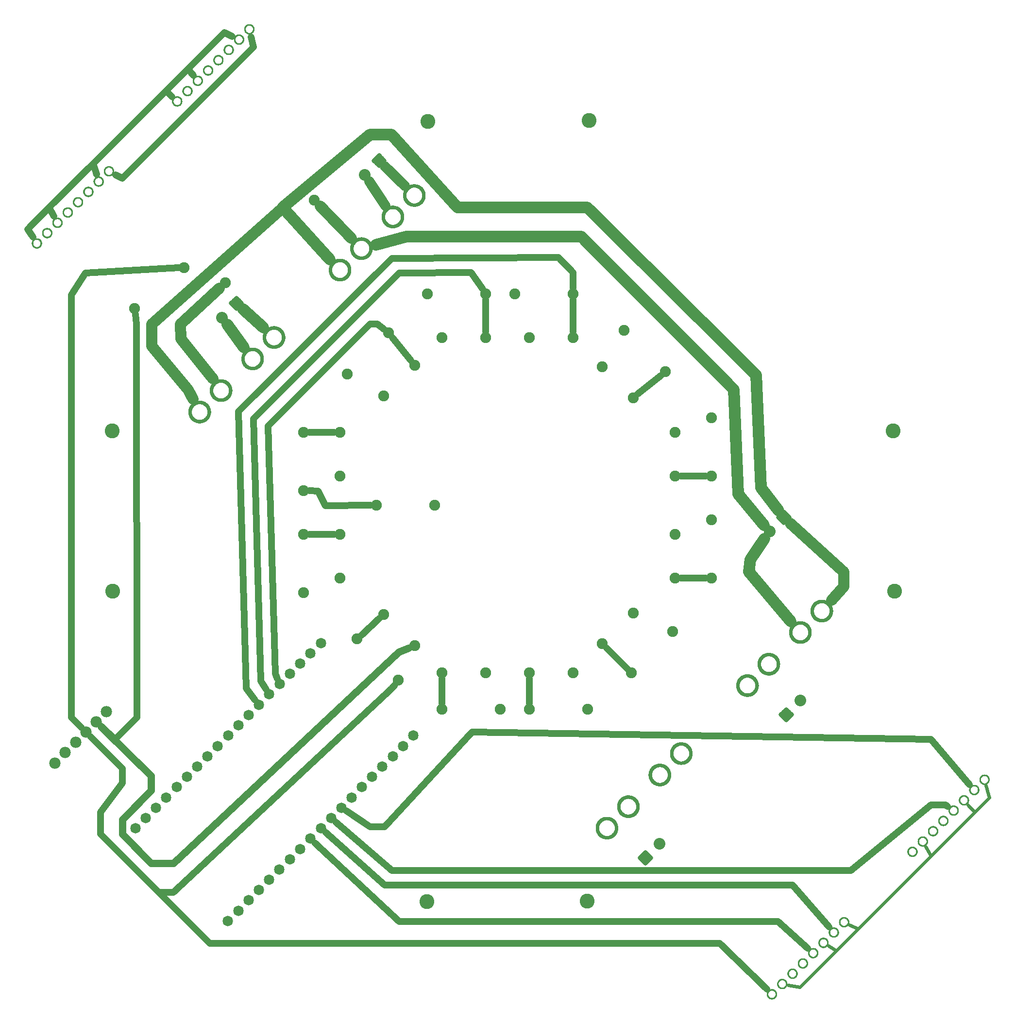
<source format=gtl>
G04 MADE WITH FRITZING*
G04 WWW.FRITZING.ORG*
G04 DOUBLE SIDED*
G04 HOLES PLATED*
G04 CONTOUR ON CENTER OF CONTOUR VECTOR*
%ASAXBY*%
%FSLAX23Y23*%
%MOIN*%
%OFA0B0*%
%SFA1.0B1.0*%
%ADD10C,0.102362*%
%ADD11C,0.080000*%
%ADD12C,0.075433*%
%ADD13C,0.078000*%
%ADD14C,0.075000*%
%ADD15C,0.071858*%
%ADD16C,0.048000*%
%ADD17C,0.024000*%
%ADD18C,0.070000*%
%ADD19C,0.050000*%
%ADD20C,0.020000*%
%ADD21R,0.001000X0.001000*%
%LNCOPPER1*%
G90*
G70*
G54D10*
X3414Y6588D03*
X4520Y6595D03*
X3407Y1236D03*
X4507Y1240D03*
X1248Y3366D03*
X1247Y4465D03*
X6615Y3366D03*
X6607Y4466D03*
G54D11*
X5855Y3873D03*
X5758Y3776D03*
G54D12*
X1401Y5305D03*
X1741Y5587D03*
X2022Y5484D03*
X2633Y6051D03*
G54D13*
X1207Y2541D03*
X1136Y2470D03*
X1065Y2400D03*
X995Y2329D03*
X924Y2258D03*
X853Y2187D03*
G54D14*
X2810Y3755D03*
X2810Y3455D03*
X3110Y3205D03*
X3322Y2993D03*
X3510Y2805D03*
X3810Y2805D03*
X4110Y2805D03*
X4410Y2805D03*
X4610Y3005D03*
X4822Y3217D03*
X2810Y4155D03*
X2810Y4455D03*
X5110Y3755D03*
X5110Y3455D03*
X5110Y4455D03*
X5110Y4155D03*
X4610Y4905D03*
X4822Y4693D03*
X4110Y5105D03*
X4410Y5105D03*
X3110Y4705D03*
X3322Y4917D03*
X3510Y5105D03*
X3810Y5105D03*
X2560Y3355D03*
X2560Y3755D03*
X4510Y2555D03*
X4110Y2555D03*
X3910Y2555D03*
X3510Y2555D03*
X3210Y2755D03*
X2927Y3038D03*
X4810Y2805D03*
X5093Y3088D03*
X5360Y3855D03*
X5360Y3455D03*
X5360Y4555D03*
X5360Y4155D03*
X4760Y5155D03*
X5043Y4872D03*
X4010Y5405D03*
X4410Y5405D03*
X3410Y5405D03*
X3810Y5405D03*
X2560Y4455D03*
X2560Y4055D03*
X2860Y4855D03*
X3143Y5138D03*
X3460Y3955D03*
X3060Y3955D03*
G54D15*
X2678Y3011D03*
X2607Y2940D03*
X2536Y2870D03*
X2465Y2799D03*
X2395Y2729D03*
X2324Y2658D03*
X2253Y2587D03*
X2183Y2517D03*
X2112Y2446D03*
X2042Y2375D03*
X1971Y2304D03*
X1900Y2233D03*
X1829Y2163D03*
X1758Y2092D03*
X1688Y2022D03*
X1617Y1951D03*
X1547Y1881D03*
X1476Y1810D03*
X1405Y1739D03*
X2041Y1103D03*
X2112Y1174D03*
X2183Y1245D03*
X2253Y1315D03*
X2324Y1386D03*
X2394Y1456D03*
X2465Y1527D03*
X2536Y1597D03*
X2607Y1668D03*
X2678Y1739D03*
X2748Y1810D03*
X2819Y1881D03*
X2889Y1951D03*
X2960Y2022D03*
X3031Y2093D03*
X3101Y2163D03*
X3172Y2234D03*
X3243Y2304D03*
X3314Y2375D03*
G54D11*
X4906Y1536D03*
X5004Y1634D03*
X5873Y2518D03*
X5971Y2615D03*
X3078Y6321D03*
X2981Y6224D03*
X2098Y5342D03*
X2001Y5244D03*
X2150Y5041D02*
X2035Y5197D01*
G54D16*
D02*
X2016Y7201D02*
X2071Y7173D01*
D02*
X1765Y6950D02*
X2016Y7201D01*
D02*
X1802Y6907D02*
X1765Y6950D01*
D02*
X1765Y6950D02*
X1802Y6907D01*
D02*
X1615Y6799D02*
X1765Y6950D01*
D02*
X1656Y6761D02*
X1615Y6799D01*
D02*
X1615Y6799D02*
X1656Y6761D01*
D02*
X1116Y6301D02*
X1615Y6799D01*
D02*
X1139Y6225D02*
X1116Y6301D01*
D02*
X1116Y6301D02*
X814Y5999D01*
D02*
X814Y5999D02*
X847Y5938D01*
D02*
X1139Y6225D02*
X1116Y6301D01*
D02*
X814Y5999D02*
X666Y5848D01*
D02*
X666Y5848D02*
X702Y5795D01*
D02*
X847Y5938D02*
X814Y5999D01*
D02*
X2217Y7100D02*
X1316Y6199D01*
D02*
X1316Y6199D02*
X1270Y6223D01*
D02*
X2200Y7171D02*
X2217Y7100D01*
D02*
X966Y2499D02*
X1036Y2429D01*
G54D17*
D02*
X6217Y898D02*
X6163Y932D01*
D02*
X5965Y650D02*
X6217Y898D01*
D02*
X5885Y663D02*
X5965Y650D01*
G54D11*
D02*
X2282Y5175D02*
X2142Y5302D01*
G54D18*
D02*
X3252Y6148D02*
X3116Y6284D01*
D02*
X3010Y6179D02*
X3120Y6014D01*
G54D17*
D02*
X7265Y1950D02*
X7244Y2033D01*
D02*
X7166Y1848D02*
X7265Y1950D01*
D02*
X7120Y1901D02*
X7166Y1848D01*
D02*
X6867Y1549D02*
X6830Y1613D01*
D02*
X7166Y1851D02*
X6867Y1549D01*
D02*
X7120Y1901D02*
X7166Y1851D01*
G54D16*
D02*
X1317Y2150D02*
X1095Y2371D01*
D02*
X1317Y2050D02*
X1317Y2150D01*
D02*
X1165Y1850D02*
X1317Y2050D01*
D02*
X1165Y1700D02*
X1165Y1850D01*
D02*
X1567Y1298D02*
X1165Y1700D01*
D02*
X3167Y2701D02*
X1665Y1298D01*
D02*
X1665Y1298D02*
X1567Y1298D01*
D02*
X3185Y2724D02*
X3167Y2701D01*
G54D17*
D02*
X6217Y898D02*
X6163Y932D01*
D02*
X6366Y1048D02*
X6217Y898D01*
D02*
X6306Y1077D02*
X6366Y1048D01*
D02*
X6366Y1048D02*
X6306Y1077D01*
D02*
X6867Y1549D02*
X6366Y1048D01*
D02*
X6830Y1613D02*
X6867Y1549D01*
G54D11*
D02*
X3265Y5799D02*
X3056Y5742D01*
D02*
X4465Y5799D02*
X3265Y5799D01*
D02*
X5514Y4748D02*
X4465Y5799D01*
D02*
X5542Y4032D02*
X5514Y4748D01*
D02*
X5720Y3821D02*
X5542Y4032D01*
D02*
X5625Y3583D02*
X5724Y3727D01*
D02*
X5616Y3501D02*
X5625Y3583D01*
D02*
X5904Y3160D02*
X5616Y3501D01*
G54D14*
D02*
X6265Y3399D02*
X6265Y3501D01*
D02*
X6265Y3501D02*
X5899Y3834D01*
D02*
X6184Y3306D02*
X6265Y3399D01*
D02*
X2415Y5999D02*
X2741Y5644D01*
D02*
X1516Y5199D02*
X2415Y5999D01*
D02*
X1516Y5050D02*
X1516Y5199D01*
D02*
X1765Y4750D02*
X1516Y5050D01*
D02*
X1800Y4685D02*
X1765Y4750D01*
G54D19*
D02*
X3214Y2951D02*
X3280Y2977D01*
D02*
X1665Y1499D02*
X3214Y2951D01*
D02*
X1514Y1499D02*
X1665Y1499D01*
D02*
X1315Y1700D02*
X1514Y1499D01*
D02*
X1315Y1800D02*
X1315Y1700D01*
D02*
X1514Y2001D02*
X1315Y1800D01*
D02*
X1514Y2098D02*
X1514Y2001D01*
D02*
X1170Y2437D02*
X1514Y2098D01*
G54D11*
D02*
X2415Y5999D02*
X2741Y5644D01*
D02*
X3015Y6500D02*
X2415Y5999D01*
D02*
X3164Y6500D02*
X3015Y6500D01*
D02*
X3615Y5999D02*
X3164Y6500D01*
D02*
X4506Y6000D02*
X3615Y5999D01*
D02*
X5665Y4850D02*
X4506Y6000D01*
D02*
X5701Y4077D02*
X5665Y4850D01*
D02*
X5820Y3920D02*
X5701Y4077D01*
G54D16*
D02*
X6867Y2351D02*
X3716Y2400D01*
D02*
X3017Y1748D02*
X2853Y1858D01*
D02*
X3115Y1750D02*
X3017Y1748D01*
D02*
X3716Y2400D02*
X3115Y1750D01*
D02*
X7131Y2040D02*
X6867Y2351D01*
D02*
X5815Y1100D02*
X3216Y1101D01*
D02*
X1702Y5585D02*
X1063Y5548D01*
D02*
X965Y5400D02*
X966Y2499D01*
D02*
X1063Y5548D02*
X965Y5400D01*
D02*
X5915Y1350D02*
X3116Y1350D01*
D02*
X6865Y1900D02*
X6315Y1450D01*
D02*
X3216Y1101D02*
X2637Y1640D01*
D02*
X6315Y1450D02*
X3166Y1450D01*
D02*
X3166Y1450D02*
X2779Y1783D01*
D02*
X3116Y1350D02*
X2709Y1712D01*
D02*
X6020Y916D02*
X5815Y1100D01*
D02*
X6166Y1062D02*
X5915Y1350D01*
D02*
X6965Y1900D02*
X6865Y1900D01*
D02*
X6980Y1889D02*
X6965Y1900D01*
D02*
X5739Y635D02*
X5415Y950D01*
D02*
X5415Y950D02*
X1915Y950D01*
D02*
X1915Y950D02*
X1165Y1700D01*
D02*
X1165Y1700D02*
X1165Y1850D01*
D02*
X1165Y1850D02*
X1317Y2050D01*
D02*
X1317Y2050D02*
X1317Y2150D01*
D02*
X1317Y2150D02*
X1095Y2371D01*
D02*
X1414Y5198D02*
X1417Y2498D01*
D02*
X1417Y2498D02*
X1267Y2349D01*
D02*
X1406Y5265D02*
X1414Y5198D01*
D02*
X1267Y2349D02*
X1166Y2442D01*
G54D14*
D02*
X2673Y6010D02*
X2886Y5789D01*
D02*
X1917Y4850D02*
X1935Y4825D01*
D02*
X1715Y5101D02*
X1917Y4850D01*
D02*
X1714Y5199D02*
X1715Y5101D01*
D02*
X1980Y5445D02*
X1714Y5199D01*
G54D16*
D02*
X5012Y4847D02*
X4853Y4718D01*
D02*
X4410Y5365D02*
X4410Y5145D01*
D02*
X3810Y5365D02*
X3810Y5145D01*
D02*
X3168Y5107D02*
X3297Y4948D01*
D02*
X2600Y4455D02*
X2770Y4455D01*
D02*
X2600Y3755D02*
X2770Y3755D01*
D02*
X2957Y3064D02*
X3081Y3178D01*
D02*
X3510Y2595D02*
X3510Y2765D01*
D02*
X4110Y2595D02*
X4110Y2765D01*
D02*
X4782Y2833D02*
X4638Y2977D01*
D02*
X5320Y3455D02*
X5150Y3455D01*
D02*
X5320Y4155D02*
X5150Y4155D01*
D02*
X2660Y4054D02*
X2600Y4055D01*
D02*
X2711Y3954D02*
X2660Y4054D01*
D02*
X3020Y3955D02*
X2711Y3954D01*
D02*
X2265Y2750D02*
X2215Y4549D01*
D02*
X2215Y4549D02*
X3217Y5551D01*
D02*
X3217Y5551D02*
X3711Y5553D01*
D02*
X2302Y2693D02*
X2265Y2750D01*
D02*
X3711Y5553D02*
X3788Y5438D01*
D02*
X4310Y5656D02*
X3165Y5648D01*
D02*
X4409Y5553D02*
X4310Y5656D01*
D02*
X2165Y2698D02*
X2227Y2620D01*
D02*
X2114Y4601D02*
X2165Y2698D01*
D02*
X4410Y5445D02*
X4409Y5553D01*
D02*
X3165Y5648D02*
X2114Y4601D01*
D02*
X2316Y4500D02*
X2365Y2798D01*
D02*
X2365Y2798D02*
X2379Y2767D01*
D02*
X3015Y5199D02*
X2316Y4500D01*
D02*
X3067Y5199D02*
X3015Y5199D01*
D02*
X3112Y5163D02*
X3067Y5199D01*
G54D20*
X5898Y3873D02*
X5855Y3831D01*
X5813Y3873D01*
X5855Y3916D01*
X5898Y3873D01*
D02*
X4864Y1536D02*
X4906Y1579D01*
X4949Y1536D01*
X4906Y1494D01*
X4864Y1536D01*
D02*
X5831Y2518D02*
X5873Y2560D01*
X5916Y2518D01*
X5873Y2476D01*
X5831Y2518D01*
D02*
X3121Y6321D02*
X3078Y6279D01*
X3036Y6321D01*
X3078Y6364D01*
X3121Y6321D01*
D02*
X2140Y5342D02*
X2098Y5299D01*
X2056Y5342D01*
X2098Y5384D01*
X2140Y5342D01*
D02*
G54D21*
X2183Y7257D02*
X2192Y7257D01*
X2178Y7256D02*
X2197Y7256D01*
X2175Y7255D02*
X2200Y7255D01*
X2172Y7254D02*
X2202Y7254D01*
X2170Y7253D02*
X2205Y7253D01*
X2169Y7252D02*
X2206Y7252D01*
X2167Y7251D02*
X2208Y7251D01*
X2166Y7250D02*
X2209Y7250D01*
X2164Y7249D02*
X2211Y7249D01*
X2163Y7248D02*
X2212Y7248D01*
X2162Y7247D02*
X2213Y7247D01*
X2161Y7246D02*
X2183Y7246D01*
X2191Y7246D02*
X2214Y7246D01*
X2160Y7245D02*
X2180Y7245D01*
X2195Y7245D02*
X2214Y7245D01*
X2160Y7244D02*
X2177Y7244D01*
X2198Y7244D02*
X2215Y7244D01*
X2159Y7243D02*
X2175Y7243D01*
X2200Y7243D02*
X2216Y7243D01*
X2158Y7242D02*
X2174Y7242D01*
X2201Y7242D02*
X2217Y7242D01*
X2158Y7241D02*
X2172Y7241D01*
X2203Y7241D02*
X2217Y7241D01*
X2157Y7240D02*
X2171Y7240D01*
X2204Y7240D02*
X2218Y7240D01*
X2156Y7239D02*
X2170Y7239D01*
X2205Y7239D02*
X2218Y7239D01*
X2156Y7238D02*
X2169Y7238D01*
X2206Y7238D02*
X2219Y7238D01*
X2155Y7237D02*
X2168Y7237D01*
X2207Y7237D02*
X2219Y7237D01*
X2155Y7236D02*
X2167Y7236D01*
X2208Y7236D02*
X2220Y7236D01*
X2155Y7235D02*
X2167Y7235D01*
X2208Y7235D02*
X2220Y7235D01*
X2154Y7234D02*
X2166Y7234D01*
X2209Y7234D02*
X2221Y7234D01*
X2154Y7233D02*
X2165Y7233D01*
X2210Y7233D02*
X2221Y7233D01*
X2154Y7232D02*
X2165Y7232D01*
X2210Y7232D02*
X2221Y7232D01*
X2153Y7231D02*
X2164Y7231D01*
X2211Y7231D02*
X2221Y7231D01*
X2153Y7230D02*
X2164Y7230D01*
X2211Y7230D02*
X2222Y7230D01*
X2153Y7229D02*
X2164Y7229D01*
X2211Y7229D02*
X2222Y7229D01*
X2153Y7228D02*
X2163Y7228D01*
X2212Y7228D02*
X2222Y7228D01*
X2153Y7227D02*
X2163Y7227D01*
X2212Y7227D02*
X2222Y7227D01*
X2152Y7226D02*
X2163Y7226D01*
X2212Y7226D02*
X2222Y7226D01*
X2152Y7225D02*
X2163Y7225D01*
X2212Y7225D02*
X2223Y7225D01*
X2152Y7224D02*
X2162Y7224D01*
X2212Y7224D02*
X2223Y7224D01*
X2152Y7223D02*
X2162Y7223D01*
X2213Y7223D02*
X2223Y7223D01*
X2152Y7222D02*
X2162Y7222D01*
X2213Y7222D02*
X2223Y7222D01*
X2152Y7221D02*
X2162Y7221D01*
X2213Y7221D02*
X2223Y7221D01*
X2152Y7220D02*
X2162Y7220D01*
X2213Y7220D02*
X2223Y7220D01*
X2152Y7219D02*
X2162Y7219D01*
X2212Y7219D02*
X2223Y7219D01*
X2152Y7218D02*
X2163Y7218D01*
X2212Y7218D02*
X2223Y7218D01*
X2153Y7217D02*
X2163Y7217D01*
X2212Y7217D02*
X2222Y7217D01*
X2153Y7216D02*
X2163Y7216D01*
X2212Y7216D02*
X2222Y7216D01*
X2153Y7215D02*
X2163Y7215D01*
X2212Y7215D02*
X2222Y7215D01*
X2153Y7214D02*
X2164Y7214D01*
X2211Y7214D02*
X2222Y7214D01*
X2153Y7213D02*
X2164Y7213D01*
X2211Y7213D02*
X2222Y7213D01*
X2153Y7212D02*
X2164Y7212D01*
X2211Y7212D02*
X2221Y7212D01*
X2154Y7211D02*
X2165Y7211D01*
X2210Y7211D02*
X2221Y7211D01*
X2154Y7210D02*
X2165Y7210D01*
X2210Y7210D02*
X2221Y7210D01*
X2154Y7209D02*
X2166Y7209D01*
X2209Y7209D02*
X2221Y7209D01*
X2155Y7208D02*
X2167Y7208D01*
X2208Y7208D02*
X2220Y7208D01*
X2155Y7207D02*
X2167Y7207D01*
X2208Y7207D02*
X2220Y7207D01*
X2156Y7206D02*
X2168Y7206D01*
X2207Y7206D02*
X2219Y7206D01*
X2156Y7205D02*
X2169Y7205D01*
X2206Y7205D02*
X2219Y7205D01*
X2157Y7204D02*
X2170Y7204D01*
X2205Y7204D02*
X2218Y7204D01*
X2157Y7203D02*
X2171Y7203D01*
X2204Y7203D02*
X2218Y7203D01*
X2158Y7202D02*
X2172Y7202D01*
X2203Y7202D02*
X2217Y7202D01*
X2158Y7201D02*
X2174Y7201D01*
X2201Y7201D02*
X2217Y7201D01*
X2159Y7200D02*
X2175Y7200D01*
X2200Y7200D02*
X2216Y7200D01*
X2160Y7199D02*
X2177Y7199D01*
X2198Y7199D02*
X2215Y7199D01*
X2161Y7198D02*
X2180Y7198D01*
X2195Y7198D02*
X2214Y7198D01*
X2161Y7197D02*
X2185Y7197D01*
X2190Y7197D02*
X2213Y7197D01*
X2162Y7196D02*
X2213Y7196D01*
X2163Y7195D02*
X2211Y7195D01*
X2165Y7194D02*
X2210Y7194D01*
X2166Y7193D02*
X2209Y7193D01*
X2167Y7192D02*
X2208Y7192D01*
X2169Y7191D02*
X2206Y7191D01*
X2171Y7190D02*
X2204Y7190D01*
X2173Y7189D02*
X2202Y7189D01*
X2175Y7188D02*
X2200Y7188D01*
X2179Y7187D02*
X2196Y7187D01*
X2110Y7186D02*
X2123Y7186D01*
X2185Y7186D02*
X2190Y7186D01*
X2106Y7185D02*
X2127Y7185D01*
X2103Y7184D02*
X2130Y7184D01*
X2101Y7183D02*
X2132Y7183D01*
X2099Y7182D02*
X2134Y7182D01*
X2097Y7181D02*
X2136Y7181D01*
X2096Y7180D02*
X2138Y7180D01*
X2095Y7179D02*
X2139Y7179D01*
X2093Y7178D02*
X2140Y7178D01*
X2092Y7177D02*
X2141Y7177D01*
X2091Y7176D02*
X2142Y7176D01*
X2090Y7175D02*
X2111Y7175D01*
X2122Y7175D02*
X2143Y7175D01*
X2089Y7174D02*
X2108Y7174D01*
X2126Y7174D02*
X2144Y7174D01*
X2089Y7173D02*
X2106Y7173D01*
X2128Y7173D02*
X2145Y7173D01*
X2088Y7172D02*
X2104Y7172D01*
X2130Y7172D02*
X2145Y7172D01*
X2087Y7171D02*
X2102Y7171D01*
X2131Y7171D02*
X2146Y7171D01*
X2087Y7170D02*
X2101Y7170D01*
X2132Y7170D02*
X2147Y7170D01*
X2086Y7169D02*
X2100Y7169D01*
X2134Y7169D02*
X2147Y7169D01*
X2086Y7168D02*
X2099Y7168D01*
X2135Y7168D02*
X2148Y7168D01*
X2085Y7167D02*
X2098Y7167D01*
X2136Y7167D02*
X2148Y7167D01*
X2085Y7166D02*
X2097Y7166D01*
X2136Y7166D02*
X2149Y7166D01*
X2084Y7165D02*
X2096Y7165D01*
X2137Y7165D02*
X2149Y7165D01*
X2084Y7164D02*
X2096Y7164D01*
X2138Y7164D02*
X2150Y7164D01*
X2083Y7163D02*
X2095Y7163D01*
X2139Y7163D02*
X2150Y7163D01*
X2083Y7162D02*
X2094Y7162D01*
X2139Y7162D02*
X2150Y7162D01*
X2083Y7161D02*
X2094Y7161D01*
X2140Y7161D02*
X2151Y7161D01*
X2083Y7160D02*
X2093Y7160D01*
X2140Y7160D02*
X2151Y7160D01*
X2082Y7159D02*
X2093Y7159D01*
X2140Y7159D02*
X2151Y7159D01*
X2082Y7158D02*
X2093Y7158D01*
X2141Y7158D02*
X2151Y7158D01*
X2082Y7157D02*
X2092Y7157D01*
X2141Y7157D02*
X2151Y7157D01*
X2082Y7156D02*
X2092Y7156D01*
X2141Y7156D02*
X2152Y7156D01*
X2082Y7155D02*
X2092Y7155D01*
X2142Y7155D02*
X2152Y7155D01*
X2082Y7154D02*
X2092Y7154D01*
X2142Y7154D02*
X2152Y7154D01*
X2082Y7153D02*
X2092Y7153D01*
X2142Y7153D02*
X2152Y7153D01*
X2082Y7152D02*
X2092Y7152D01*
X2142Y7152D02*
X2152Y7152D01*
X2082Y7151D02*
X2091Y7151D01*
X2142Y7151D02*
X2152Y7151D01*
X2082Y7150D02*
X2092Y7150D01*
X2142Y7150D02*
X2152Y7150D01*
X2082Y7149D02*
X2092Y7149D01*
X2142Y7149D02*
X2152Y7149D01*
X2082Y7148D02*
X2092Y7148D01*
X2142Y7148D02*
X2152Y7148D01*
X2082Y7147D02*
X2092Y7147D01*
X2142Y7147D02*
X2152Y7147D01*
X2082Y7146D02*
X2092Y7146D01*
X2141Y7146D02*
X2152Y7146D01*
X2082Y7145D02*
X2092Y7145D01*
X2141Y7145D02*
X2152Y7145D01*
X2082Y7144D02*
X2093Y7144D01*
X2141Y7144D02*
X2151Y7144D01*
X2082Y7143D02*
X2093Y7143D01*
X2140Y7143D02*
X2151Y7143D01*
X2083Y7142D02*
X2093Y7142D01*
X2140Y7142D02*
X2151Y7142D01*
X2083Y7141D02*
X2094Y7141D01*
X2140Y7141D02*
X2151Y7141D01*
X2083Y7140D02*
X2094Y7140D01*
X2139Y7140D02*
X2150Y7140D01*
X2083Y7139D02*
X2095Y7139D01*
X2139Y7139D02*
X2150Y7139D01*
X2084Y7138D02*
X2095Y7138D01*
X2138Y7138D02*
X2150Y7138D01*
X2084Y7137D02*
X2096Y7137D01*
X2137Y7137D02*
X2149Y7137D01*
X2085Y7136D02*
X2097Y7136D01*
X2137Y7136D02*
X2149Y7136D01*
X2085Y7135D02*
X2098Y7135D01*
X2136Y7135D02*
X2149Y7135D01*
X2085Y7134D02*
X2099Y7134D01*
X2135Y7134D02*
X2148Y7134D01*
X2086Y7133D02*
X2100Y7133D01*
X2134Y7133D02*
X2148Y7133D01*
X2087Y7132D02*
X2101Y7132D01*
X2133Y7132D02*
X2147Y7132D01*
X2087Y7131D02*
X2102Y7131D01*
X2131Y7131D02*
X2146Y7131D01*
X2088Y7130D02*
X2104Y7130D01*
X2130Y7130D02*
X2146Y7130D01*
X2089Y7129D02*
X2105Y7129D01*
X2128Y7129D02*
X2145Y7129D01*
X2089Y7128D02*
X2107Y7128D01*
X2126Y7128D02*
X2144Y7128D01*
X2090Y7127D02*
X2110Y7127D01*
X2123Y7127D02*
X2143Y7127D01*
X2091Y7126D02*
X2142Y7126D01*
X2092Y7125D02*
X2142Y7125D01*
X2093Y7124D02*
X2140Y7124D01*
X2094Y7123D02*
X2139Y7123D01*
X2096Y7122D02*
X2138Y7122D01*
X2097Y7121D02*
X2136Y7121D01*
X2099Y7120D02*
X2135Y7120D01*
X2101Y7119D02*
X2133Y7119D01*
X2103Y7118D02*
X2131Y7118D01*
X2106Y7117D02*
X2128Y7117D01*
X2109Y7116D02*
X2124Y7116D01*
X2038Y7115D02*
X2054Y7115D01*
X2035Y7114D02*
X2057Y7114D01*
X2032Y7113D02*
X2060Y7113D01*
X2030Y7112D02*
X2062Y7112D01*
X2028Y7111D02*
X2064Y7111D01*
X2026Y7110D02*
X2066Y7110D01*
X2025Y7109D02*
X2067Y7109D01*
X2023Y7108D02*
X2069Y7108D01*
X2022Y7107D02*
X2070Y7107D01*
X2021Y7106D02*
X2071Y7106D01*
X2020Y7105D02*
X2072Y7105D01*
X2019Y7104D02*
X2039Y7104D01*
X2053Y7104D02*
X2073Y7104D01*
X2019Y7103D02*
X2036Y7103D01*
X2056Y7103D02*
X2074Y7103D01*
X2018Y7102D02*
X2034Y7102D01*
X2058Y7102D02*
X2074Y7102D01*
X2017Y7101D02*
X2033Y7101D01*
X2059Y7101D02*
X2075Y7101D01*
X2016Y7100D02*
X2031Y7100D01*
X2061Y7100D02*
X2076Y7100D01*
X2016Y7099D02*
X2030Y7099D01*
X2062Y7099D02*
X2076Y7099D01*
X2015Y7098D02*
X2029Y7098D01*
X2063Y7098D02*
X2077Y7098D01*
X2015Y7097D02*
X2028Y7097D01*
X2064Y7097D02*
X2077Y7097D01*
X2014Y7096D02*
X2027Y7096D01*
X2065Y7096D02*
X2078Y7096D01*
X2014Y7095D02*
X2026Y7095D01*
X2066Y7095D02*
X2078Y7095D01*
X2013Y7094D02*
X2025Y7094D01*
X2067Y7094D02*
X2079Y7094D01*
X2013Y7093D02*
X2025Y7093D01*
X2067Y7093D02*
X2079Y7093D01*
X2013Y7092D02*
X2024Y7092D01*
X2068Y7092D02*
X2079Y7092D01*
X2012Y7091D02*
X2024Y7091D01*
X2069Y7091D02*
X2080Y7091D01*
X2012Y7090D02*
X2023Y7090D01*
X2069Y7090D02*
X2080Y7090D01*
X2012Y7089D02*
X2023Y7089D01*
X2069Y7089D02*
X2080Y7089D01*
X2012Y7088D02*
X2022Y7088D01*
X2070Y7088D02*
X2080Y7088D01*
X2011Y7087D02*
X2022Y7087D01*
X2070Y7087D02*
X2081Y7087D01*
X2011Y7086D02*
X2022Y7086D01*
X2070Y7086D02*
X2081Y7086D01*
X2011Y7085D02*
X2021Y7085D01*
X2071Y7085D02*
X2081Y7085D01*
X2011Y7084D02*
X2021Y7084D01*
X2071Y7084D02*
X2081Y7084D01*
X2011Y7083D02*
X2021Y7083D01*
X2071Y7083D02*
X2081Y7083D01*
X2011Y7082D02*
X2021Y7082D01*
X2071Y7082D02*
X2081Y7082D01*
X2011Y7081D02*
X2021Y7081D01*
X2071Y7081D02*
X2081Y7081D01*
X2011Y7080D02*
X2021Y7080D01*
X2071Y7080D02*
X2081Y7080D01*
X2011Y7079D02*
X2021Y7079D01*
X2071Y7079D02*
X2081Y7079D01*
X2011Y7078D02*
X2021Y7078D01*
X2071Y7078D02*
X2081Y7078D01*
X2011Y7077D02*
X2021Y7077D01*
X2071Y7077D02*
X2081Y7077D01*
X2011Y7076D02*
X2021Y7076D01*
X2071Y7076D02*
X2081Y7076D01*
X2011Y7075D02*
X2021Y7075D01*
X2071Y7075D02*
X2081Y7075D01*
X2011Y7074D02*
X2022Y7074D01*
X2070Y7074D02*
X2081Y7074D01*
X2011Y7073D02*
X2022Y7073D01*
X2070Y7073D02*
X2081Y7073D01*
X2012Y7072D02*
X2022Y7072D01*
X2070Y7072D02*
X2080Y7072D01*
X2012Y7071D02*
X2023Y7071D01*
X2069Y7071D02*
X2080Y7071D01*
X2012Y7070D02*
X2023Y7070D01*
X2069Y7070D02*
X2080Y7070D01*
X2012Y7069D02*
X2024Y7069D01*
X2068Y7069D02*
X2080Y7069D01*
X2013Y7068D02*
X2024Y7068D01*
X2068Y7068D02*
X2079Y7068D01*
X2013Y7067D02*
X2025Y7067D01*
X2067Y7067D02*
X2079Y7067D01*
X2014Y7066D02*
X2026Y7066D01*
X2066Y7066D02*
X2079Y7066D01*
X2014Y7065D02*
X2026Y7065D01*
X2066Y7065D02*
X2078Y7065D01*
X2014Y7064D02*
X2027Y7064D01*
X2065Y7064D02*
X2078Y7064D01*
X2015Y7063D02*
X2028Y7063D01*
X2064Y7063D02*
X2077Y7063D01*
X2015Y7062D02*
X2029Y7062D01*
X2063Y7062D02*
X2077Y7062D01*
X2016Y7061D02*
X2030Y7061D01*
X2062Y7061D02*
X2076Y7061D01*
X2017Y7060D02*
X2032Y7060D01*
X2060Y7060D02*
X2075Y7060D01*
X2017Y7059D02*
X2033Y7059D01*
X2059Y7059D02*
X2075Y7059D01*
X2018Y7058D02*
X2035Y7058D01*
X2057Y7058D02*
X2074Y7058D01*
X2019Y7057D02*
X2037Y7057D01*
X2055Y7057D02*
X2073Y7057D01*
X2020Y7056D02*
X2041Y7056D01*
X2052Y7056D02*
X2072Y7056D01*
X2021Y7055D02*
X2072Y7055D01*
X2022Y7054D02*
X2070Y7054D01*
X2023Y7053D02*
X2069Y7053D01*
X2024Y7052D02*
X2068Y7052D01*
X2025Y7051D02*
X2067Y7051D01*
X2027Y7050D02*
X2065Y7050D01*
X2029Y7049D02*
X2064Y7049D01*
X2030Y7048D02*
X2062Y7048D01*
X2033Y7047D02*
X2059Y7047D01*
X2036Y7046D02*
X2056Y7046D01*
X1972Y7045D02*
X1979Y7045D01*
X2040Y7045D02*
X2052Y7045D01*
X1966Y7044D02*
X1984Y7044D01*
X1963Y7043D02*
X1988Y7043D01*
X1961Y7042D02*
X1990Y7042D01*
X1958Y7041D02*
X1992Y7041D01*
X1957Y7040D02*
X1994Y7040D01*
X1955Y7039D02*
X1996Y7039D01*
X1954Y7038D02*
X1997Y7038D01*
X1952Y7037D02*
X1998Y7037D01*
X1951Y7036D02*
X1999Y7036D01*
X1950Y7035D02*
X2000Y7035D01*
X1949Y7034D02*
X1972Y7034D01*
X1978Y7034D02*
X2001Y7034D01*
X1948Y7033D02*
X1968Y7033D01*
X1983Y7033D02*
X2002Y7033D01*
X1948Y7032D02*
X1965Y7032D01*
X1986Y7032D02*
X2003Y7032D01*
X1947Y7031D02*
X1963Y7031D01*
X1987Y7031D02*
X2004Y7031D01*
X1946Y7030D02*
X1962Y7030D01*
X1989Y7030D02*
X2004Y7030D01*
X1946Y7029D02*
X1960Y7029D01*
X1990Y7029D02*
X2005Y7029D01*
X1945Y7028D02*
X1959Y7028D01*
X1992Y7028D02*
X2006Y7028D01*
X1944Y7027D02*
X1958Y7027D01*
X1993Y7027D02*
X2006Y7027D01*
X1944Y7026D02*
X1957Y7026D01*
X1994Y7026D02*
X2007Y7026D01*
X1943Y7025D02*
X1956Y7025D01*
X1995Y7025D02*
X2007Y7025D01*
X1943Y7024D02*
X1955Y7024D01*
X1995Y7024D02*
X2008Y7024D01*
X1943Y7023D02*
X1954Y7023D01*
X1996Y7023D02*
X2008Y7023D01*
X1942Y7022D02*
X1954Y7022D01*
X1997Y7022D02*
X2008Y7022D01*
X1942Y7021D02*
X1953Y7021D01*
X1997Y7021D02*
X2009Y7021D01*
X1942Y7020D02*
X1953Y7020D01*
X1998Y7020D02*
X2009Y7020D01*
X1941Y7019D02*
X1952Y7019D01*
X1998Y7019D02*
X2009Y7019D01*
X1941Y7018D02*
X1952Y7018D01*
X1999Y7018D02*
X2010Y7018D01*
X1941Y7017D02*
X1951Y7017D01*
X1999Y7017D02*
X2010Y7017D01*
X1941Y7016D02*
X1951Y7016D01*
X2000Y7016D02*
X2010Y7016D01*
X1941Y7015D02*
X1951Y7015D01*
X2000Y7015D02*
X2010Y7015D01*
X1940Y7014D02*
X1951Y7014D01*
X2000Y7014D02*
X2010Y7014D01*
X1940Y7013D02*
X1950Y7013D01*
X2000Y7013D02*
X2010Y7013D01*
X1940Y7012D02*
X1950Y7012D01*
X2000Y7012D02*
X2010Y7012D01*
X1940Y7011D02*
X1950Y7011D01*
X2000Y7011D02*
X2010Y7011D01*
X1940Y7010D02*
X1950Y7010D01*
X2001Y7010D02*
X2011Y7010D01*
X1940Y7009D02*
X1950Y7009D01*
X2001Y7009D02*
X2011Y7009D01*
X1940Y7008D02*
X1950Y7008D01*
X2000Y7008D02*
X2010Y7008D01*
X1940Y7007D02*
X1950Y7007D01*
X2000Y7007D02*
X2010Y7007D01*
X1940Y7006D02*
X1950Y7006D01*
X2000Y7006D02*
X2010Y7006D01*
X1940Y7005D02*
X1951Y7005D01*
X2000Y7005D02*
X2010Y7005D01*
X1940Y7004D02*
X1951Y7004D01*
X2000Y7004D02*
X2010Y7004D01*
X1941Y7003D02*
X1951Y7003D01*
X2000Y7003D02*
X2010Y7003D01*
X1941Y7002D02*
X1951Y7002D01*
X1999Y7002D02*
X2010Y7002D01*
X1941Y7001D02*
X1952Y7001D01*
X1999Y7001D02*
X2010Y7001D01*
X1941Y7000D02*
X1952Y7000D01*
X1999Y7000D02*
X2009Y7000D01*
X1942Y6999D02*
X1953Y6999D01*
X1998Y6999D02*
X2009Y6999D01*
X1942Y6998D02*
X1953Y6998D01*
X1997Y6998D02*
X2009Y6998D01*
X1942Y6997D02*
X1954Y6997D01*
X1997Y6997D02*
X2008Y6997D01*
X1943Y6996D02*
X1954Y6996D01*
X1996Y6996D02*
X2008Y6996D01*
X1943Y6995D02*
X1955Y6995D01*
X1995Y6995D02*
X2008Y6995D01*
X1943Y6994D02*
X1956Y6994D01*
X1995Y6994D02*
X2007Y6994D01*
X1944Y6993D02*
X1957Y6993D01*
X1994Y6993D02*
X2007Y6993D01*
X1944Y6992D02*
X1958Y6992D01*
X1993Y6992D02*
X2006Y6992D01*
X1945Y6991D02*
X1959Y6991D01*
X1992Y6991D02*
X2006Y6991D01*
X1945Y6990D02*
X1960Y6990D01*
X1991Y6990D02*
X2005Y6990D01*
X1946Y6989D02*
X1961Y6989D01*
X1989Y6989D02*
X2005Y6989D01*
X1947Y6988D02*
X1963Y6988D01*
X1988Y6988D02*
X2004Y6988D01*
X1948Y6987D02*
X1965Y6987D01*
X1986Y6987D02*
X2003Y6987D01*
X1948Y6986D02*
X1968Y6986D01*
X1983Y6986D02*
X2002Y6986D01*
X1949Y6985D02*
X1972Y6985D01*
X1979Y6985D02*
X2001Y6985D01*
X1950Y6984D02*
X2001Y6984D01*
X1951Y6983D02*
X1999Y6983D01*
X1952Y6982D02*
X1998Y6982D01*
X1954Y6981D02*
X1997Y6981D01*
X1955Y6980D02*
X1996Y6980D01*
X1957Y6979D02*
X1994Y6979D01*
X1958Y6978D02*
X1992Y6978D01*
X1960Y6977D02*
X1990Y6977D01*
X1963Y6976D02*
X1988Y6976D01*
X1966Y6975D02*
X1985Y6975D01*
X1899Y6974D02*
X1910Y6974D01*
X1971Y6974D02*
X1979Y6974D01*
X1894Y6973D02*
X1915Y6973D01*
X1891Y6972D02*
X1918Y6972D01*
X1889Y6971D02*
X1920Y6971D01*
X1887Y6970D02*
X1922Y6970D01*
X1885Y6969D02*
X1924Y6969D01*
X1884Y6968D02*
X1925Y6968D01*
X1883Y6967D02*
X1927Y6967D01*
X1881Y6966D02*
X1928Y6966D01*
X1880Y6965D02*
X1929Y6965D01*
X1879Y6964D02*
X1930Y6964D01*
X1878Y6963D02*
X1899Y6963D01*
X1910Y6963D02*
X1931Y6963D01*
X1877Y6962D02*
X1896Y6962D01*
X1913Y6962D02*
X1932Y6962D01*
X1877Y6961D02*
X1894Y6961D01*
X1915Y6961D02*
X1933Y6961D01*
X1876Y6960D02*
X1892Y6960D01*
X1917Y6960D02*
X1933Y6960D01*
X1875Y6959D02*
X1890Y6959D01*
X1919Y6959D02*
X1934Y6959D01*
X1875Y6958D02*
X1889Y6958D01*
X1920Y6958D02*
X1935Y6958D01*
X1874Y6957D02*
X1888Y6957D01*
X1921Y6957D02*
X1935Y6957D01*
X1873Y6956D02*
X1887Y6956D01*
X1922Y6956D02*
X1936Y6956D01*
X1873Y6955D02*
X1886Y6955D01*
X1923Y6955D02*
X1936Y6955D01*
X1873Y6954D02*
X1885Y6954D01*
X1924Y6954D02*
X1937Y6954D01*
X1872Y6953D02*
X1884Y6953D01*
X1925Y6953D02*
X1937Y6953D01*
X1872Y6952D02*
X1884Y6952D01*
X1926Y6952D02*
X1937Y6952D01*
X1871Y6951D02*
X1883Y6951D01*
X1926Y6951D02*
X1938Y6951D01*
X1871Y6950D02*
X1882Y6950D01*
X1927Y6950D02*
X1938Y6950D01*
X1871Y6949D02*
X1882Y6949D01*
X1927Y6949D02*
X1938Y6949D01*
X1871Y6948D02*
X1881Y6948D01*
X1928Y6948D02*
X1939Y6948D01*
X1870Y6947D02*
X1881Y6947D01*
X1928Y6947D02*
X1939Y6947D01*
X1870Y6946D02*
X1881Y6946D01*
X1929Y6946D02*
X1939Y6946D01*
X1870Y6945D02*
X1880Y6945D01*
X1929Y6945D02*
X1939Y6945D01*
X1870Y6944D02*
X1880Y6944D01*
X1929Y6944D02*
X1939Y6944D01*
X1870Y6943D02*
X1880Y6943D01*
X1929Y6943D02*
X1940Y6943D01*
X1870Y6942D02*
X1880Y6942D01*
X1930Y6942D02*
X1940Y6942D01*
X1869Y6941D02*
X1880Y6941D01*
X1930Y6941D02*
X1940Y6941D01*
X1869Y6940D02*
X1879Y6940D01*
X1930Y6940D02*
X1940Y6940D01*
X1869Y6939D02*
X1879Y6939D01*
X1930Y6939D02*
X1940Y6939D01*
X1869Y6938D02*
X1879Y6938D01*
X1930Y6938D02*
X1940Y6938D01*
X1869Y6937D02*
X1879Y6937D01*
X1930Y6937D02*
X1940Y6937D01*
X1869Y6936D02*
X1880Y6936D01*
X1930Y6936D02*
X1940Y6936D01*
X1870Y6935D02*
X1880Y6935D01*
X1930Y6935D02*
X1940Y6935D01*
X1870Y6934D02*
X1880Y6934D01*
X1929Y6934D02*
X1940Y6934D01*
X1870Y6933D02*
X1880Y6933D01*
X1929Y6933D02*
X1939Y6933D01*
X1870Y6932D02*
X1880Y6932D01*
X1929Y6932D02*
X1939Y6932D01*
X1870Y6931D02*
X1881Y6931D01*
X1928Y6931D02*
X1939Y6931D01*
X1870Y6930D02*
X1881Y6930D01*
X1928Y6930D02*
X1939Y6930D01*
X1871Y6929D02*
X1882Y6929D01*
X1928Y6929D02*
X1939Y6929D01*
X1871Y6928D02*
X1882Y6928D01*
X1927Y6928D02*
X1938Y6928D01*
X1871Y6927D02*
X1883Y6927D01*
X1927Y6927D02*
X1938Y6927D01*
X1872Y6926D02*
X1883Y6926D01*
X1926Y6926D02*
X1938Y6926D01*
X1872Y6925D02*
X1884Y6925D01*
X1925Y6925D02*
X1937Y6925D01*
X1872Y6924D02*
X1885Y6924D01*
X1925Y6924D02*
X1937Y6924D01*
X1873Y6923D02*
X1886Y6923D01*
X1924Y6923D02*
X1936Y6923D01*
X1873Y6922D02*
X1886Y6922D01*
X1923Y6922D02*
X1936Y6922D01*
X1874Y6921D02*
X1887Y6921D01*
X1922Y6921D02*
X1935Y6921D01*
X1874Y6920D02*
X1889Y6920D01*
X1921Y6920D02*
X1935Y6920D01*
X1875Y6919D02*
X1890Y6919D01*
X1919Y6919D02*
X1934Y6919D01*
X1876Y6918D02*
X1891Y6918D01*
X1918Y6918D02*
X1934Y6918D01*
X1876Y6917D02*
X1893Y6917D01*
X1916Y6917D02*
X1933Y6917D01*
X1877Y6916D02*
X1895Y6916D01*
X1914Y6916D02*
X1932Y6916D01*
X1878Y6915D02*
X1898Y6915D01*
X1911Y6915D02*
X1931Y6915D01*
X1879Y6914D02*
X1930Y6914D01*
X1880Y6913D02*
X1930Y6913D01*
X1881Y6912D02*
X1928Y6912D01*
X1882Y6911D02*
X1927Y6911D01*
X1883Y6910D02*
X1926Y6910D01*
X1885Y6909D02*
X1925Y6909D01*
X1886Y6908D02*
X1923Y6908D01*
X1888Y6907D02*
X1921Y6907D01*
X1890Y6906D02*
X1919Y6906D01*
X1893Y6905D02*
X1916Y6905D01*
X1897Y6904D02*
X1913Y6904D01*
X1827Y6903D02*
X1841Y6903D01*
X1823Y6902D02*
X1845Y6902D01*
X1820Y6901D02*
X1848Y6901D01*
X1818Y6900D02*
X1850Y6900D01*
X1816Y6899D02*
X1852Y6899D01*
X1814Y6898D02*
X1854Y6898D01*
X1813Y6897D02*
X1855Y6897D01*
X1811Y6896D02*
X1856Y6896D01*
X1810Y6895D02*
X1858Y6895D01*
X1809Y6894D02*
X1859Y6894D01*
X1808Y6893D02*
X1860Y6893D01*
X1807Y6892D02*
X1828Y6892D01*
X1840Y6892D02*
X1860Y6892D01*
X1806Y6891D02*
X1825Y6891D01*
X1843Y6891D02*
X1861Y6891D01*
X1806Y6890D02*
X1822Y6890D01*
X1845Y6890D02*
X1862Y6890D01*
X1805Y6889D02*
X1821Y6889D01*
X1847Y6889D02*
X1863Y6889D01*
X1804Y6888D02*
X1819Y6888D01*
X1848Y6888D02*
X1863Y6888D01*
X1804Y6887D02*
X1818Y6887D01*
X1850Y6887D02*
X1864Y6887D01*
X1803Y6886D02*
X1817Y6886D01*
X1851Y6886D02*
X1865Y6886D01*
X1803Y6885D02*
X1816Y6885D01*
X1852Y6885D02*
X1865Y6885D01*
X1802Y6884D02*
X1815Y6884D01*
X1853Y6884D02*
X1866Y6884D01*
X1802Y6883D02*
X1814Y6883D01*
X1854Y6883D02*
X1866Y6883D01*
X1801Y6882D02*
X1813Y6882D01*
X1854Y6882D02*
X1867Y6882D01*
X1801Y6881D02*
X1813Y6881D01*
X1855Y6881D02*
X1867Y6881D01*
X1801Y6880D02*
X1812Y6880D01*
X1856Y6880D02*
X1867Y6880D01*
X1800Y6879D02*
X1811Y6879D01*
X1856Y6879D02*
X1868Y6879D01*
X1800Y6878D02*
X1811Y6878D01*
X1857Y6878D02*
X1868Y6878D01*
X1800Y6877D02*
X1811Y6877D01*
X1857Y6877D02*
X1868Y6877D01*
X1800Y6876D02*
X1810Y6876D01*
X1858Y6876D02*
X1868Y6876D01*
X1799Y6875D02*
X1810Y6875D01*
X1858Y6875D02*
X1869Y6875D01*
X1799Y6874D02*
X1810Y6874D01*
X1858Y6874D02*
X1869Y6874D01*
X1799Y6873D02*
X1809Y6873D01*
X1859Y6873D02*
X1869Y6873D01*
X1799Y6872D02*
X1809Y6872D01*
X1859Y6872D02*
X1869Y6872D01*
X1799Y6871D02*
X1809Y6871D01*
X1859Y6871D02*
X1869Y6871D01*
X1799Y6870D02*
X1809Y6870D01*
X1859Y6870D02*
X1869Y6870D01*
X1799Y6869D02*
X1809Y6869D01*
X1859Y6869D02*
X1869Y6869D01*
X1799Y6868D02*
X1809Y6868D01*
X1859Y6868D02*
X1869Y6868D01*
X1799Y6867D02*
X1809Y6867D01*
X1859Y6867D02*
X1869Y6867D01*
X1799Y6866D02*
X1809Y6866D01*
X1859Y6866D02*
X1869Y6866D01*
X1799Y6865D02*
X1809Y6865D01*
X1859Y6865D02*
X1869Y6865D01*
X1799Y6864D02*
X1809Y6864D01*
X1859Y6864D02*
X1869Y6864D01*
X1799Y6863D02*
X1809Y6863D01*
X1859Y6863D02*
X1869Y6863D01*
X1799Y6862D02*
X1810Y6862D01*
X1858Y6862D02*
X1869Y6862D01*
X1799Y6861D02*
X1810Y6861D01*
X1858Y6861D02*
X1868Y6861D01*
X1800Y6860D02*
X1810Y6860D01*
X1858Y6860D02*
X1868Y6860D01*
X1800Y6859D02*
X1811Y6859D01*
X1857Y6859D02*
X1868Y6859D01*
X1800Y6858D02*
X1811Y6858D01*
X1857Y6858D02*
X1868Y6858D01*
X1800Y6857D02*
X1812Y6857D01*
X1856Y6857D02*
X1868Y6857D01*
X1801Y6856D02*
X1812Y6856D01*
X1856Y6856D02*
X1867Y6856D01*
X1801Y6855D02*
X1813Y6855D01*
X1855Y6855D02*
X1867Y6855D01*
X1801Y6854D02*
X1813Y6854D01*
X1854Y6854D02*
X1866Y6854D01*
X1802Y6853D02*
X1814Y6853D01*
X1854Y6853D02*
X1866Y6853D01*
X1802Y6852D02*
X1815Y6852D01*
X1853Y6852D02*
X1866Y6852D01*
X1803Y6851D02*
X1816Y6851D01*
X1852Y6851D02*
X1865Y6851D01*
X1803Y6850D02*
X1817Y6850D01*
X1851Y6850D02*
X1865Y6850D01*
X1804Y6849D02*
X1818Y6849D01*
X1850Y6849D02*
X1864Y6849D01*
X1804Y6848D02*
X1819Y6848D01*
X1848Y6848D02*
X1863Y6848D01*
X1805Y6847D02*
X1821Y6847D01*
X1847Y6847D02*
X1863Y6847D01*
X1806Y6846D02*
X1823Y6846D01*
X1845Y6846D02*
X1862Y6846D01*
X1807Y6845D02*
X1825Y6845D01*
X1843Y6845D02*
X1861Y6845D01*
X1807Y6844D02*
X1828Y6844D01*
X1840Y6844D02*
X1860Y6844D01*
X1808Y6843D02*
X1859Y6843D01*
X1809Y6842D02*
X1858Y6842D01*
X1810Y6841D02*
X1857Y6841D01*
X1812Y6840D02*
X1856Y6840D01*
X1813Y6839D02*
X1855Y6839D01*
X1814Y6838D02*
X1853Y6838D01*
X1816Y6837D02*
X1852Y6837D01*
X1818Y6836D02*
X1850Y6836D01*
X1820Y6835D02*
X1848Y6835D01*
X1823Y6834D02*
X1845Y6834D01*
X1762Y6833D02*
X1764Y6833D01*
X1827Y6833D02*
X1841Y6833D01*
X1755Y6832D02*
X1772Y6832D01*
X1751Y6831D02*
X1775Y6831D01*
X1749Y6830D02*
X1778Y6830D01*
X1747Y6829D02*
X1780Y6829D01*
X1745Y6828D02*
X1782Y6828D01*
X1743Y6827D02*
X1783Y6827D01*
X1742Y6826D02*
X1785Y6826D01*
X1740Y6825D02*
X1786Y6825D01*
X1739Y6824D02*
X1787Y6824D01*
X1738Y6823D02*
X1788Y6823D01*
X1737Y6822D02*
X1761Y6822D01*
X1765Y6822D02*
X1789Y6822D01*
X1736Y6821D02*
X1756Y6821D01*
X1770Y6821D02*
X1790Y6821D01*
X1736Y6820D02*
X1753Y6820D01*
X1773Y6820D02*
X1791Y6820D01*
X1735Y6819D02*
X1751Y6819D01*
X1775Y6819D02*
X1792Y6819D01*
X1734Y6818D02*
X1750Y6818D01*
X1777Y6818D02*
X1792Y6818D01*
X1733Y6817D02*
X1748Y6817D01*
X1778Y6817D02*
X1793Y6817D01*
X1733Y6816D02*
X1747Y6816D01*
X1779Y6816D02*
X1793Y6816D01*
X1732Y6815D02*
X1746Y6815D01*
X1780Y6815D02*
X1794Y6815D01*
X1732Y6814D02*
X1745Y6814D01*
X1781Y6814D02*
X1795Y6814D01*
X1731Y6813D02*
X1744Y6813D01*
X1782Y6813D02*
X1795Y6813D01*
X1731Y6812D02*
X1743Y6812D01*
X1783Y6812D02*
X1795Y6812D01*
X1730Y6811D02*
X1742Y6811D01*
X1784Y6811D02*
X1796Y6811D01*
X1730Y6810D02*
X1742Y6810D01*
X1785Y6810D02*
X1796Y6810D01*
X1730Y6809D02*
X1741Y6809D01*
X1785Y6809D02*
X1797Y6809D01*
X1729Y6808D02*
X1741Y6808D01*
X1786Y6808D02*
X1797Y6808D01*
X1729Y6807D02*
X1740Y6807D01*
X1786Y6807D02*
X1797Y6807D01*
X1729Y6806D02*
X1740Y6806D01*
X1787Y6806D02*
X1797Y6806D01*
X1729Y6805D02*
X1739Y6805D01*
X1787Y6805D02*
X1798Y6805D01*
X1729Y6804D02*
X1739Y6804D01*
X1787Y6804D02*
X1798Y6804D01*
X1728Y6803D02*
X1739Y6803D01*
X1788Y6803D02*
X1798Y6803D01*
X1728Y6802D02*
X1738Y6802D01*
X1788Y6802D02*
X1798Y6802D01*
X1728Y6801D02*
X1738Y6801D01*
X1788Y6801D02*
X1798Y6801D01*
X1728Y6800D02*
X1738Y6800D01*
X1788Y6800D02*
X1798Y6800D01*
X1728Y6799D02*
X1738Y6799D01*
X1788Y6799D02*
X1798Y6799D01*
X1728Y6798D02*
X1738Y6798D01*
X1788Y6798D02*
X1798Y6798D01*
X1728Y6797D02*
X1738Y6797D01*
X1788Y6797D02*
X1798Y6797D01*
X1728Y6796D02*
X1738Y6796D01*
X1788Y6796D02*
X1798Y6796D01*
X1728Y6795D02*
X1738Y6795D01*
X1788Y6795D02*
X1798Y6795D01*
X1728Y6794D02*
X1738Y6794D01*
X1788Y6794D02*
X1798Y6794D01*
X1728Y6793D02*
X1738Y6793D01*
X1788Y6793D02*
X1798Y6793D01*
X1728Y6792D02*
X1739Y6792D01*
X1788Y6792D02*
X1798Y6792D01*
X1728Y6791D02*
X1739Y6791D01*
X1787Y6791D02*
X1798Y6791D01*
X1729Y6790D02*
X1739Y6790D01*
X1787Y6790D02*
X1798Y6790D01*
X1729Y6789D02*
X1740Y6789D01*
X1787Y6789D02*
X1797Y6789D01*
X1729Y6788D02*
X1740Y6788D01*
X1786Y6788D02*
X1797Y6788D01*
X1729Y6787D02*
X1740Y6787D01*
X1786Y6787D02*
X1797Y6787D01*
X1730Y6786D02*
X1741Y6786D01*
X1785Y6786D02*
X1797Y6786D01*
X1730Y6785D02*
X1742Y6785D01*
X1785Y6785D02*
X1796Y6785D01*
X1730Y6784D02*
X1742Y6784D01*
X1784Y6784D02*
X1796Y6784D01*
X1731Y6783D02*
X1743Y6783D01*
X1783Y6783D02*
X1796Y6783D01*
X1731Y6782D02*
X1744Y6782D01*
X1783Y6782D02*
X1795Y6782D01*
X1732Y6781D02*
X1745Y6781D01*
X1782Y6781D02*
X1795Y6781D01*
X1732Y6780D02*
X1746Y6780D01*
X1781Y6780D02*
X1794Y6780D01*
X1733Y6779D02*
X1747Y6779D01*
X1780Y6779D02*
X1794Y6779D01*
X1733Y6778D02*
X1748Y6778D01*
X1779Y6778D02*
X1793Y6778D01*
X1734Y6777D02*
X1749Y6777D01*
X1777Y6777D02*
X1793Y6777D01*
X1735Y6776D02*
X1751Y6776D01*
X1776Y6776D02*
X1792Y6776D01*
X1735Y6775D02*
X1752Y6775D01*
X1774Y6775D02*
X1791Y6775D01*
X1736Y6774D02*
X1755Y6774D01*
X1771Y6774D02*
X1790Y6774D01*
X1737Y6773D02*
X1758Y6773D01*
X1768Y6773D02*
X1789Y6773D01*
X1738Y6772D02*
X1789Y6772D01*
X1739Y6771D02*
X1787Y6771D01*
X1740Y6770D02*
X1786Y6770D01*
X1741Y6769D02*
X1785Y6769D01*
X1743Y6768D02*
X1784Y6768D01*
X1744Y6767D02*
X1782Y6767D01*
X1746Y6766D02*
X1780Y6766D01*
X1748Y6765D02*
X1778Y6765D01*
X1750Y6764D02*
X1776Y6764D01*
X1753Y6763D02*
X1773Y6763D01*
X1688Y6762D02*
X1697Y6762D01*
X1758Y6762D02*
X1768Y6762D01*
X1683Y6761D02*
X1702Y6761D01*
X1680Y6760D02*
X1705Y6760D01*
X1677Y6759D02*
X1708Y6759D01*
X1675Y6758D02*
X1710Y6758D01*
X1674Y6757D02*
X1711Y6757D01*
X1672Y6756D02*
X1713Y6756D01*
X1671Y6755D02*
X1714Y6755D01*
X1669Y6754D02*
X1716Y6754D01*
X1668Y6753D02*
X1717Y6753D01*
X1667Y6752D02*
X1718Y6752D01*
X1666Y6751D02*
X1688Y6751D01*
X1697Y6751D02*
X1719Y6751D01*
X1665Y6750D02*
X1684Y6750D01*
X1700Y6750D02*
X1720Y6750D01*
X1665Y6749D02*
X1682Y6749D01*
X1703Y6749D02*
X1720Y6749D01*
X1664Y6748D02*
X1680Y6748D01*
X1705Y6748D02*
X1721Y6748D01*
X1663Y6747D02*
X1678Y6747D01*
X1706Y6747D02*
X1722Y6747D01*
X1663Y6746D02*
X1677Y6746D01*
X1708Y6746D02*
X1722Y6746D01*
X1662Y6745D02*
X1676Y6745D01*
X1709Y6745D02*
X1723Y6745D01*
X1661Y6744D02*
X1675Y6744D01*
X1710Y6744D02*
X1724Y6744D01*
X1661Y6743D02*
X1674Y6743D01*
X1711Y6743D02*
X1724Y6743D01*
X1660Y6742D02*
X1673Y6742D01*
X1712Y6742D02*
X1724Y6742D01*
X1660Y6741D02*
X1672Y6741D01*
X1713Y6741D02*
X1725Y6741D01*
X1660Y6740D02*
X1672Y6740D01*
X1713Y6740D02*
X1725Y6740D01*
X1659Y6739D02*
X1671Y6739D01*
X1714Y6739D02*
X1726Y6739D01*
X1659Y6738D02*
X1670Y6738D01*
X1715Y6738D02*
X1726Y6738D01*
X1659Y6737D02*
X1670Y6737D01*
X1715Y6737D02*
X1726Y6737D01*
X1658Y6736D02*
X1669Y6736D01*
X1716Y6736D02*
X1727Y6736D01*
X1658Y6735D02*
X1669Y6735D01*
X1716Y6735D02*
X1727Y6735D01*
X1658Y6734D02*
X1669Y6734D01*
X1716Y6734D02*
X1727Y6734D01*
X1658Y6733D02*
X1668Y6733D01*
X1717Y6733D02*
X1727Y6733D01*
X1658Y6732D02*
X1668Y6732D01*
X1717Y6732D02*
X1727Y6732D01*
X1658Y6731D02*
X1668Y6731D01*
X1717Y6731D02*
X1727Y6731D01*
X1657Y6730D02*
X1668Y6730D01*
X1717Y6730D02*
X1728Y6730D01*
X1657Y6729D02*
X1667Y6729D01*
X1718Y6729D02*
X1728Y6729D01*
X1657Y6728D02*
X1667Y6728D01*
X1718Y6728D02*
X1728Y6728D01*
X1657Y6727D02*
X1667Y6727D01*
X1718Y6727D02*
X1728Y6727D01*
X1657Y6726D02*
X1667Y6726D01*
X1718Y6726D02*
X1728Y6726D01*
X1657Y6725D02*
X1667Y6725D01*
X1718Y6725D02*
X1728Y6725D01*
X1657Y6724D02*
X1667Y6724D01*
X1717Y6724D02*
X1728Y6724D01*
X1657Y6723D02*
X1668Y6723D01*
X1717Y6723D02*
X1728Y6723D01*
X1658Y6722D02*
X1668Y6722D01*
X1717Y6722D02*
X1727Y6722D01*
X1658Y6721D02*
X1668Y6721D01*
X1717Y6721D02*
X1727Y6721D01*
X1658Y6720D02*
X1668Y6720D01*
X1717Y6720D02*
X1727Y6720D01*
X1658Y6719D02*
X1669Y6719D01*
X1716Y6719D02*
X1727Y6719D01*
X1658Y6718D02*
X1669Y6718D01*
X1716Y6718D02*
X1727Y6718D01*
X1658Y6717D02*
X1669Y6717D01*
X1716Y6717D02*
X1726Y6717D01*
X1659Y6716D02*
X1670Y6716D01*
X1715Y6716D02*
X1726Y6716D01*
X1659Y6715D02*
X1670Y6715D01*
X1715Y6715D02*
X1726Y6715D01*
X1659Y6714D02*
X1671Y6714D01*
X1714Y6714D02*
X1726Y6714D01*
X1660Y6713D02*
X1672Y6713D01*
X1713Y6713D02*
X1725Y6713D01*
X1660Y6712D02*
X1672Y6712D01*
X1713Y6712D02*
X1725Y6712D01*
X1661Y6711D02*
X1673Y6711D01*
X1712Y6711D02*
X1724Y6711D01*
X1661Y6710D02*
X1674Y6710D01*
X1711Y6710D02*
X1724Y6710D01*
X1662Y6709D02*
X1675Y6709D01*
X1710Y6709D02*
X1723Y6709D01*
X1662Y6708D02*
X1676Y6708D01*
X1709Y6708D02*
X1723Y6708D01*
X1663Y6707D02*
X1677Y6707D01*
X1707Y6707D02*
X1722Y6707D01*
X1663Y6706D02*
X1679Y6706D01*
X1706Y6706D02*
X1722Y6706D01*
X1664Y6705D02*
X1680Y6705D01*
X1705Y6705D02*
X1721Y6705D01*
X1665Y6704D02*
X1682Y6704D01*
X1703Y6704D02*
X1720Y6704D01*
X1666Y6703D02*
X1685Y6703D01*
X1700Y6703D02*
X1719Y6703D01*
X1666Y6702D02*
X1690Y6702D01*
X1695Y6702D02*
X1718Y6702D01*
X1667Y6701D02*
X1718Y6701D01*
X1668Y6700D02*
X1716Y6700D01*
X1670Y6699D02*
X1715Y6699D01*
X1671Y6698D02*
X1714Y6698D01*
X1672Y6697D02*
X1713Y6697D01*
X1674Y6696D02*
X1711Y6696D01*
X1676Y6695D02*
X1709Y6695D01*
X1678Y6694D02*
X1707Y6694D01*
X1680Y6693D02*
X1704Y6693D01*
X1684Y6692D02*
X1701Y6692D01*
X1690Y6691D02*
X1695Y6691D01*
X1224Y6283D02*
X1224Y6283D01*
X1216Y6282D02*
X1232Y6282D01*
X1212Y6281D02*
X1236Y6281D01*
X1210Y6280D02*
X1239Y6280D01*
X1208Y6279D02*
X1241Y6279D01*
X1206Y6278D02*
X1242Y6278D01*
X1204Y6277D02*
X1244Y6277D01*
X1203Y6276D02*
X1246Y6276D01*
X1201Y6275D02*
X1247Y6275D01*
X1200Y6274D02*
X1248Y6274D01*
X1199Y6273D02*
X1249Y6273D01*
X1198Y6272D02*
X1223Y6272D01*
X1225Y6272D02*
X1250Y6272D01*
X1197Y6271D02*
X1217Y6271D01*
X1231Y6271D02*
X1251Y6271D01*
X1197Y6270D02*
X1214Y6270D01*
X1234Y6270D02*
X1252Y6270D01*
X1196Y6269D02*
X1212Y6269D01*
X1236Y6269D02*
X1252Y6269D01*
X1195Y6268D02*
X1211Y6268D01*
X1238Y6268D02*
X1253Y6268D01*
X1194Y6267D02*
X1209Y6267D01*
X1239Y6267D02*
X1254Y6267D01*
X1194Y6266D02*
X1208Y6266D01*
X1240Y6266D02*
X1254Y6266D01*
X1193Y6265D02*
X1207Y6265D01*
X1241Y6265D02*
X1255Y6265D01*
X1193Y6264D02*
X1206Y6264D01*
X1242Y6264D02*
X1256Y6264D01*
X1192Y6263D02*
X1205Y6263D01*
X1243Y6263D02*
X1256Y6263D01*
X1192Y6262D02*
X1204Y6262D01*
X1244Y6262D02*
X1256Y6262D01*
X1191Y6261D02*
X1203Y6261D01*
X1245Y6261D02*
X1257Y6261D01*
X1191Y6260D02*
X1203Y6260D01*
X1246Y6260D02*
X1257Y6260D01*
X1191Y6259D02*
X1202Y6259D01*
X1246Y6259D02*
X1258Y6259D01*
X1190Y6258D02*
X1202Y6258D01*
X1247Y6258D02*
X1258Y6258D01*
X1190Y6257D02*
X1201Y6257D01*
X1247Y6257D02*
X1258Y6257D01*
X1190Y6256D02*
X1201Y6256D01*
X1248Y6256D02*
X1258Y6256D01*
X1190Y6255D02*
X1200Y6255D01*
X1248Y6255D02*
X1259Y6255D01*
X1190Y6254D02*
X1200Y6254D01*
X1248Y6254D02*
X1259Y6254D01*
X1189Y6253D02*
X1200Y6253D01*
X1249Y6253D02*
X1259Y6253D01*
X1189Y6252D02*
X1199Y6252D01*
X1249Y6252D02*
X1259Y6252D01*
X1189Y6251D02*
X1199Y6251D01*
X1249Y6251D02*
X1259Y6251D01*
X1189Y6250D02*
X1199Y6250D01*
X1249Y6250D02*
X1259Y6250D01*
X1189Y6249D02*
X1199Y6249D01*
X1249Y6249D02*
X1259Y6249D01*
X1189Y6248D02*
X1199Y6248D01*
X1249Y6248D02*
X1259Y6248D01*
X1189Y6247D02*
X1199Y6247D01*
X1249Y6247D02*
X1259Y6247D01*
X1189Y6246D02*
X1199Y6246D01*
X1249Y6246D02*
X1259Y6246D01*
X1189Y6245D02*
X1199Y6245D01*
X1249Y6245D02*
X1259Y6245D01*
X1189Y6244D02*
X1199Y6244D01*
X1249Y6244D02*
X1259Y6244D01*
X1189Y6243D02*
X1199Y6243D01*
X1249Y6243D02*
X1259Y6243D01*
X1189Y6242D02*
X1200Y6242D01*
X1249Y6242D02*
X1259Y6242D01*
X1189Y6241D02*
X1200Y6241D01*
X1248Y6241D02*
X1259Y6241D01*
X1190Y6240D02*
X1200Y6240D01*
X1248Y6240D02*
X1259Y6240D01*
X1190Y6239D02*
X1201Y6239D01*
X1248Y6239D02*
X1258Y6239D01*
X1190Y6238D02*
X1201Y6238D01*
X1247Y6238D02*
X1258Y6238D01*
X1190Y6237D02*
X1201Y6237D01*
X1247Y6237D02*
X1258Y6237D01*
X1191Y6236D02*
X1202Y6236D01*
X1246Y6236D02*
X1258Y6236D01*
X1191Y6235D02*
X1202Y6235D01*
X1246Y6235D02*
X1257Y6235D01*
X1191Y6234D02*
X1203Y6234D01*
X1245Y6234D02*
X1257Y6234D01*
X1192Y6233D02*
X1204Y6233D01*
X1244Y6233D02*
X1257Y6233D01*
X1192Y6232D02*
X1205Y6232D01*
X1244Y6232D02*
X1256Y6232D01*
X1193Y6231D02*
X1206Y6231D01*
X1243Y6231D02*
X1256Y6231D01*
X1193Y6230D02*
X1206Y6230D01*
X1242Y6230D02*
X1255Y6230D01*
X1194Y6229D02*
X1208Y6229D01*
X1241Y6229D02*
X1255Y6229D01*
X1194Y6228D02*
X1209Y6228D01*
X1240Y6228D02*
X1254Y6228D01*
X1195Y6227D02*
X1210Y6227D01*
X1238Y6227D02*
X1254Y6227D01*
X1196Y6226D02*
X1212Y6226D01*
X1237Y6226D02*
X1253Y6226D01*
X1196Y6225D02*
X1213Y6225D01*
X1235Y6225D02*
X1252Y6225D01*
X1197Y6224D02*
X1216Y6224D01*
X1232Y6224D02*
X1251Y6224D01*
X1198Y6223D02*
X1219Y6223D01*
X1229Y6223D02*
X1250Y6223D01*
X1199Y6222D02*
X1250Y6222D01*
X1200Y6221D02*
X1249Y6221D01*
X1201Y6220D02*
X1247Y6220D01*
X1202Y6219D02*
X1246Y6219D01*
X1204Y6218D02*
X1245Y6218D01*
X1205Y6217D02*
X1243Y6217D01*
X1207Y6216D02*
X1241Y6216D01*
X1209Y6215D02*
X1239Y6215D01*
X1211Y6214D02*
X1237Y6214D01*
X1214Y6213D02*
X1234Y6213D01*
X1149Y6212D02*
X1158Y6212D01*
X1219Y6212D02*
X1229Y6212D01*
X1144Y6211D02*
X1163Y6211D01*
X1141Y6210D02*
X1166Y6210D01*
X1138Y6209D02*
X1169Y6209D01*
X1136Y6208D02*
X1171Y6208D01*
X1135Y6207D02*
X1172Y6207D01*
X1133Y6206D02*
X1174Y6206D01*
X1132Y6205D02*
X1175Y6205D01*
X1130Y6204D02*
X1177Y6204D01*
X1129Y6203D02*
X1178Y6203D01*
X1128Y6202D02*
X1179Y6202D01*
X1127Y6201D02*
X1149Y6201D01*
X1158Y6201D02*
X1180Y6201D01*
X1126Y6200D02*
X1146Y6200D01*
X1161Y6200D02*
X1181Y6200D01*
X1126Y6199D02*
X1143Y6199D01*
X1164Y6199D02*
X1181Y6199D01*
X1125Y6198D02*
X1141Y6198D01*
X1166Y6198D02*
X1182Y6198D01*
X1124Y6197D02*
X1140Y6197D01*
X1167Y6197D02*
X1183Y6197D01*
X1124Y6196D02*
X1138Y6196D01*
X1169Y6196D02*
X1183Y6196D01*
X1123Y6195D02*
X1137Y6195D01*
X1170Y6195D02*
X1184Y6195D01*
X1122Y6194D02*
X1136Y6194D01*
X1171Y6194D02*
X1184Y6194D01*
X1122Y6193D02*
X1135Y6193D01*
X1172Y6193D02*
X1185Y6193D01*
X1121Y6192D02*
X1134Y6192D01*
X1173Y6192D02*
X1185Y6192D01*
X1121Y6191D02*
X1133Y6191D01*
X1174Y6191D02*
X1186Y6191D01*
X1121Y6190D02*
X1133Y6190D01*
X1174Y6190D02*
X1186Y6190D01*
X1120Y6189D02*
X1132Y6189D01*
X1175Y6189D02*
X1187Y6189D01*
X1120Y6188D02*
X1131Y6188D01*
X1176Y6188D02*
X1187Y6188D01*
X1120Y6187D02*
X1131Y6187D01*
X1176Y6187D02*
X1187Y6187D01*
X1119Y6186D02*
X1130Y6186D01*
X1177Y6186D02*
X1187Y6186D01*
X1119Y6185D02*
X1130Y6185D01*
X1177Y6185D02*
X1188Y6185D01*
X1119Y6184D02*
X1130Y6184D01*
X1177Y6184D02*
X1188Y6184D01*
X1119Y6183D02*
X1129Y6183D01*
X1178Y6183D02*
X1188Y6183D01*
X1119Y6182D02*
X1129Y6182D01*
X1178Y6182D02*
X1188Y6182D01*
X1118Y6181D02*
X1129Y6181D01*
X1178Y6181D02*
X1188Y6181D01*
X1118Y6180D02*
X1129Y6180D01*
X1178Y6180D02*
X1189Y6180D01*
X1118Y6179D02*
X1128Y6179D01*
X1178Y6179D02*
X1189Y6179D01*
X1118Y6178D02*
X1128Y6178D01*
X1179Y6178D02*
X1189Y6178D01*
X1118Y6177D02*
X1128Y6177D01*
X1179Y6177D02*
X1189Y6177D01*
X1118Y6176D02*
X1128Y6176D01*
X1179Y6176D02*
X1189Y6176D01*
X1118Y6175D02*
X1128Y6175D01*
X1179Y6175D02*
X1189Y6175D01*
X1118Y6174D02*
X1128Y6174D01*
X1178Y6174D02*
X1189Y6174D01*
X1118Y6173D02*
X1129Y6173D01*
X1178Y6173D02*
X1189Y6173D01*
X1119Y6172D02*
X1129Y6172D01*
X1178Y6172D02*
X1188Y6172D01*
X1119Y6171D02*
X1129Y6171D01*
X1178Y6171D02*
X1188Y6171D01*
X1119Y6170D02*
X1129Y6170D01*
X1178Y6170D02*
X1188Y6170D01*
X1119Y6169D02*
X1130Y6169D01*
X1177Y6169D02*
X1188Y6169D01*
X1119Y6168D02*
X1130Y6168D01*
X1177Y6168D02*
X1188Y6168D01*
X1119Y6167D02*
X1130Y6167D01*
X1177Y6167D02*
X1187Y6167D01*
X1120Y6166D02*
X1131Y6166D01*
X1176Y6166D02*
X1187Y6166D01*
X1120Y6165D02*
X1131Y6165D01*
X1176Y6165D02*
X1187Y6165D01*
X1120Y6164D02*
X1132Y6164D01*
X1175Y6164D02*
X1187Y6164D01*
X1121Y6163D02*
X1133Y6163D01*
X1174Y6163D02*
X1186Y6163D01*
X1121Y6162D02*
X1133Y6162D01*
X1173Y6162D02*
X1186Y6162D01*
X1122Y6161D02*
X1134Y6161D01*
X1173Y6161D02*
X1185Y6161D01*
X1122Y6160D02*
X1135Y6160D01*
X1172Y6160D02*
X1185Y6160D01*
X1123Y6159D02*
X1136Y6159D01*
X1171Y6159D02*
X1184Y6159D01*
X1123Y6158D02*
X1137Y6158D01*
X1170Y6158D02*
X1184Y6158D01*
X3310Y6158D02*
X3330Y6158D01*
X1124Y6157D02*
X1138Y6157D01*
X1168Y6157D02*
X1183Y6157D01*
X3304Y6157D02*
X3336Y6157D01*
X1124Y6156D02*
X1140Y6156D01*
X1167Y6156D02*
X1183Y6156D01*
X3299Y6156D02*
X3341Y6156D01*
X1125Y6155D02*
X1141Y6155D01*
X1166Y6155D02*
X1182Y6155D01*
X3296Y6155D02*
X3344Y6155D01*
X1126Y6154D02*
X1143Y6154D01*
X1164Y6154D02*
X1181Y6154D01*
X3293Y6154D02*
X3347Y6154D01*
X1127Y6153D02*
X1146Y6153D01*
X1161Y6153D02*
X1180Y6153D01*
X3290Y6153D02*
X3350Y6153D01*
X1127Y6152D02*
X1151Y6152D01*
X1156Y6152D02*
X1179Y6152D01*
X3288Y6152D02*
X3352Y6152D01*
X1128Y6151D02*
X1179Y6151D01*
X3286Y6151D02*
X3354Y6151D01*
X1129Y6150D02*
X1177Y6150D01*
X3283Y6150D02*
X3357Y6150D01*
X1131Y6149D02*
X1176Y6149D01*
X3282Y6149D02*
X3358Y6149D01*
X1132Y6148D02*
X1175Y6148D01*
X3280Y6148D02*
X3360Y6148D01*
X1133Y6147D02*
X1174Y6147D01*
X3278Y6147D02*
X3362Y6147D01*
X1135Y6146D02*
X1172Y6146D01*
X3276Y6146D02*
X3364Y6146D01*
X1137Y6145D02*
X1170Y6145D01*
X3275Y6145D02*
X3365Y6145D01*
X1139Y6144D02*
X1168Y6144D01*
X3274Y6144D02*
X3366Y6144D01*
X1141Y6143D02*
X1166Y6143D01*
X3272Y6143D02*
X3368Y6143D01*
X1145Y6142D02*
X1162Y6142D01*
X3271Y6142D02*
X3369Y6142D01*
X1076Y6141D02*
X1089Y6141D01*
X1151Y6141D02*
X1156Y6141D01*
X3270Y6141D02*
X3370Y6141D01*
X1072Y6140D02*
X1093Y6140D01*
X3268Y6140D02*
X3372Y6140D01*
X1069Y6139D02*
X1096Y6139D01*
X3267Y6139D02*
X3373Y6139D01*
X1067Y6138D02*
X1098Y6138D01*
X3266Y6138D02*
X3374Y6138D01*
X1065Y6137D02*
X1100Y6137D01*
X3265Y6137D02*
X3375Y6137D01*
X1063Y6136D02*
X1102Y6136D01*
X3264Y6136D02*
X3376Y6136D01*
X1062Y6135D02*
X1104Y6135D01*
X3263Y6135D02*
X3377Y6135D01*
X1061Y6134D02*
X1105Y6134D01*
X3262Y6134D02*
X3310Y6134D01*
X3330Y6134D02*
X3378Y6134D01*
X1059Y6133D02*
X1106Y6133D01*
X3261Y6133D02*
X3306Y6133D01*
X3334Y6133D02*
X3379Y6133D01*
X1058Y6132D02*
X1107Y6132D01*
X3261Y6132D02*
X3303Y6132D01*
X3337Y6132D02*
X3379Y6132D01*
X1057Y6131D02*
X1108Y6131D01*
X3260Y6131D02*
X3300Y6131D01*
X3340Y6131D02*
X3380Y6131D01*
X1056Y6130D02*
X1077Y6130D01*
X1088Y6130D02*
X1109Y6130D01*
X3259Y6130D02*
X3298Y6130D01*
X3342Y6130D02*
X3381Y6130D01*
X1055Y6129D02*
X1074Y6129D01*
X1092Y6129D02*
X1110Y6129D01*
X3258Y6129D02*
X3296Y6129D01*
X3344Y6129D02*
X3382Y6129D01*
X1055Y6128D02*
X1072Y6128D01*
X1094Y6128D02*
X1111Y6128D01*
X3258Y6128D02*
X3294Y6128D01*
X3346Y6128D02*
X3382Y6128D01*
X1054Y6127D02*
X1070Y6127D01*
X1096Y6127D02*
X1111Y6127D01*
X3257Y6127D02*
X3293Y6127D01*
X3347Y6127D02*
X3383Y6127D01*
X1053Y6126D02*
X1068Y6126D01*
X1097Y6126D02*
X1112Y6126D01*
X3256Y6126D02*
X3291Y6126D01*
X3349Y6126D02*
X3384Y6126D01*
X1053Y6125D02*
X1067Y6125D01*
X1098Y6125D02*
X1113Y6125D01*
X3255Y6125D02*
X3290Y6125D01*
X3350Y6125D02*
X3385Y6125D01*
X1052Y6124D02*
X1066Y6124D01*
X1100Y6124D02*
X1113Y6124D01*
X3255Y6124D02*
X3288Y6124D01*
X3352Y6124D02*
X3385Y6124D01*
X1052Y6123D02*
X1065Y6123D01*
X1101Y6123D02*
X1114Y6123D01*
X3254Y6123D02*
X3287Y6123D01*
X3353Y6123D02*
X3386Y6123D01*
X1051Y6122D02*
X1064Y6122D01*
X1102Y6122D02*
X1114Y6122D01*
X3254Y6122D02*
X3286Y6122D01*
X3354Y6122D02*
X3386Y6122D01*
X1051Y6121D02*
X1063Y6121D01*
X1102Y6121D02*
X1115Y6121D01*
X3253Y6121D02*
X3285Y6121D01*
X3355Y6121D02*
X3387Y6121D01*
X1050Y6120D02*
X1062Y6120D01*
X1103Y6120D02*
X1115Y6120D01*
X3253Y6120D02*
X3284Y6120D01*
X3356Y6120D02*
X3387Y6120D01*
X1050Y6119D02*
X1062Y6119D01*
X1104Y6119D02*
X1116Y6119D01*
X3252Y6119D02*
X3283Y6119D01*
X3357Y6119D02*
X3388Y6119D01*
X1049Y6118D02*
X1061Y6118D01*
X1105Y6118D02*
X1116Y6118D01*
X3251Y6118D02*
X3282Y6118D01*
X3358Y6118D02*
X3389Y6118D01*
X1049Y6117D02*
X1060Y6117D01*
X1105Y6117D02*
X1116Y6117D01*
X3251Y6117D02*
X3281Y6117D01*
X3359Y6117D02*
X3389Y6117D01*
X1049Y6116D02*
X1060Y6116D01*
X1106Y6116D02*
X1117Y6116D01*
X3250Y6116D02*
X3280Y6116D01*
X3360Y6116D02*
X3390Y6116D01*
X1049Y6115D02*
X1059Y6115D01*
X1106Y6115D02*
X1117Y6115D01*
X3250Y6115D02*
X3279Y6115D01*
X3361Y6115D02*
X3390Y6115D01*
X1048Y6114D02*
X1059Y6114D01*
X1106Y6114D02*
X1117Y6114D01*
X3250Y6114D02*
X3278Y6114D01*
X3362Y6114D02*
X3390Y6114D01*
X1048Y6113D02*
X1059Y6113D01*
X1107Y6113D02*
X1117Y6113D01*
X3249Y6113D02*
X3277Y6113D01*
X3363Y6113D02*
X3391Y6113D01*
X1048Y6112D02*
X1058Y6112D01*
X1107Y6112D02*
X1117Y6112D01*
X3249Y6112D02*
X3276Y6112D01*
X3364Y6112D02*
X3391Y6112D01*
X1048Y6111D02*
X1058Y6111D01*
X1107Y6111D02*
X1118Y6111D01*
X3248Y6111D02*
X3276Y6111D01*
X3364Y6111D02*
X3392Y6111D01*
X1048Y6110D02*
X1058Y6110D01*
X1108Y6110D02*
X1118Y6110D01*
X3248Y6110D02*
X3275Y6110D01*
X3365Y6110D02*
X3392Y6110D01*
X1048Y6109D02*
X1058Y6109D01*
X1108Y6109D02*
X1118Y6109D01*
X3248Y6109D02*
X3274Y6109D01*
X3366Y6109D02*
X3392Y6109D01*
X1048Y6108D02*
X1058Y6108D01*
X1108Y6108D02*
X1118Y6108D01*
X3247Y6108D02*
X3274Y6108D01*
X3366Y6108D02*
X3393Y6108D01*
X1048Y6107D02*
X1058Y6107D01*
X1108Y6107D02*
X1118Y6107D01*
X3247Y6107D02*
X3273Y6107D01*
X3367Y6107D02*
X3393Y6107D01*
X1048Y6106D02*
X1057Y6106D01*
X1108Y6106D02*
X1118Y6106D01*
X3247Y6106D02*
X3272Y6106D01*
X3368Y6106D02*
X3393Y6106D01*
X1048Y6105D02*
X1058Y6105D01*
X1108Y6105D02*
X1118Y6105D01*
X3246Y6105D02*
X3272Y6105D01*
X3368Y6105D02*
X3394Y6105D01*
X1048Y6104D02*
X1058Y6104D01*
X1108Y6104D02*
X1118Y6104D01*
X3246Y6104D02*
X3271Y6104D01*
X3369Y6104D02*
X3394Y6104D01*
X1048Y6103D02*
X1058Y6103D01*
X1108Y6103D02*
X1118Y6103D01*
X3246Y6103D02*
X3271Y6103D01*
X3369Y6103D02*
X3394Y6103D01*
X1048Y6102D02*
X1058Y6102D01*
X1108Y6102D02*
X1118Y6102D01*
X3245Y6102D02*
X3270Y6102D01*
X3370Y6102D02*
X3395Y6102D01*
X1048Y6101D02*
X1058Y6101D01*
X1107Y6101D02*
X1118Y6101D01*
X3245Y6101D02*
X3270Y6101D01*
X3370Y6101D02*
X3395Y6101D01*
X1048Y6100D02*
X1058Y6100D01*
X1107Y6100D02*
X1117Y6100D01*
X3245Y6100D02*
X3269Y6100D01*
X3371Y6100D02*
X3395Y6100D01*
X1048Y6099D02*
X1059Y6099D01*
X1107Y6099D02*
X1117Y6099D01*
X3245Y6099D02*
X3269Y6099D01*
X3371Y6099D02*
X3395Y6099D01*
X1048Y6098D02*
X1059Y6098D01*
X1106Y6098D02*
X1117Y6098D01*
X3244Y6098D02*
X3269Y6098D01*
X3371Y6098D02*
X3396Y6098D01*
X1049Y6097D02*
X1059Y6097D01*
X1106Y6097D02*
X1117Y6097D01*
X3244Y6097D02*
X3268Y6097D01*
X3372Y6097D02*
X3396Y6097D01*
X1049Y6096D02*
X1060Y6096D01*
X1106Y6096D02*
X1117Y6096D01*
X3244Y6096D02*
X3268Y6096D01*
X3372Y6096D02*
X3396Y6096D01*
X1049Y6095D02*
X1060Y6095D01*
X1105Y6095D02*
X1116Y6095D01*
X3244Y6095D02*
X3268Y6095D01*
X3372Y6095D02*
X3396Y6095D01*
X1049Y6094D02*
X1061Y6094D01*
X1105Y6094D02*
X1116Y6094D01*
X3244Y6094D02*
X3267Y6094D01*
X3373Y6094D02*
X3396Y6094D01*
X1050Y6093D02*
X1061Y6093D01*
X1104Y6093D02*
X1116Y6093D01*
X3244Y6093D02*
X3267Y6093D01*
X3373Y6093D02*
X3396Y6093D01*
X1050Y6092D02*
X1062Y6092D01*
X1103Y6092D02*
X1115Y6092D01*
X3244Y6092D02*
X3267Y6092D01*
X3373Y6092D02*
X3396Y6092D01*
X1051Y6091D02*
X1063Y6091D01*
X1103Y6091D02*
X1115Y6091D01*
X3243Y6091D02*
X3267Y6091D01*
X3373Y6091D02*
X3397Y6091D01*
X1051Y6090D02*
X1064Y6090D01*
X1102Y6090D02*
X1114Y6090D01*
X3243Y6090D02*
X3266Y6090D01*
X3374Y6090D02*
X3397Y6090D01*
X1051Y6089D02*
X1065Y6089D01*
X1101Y6089D02*
X1114Y6089D01*
X3243Y6089D02*
X3266Y6089D01*
X3374Y6089D02*
X3397Y6089D01*
X1052Y6088D02*
X1066Y6088D01*
X1100Y6088D02*
X1113Y6088D01*
X3243Y6088D02*
X3266Y6088D01*
X3374Y6088D02*
X3397Y6088D01*
X1053Y6087D02*
X1067Y6087D01*
X1099Y6087D02*
X1113Y6087D01*
X3243Y6087D02*
X3266Y6087D01*
X3374Y6087D02*
X3397Y6087D01*
X1053Y6086D02*
X1068Y6086D01*
X1097Y6086D02*
X1112Y6086D01*
X3243Y6086D02*
X3266Y6086D01*
X3374Y6086D02*
X3397Y6086D01*
X1054Y6085D02*
X1069Y6085D01*
X1096Y6085D02*
X1112Y6085D01*
X3243Y6085D02*
X3266Y6085D01*
X3374Y6085D02*
X3397Y6085D01*
X1055Y6084D02*
X1071Y6084D01*
X1094Y6084D02*
X1111Y6084D01*
X3243Y6084D02*
X3266Y6084D01*
X3374Y6084D02*
X3397Y6084D01*
X1055Y6083D02*
X1073Y6083D01*
X1092Y6083D02*
X1110Y6083D01*
X3243Y6083D02*
X3266Y6083D01*
X3374Y6083D02*
X3397Y6083D01*
X1056Y6082D02*
X1076Y6082D01*
X1089Y6082D02*
X1109Y6082D01*
X3243Y6082D02*
X3266Y6082D01*
X3374Y6082D02*
X3397Y6082D01*
X1057Y6081D02*
X1108Y6081D01*
X3243Y6081D02*
X3266Y6081D01*
X3374Y6081D02*
X3397Y6081D01*
X1058Y6080D02*
X1108Y6080D01*
X3243Y6080D02*
X3266Y6080D01*
X3374Y6080D02*
X3397Y6080D01*
X1059Y6079D02*
X1106Y6079D01*
X3243Y6079D02*
X3266Y6079D01*
X3374Y6079D02*
X3397Y6079D01*
X1060Y6078D02*
X1105Y6078D01*
X3243Y6078D02*
X3266Y6078D01*
X3374Y6078D02*
X3397Y6078D01*
X1062Y6077D02*
X1104Y6077D01*
X3243Y6077D02*
X3266Y6077D01*
X3374Y6077D02*
X3397Y6077D01*
X1063Y6076D02*
X1102Y6076D01*
X3243Y6076D02*
X3266Y6076D01*
X3374Y6076D02*
X3397Y6076D01*
X1065Y6075D02*
X1101Y6075D01*
X3243Y6075D02*
X3266Y6075D01*
X3374Y6075D02*
X3397Y6075D01*
X1066Y6074D02*
X1099Y6074D01*
X3243Y6074D02*
X3266Y6074D01*
X3374Y6074D02*
X3397Y6074D01*
X1069Y6073D02*
X1097Y6073D01*
X3243Y6073D02*
X3266Y6073D01*
X3374Y6073D02*
X3397Y6073D01*
X1072Y6072D02*
X1094Y6072D01*
X3243Y6072D02*
X3266Y6072D01*
X3374Y6072D02*
X3397Y6072D01*
X1075Y6071D02*
X1090Y6071D01*
X3243Y6071D02*
X3267Y6071D01*
X3373Y6071D02*
X3397Y6071D01*
X1004Y6070D02*
X1020Y6070D01*
X3243Y6070D02*
X3267Y6070D01*
X3373Y6070D02*
X3397Y6070D01*
X1001Y6069D02*
X1023Y6069D01*
X3244Y6069D02*
X3267Y6069D01*
X3373Y6069D02*
X3396Y6069D01*
X998Y6068D02*
X1026Y6068D01*
X3244Y6068D02*
X3267Y6068D01*
X3373Y6068D02*
X3396Y6068D01*
X996Y6067D02*
X1028Y6067D01*
X3244Y6067D02*
X3268Y6067D01*
X3372Y6067D02*
X3396Y6067D01*
X994Y6066D02*
X1030Y6066D01*
X3244Y6066D02*
X3268Y6066D01*
X3372Y6066D02*
X3396Y6066D01*
X992Y6065D02*
X1032Y6065D01*
X3244Y6065D02*
X3268Y6065D01*
X3372Y6065D02*
X3396Y6065D01*
X991Y6064D02*
X1033Y6064D01*
X3244Y6064D02*
X3269Y6064D01*
X3371Y6064D02*
X3396Y6064D01*
X989Y6063D02*
X1035Y6063D01*
X3245Y6063D02*
X3269Y6063D01*
X3371Y6063D02*
X3395Y6063D01*
X988Y6062D02*
X1036Y6062D01*
X3245Y6062D02*
X3269Y6062D01*
X3371Y6062D02*
X3395Y6062D01*
X987Y6061D02*
X1037Y6061D01*
X3245Y6061D02*
X3270Y6061D01*
X3370Y6061D02*
X3395Y6061D01*
X986Y6060D02*
X1038Y6060D01*
X3245Y6060D02*
X3270Y6060D01*
X3370Y6060D02*
X3395Y6060D01*
X985Y6059D02*
X1005Y6059D01*
X1019Y6059D02*
X1039Y6059D01*
X3246Y6059D02*
X3271Y6059D01*
X3369Y6059D02*
X3394Y6059D01*
X984Y6058D02*
X1002Y6058D01*
X1022Y6058D02*
X1040Y6058D01*
X3246Y6058D02*
X3271Y6058D01*
X3369Y6058D02*
X3394Y6058D01*
X984Y6057D02*
X1000Y6057D01*
X1024Y6057D02*
X1040Y6057D01*
X3246Y6057D02*
X3272Y6057D01*
X3368Y6057D02*
X3394Y6057D01*
X983Y6056D02*
X999Y6056D01*
X1025Y6056D02*
X1041Y6056D01*
X3247Y6056D02*
X3272Y6056D01*
X3368Y6056D02*
X3393Y6056D01*
X982Y6055D02*
X997Y6055D01*
X1027Y6055D02*
X1042Y6055D01*
X3247Y6055D02*
X3273Y6055D01*
X3367Y6055D02*
X3393Y6055D01*
X982Y6054D02*
X996Y6054D01*
X1028Y6054D02*
X1042Y6054D01*
X3247Y6054D02*
X3274Y6054D01*
X3366Y6054D02*
X3393Y6054D01*
X981Y6053D02*
X995Y6053D01*
X1029Y6053D02*
X1043Y6053D01*
X3248Y6053D02*
X3274Y6053D01*
X3366Y6053D02*
X3392Y6053D01*
X981Y6052D02*
X994Y6052D01*
X1030Y6052D02*
X1043Y6052D01*
X3248Y6052D02*
X3275Y6052D01*
X3365Y6052D02*
X3392Y6052D01*
X980Y6051D02*
X993Y6051D01*
X1031Y6051D02*
X1044Y6051D01*
X3248Y6051D02*
X3276Y6051D01*
X3364Y6051D02*
X3392Y6051D01*
X980Y6050D02*
X992Y6050D01*
X1032Y6050D02*
X1044Y6050D01*
X3249Y6050D02*
X3276Y6050D01*
X3364Y6050D02*
X3391Y6050D01*
X979Y6049D02*
X991Y6049D01*
X1033Y6049D02*
X1045Y6049D01*
X3249Y6049D02*
X3277Y6049D01*
X3363Y6049D02*
X3391Y6049D01*
X979Y6048D02*
X991Y6048D01*
X1033Y6048D02*
X1045Y6048D01*
X3250Y6048D02*
X3278Y6048D01*
X3362Y6048D02*
X3390Y6048D01*
X979Y6047D02*
X990Y6047D01*
X1034Y6047D02*
X1045Y6047D01*
X3250Y6047D02*
X3279Y6047D01*
X3361Y6047D02*
X3390Y6047D01*
X978Y6046D02*
X990Y6046D01*
X1035Y6046D02*
X1046Y6046D01*
X3250Y6046D02*
X3280Y6046D01*
X3360Y6046D02*
X3390Y6046D01*
X978Y6045D02*
X989Y6045D01*
X1035Y6045D02*
X1046Y6045D01*
X3251Y6045D02*
X3281Y6045D01*
X3359Y6045D02*
X3389Y6045D01*
X978Y6044D02*
X989Y6044D01*
X1035Y6044D02*
X1046Y6044D01*
X3251Y6044D02*
X3282Y6044D01*
X3358Y6044D02*
X3389Y6044D01*
X978Y6043D02*
X988Y6043D01*
X1036Y6043D02*
X1046Y6043D01*
X3252Y6043D02*
X3282Y6043D01*
X3357Y6043D02*
X3388Y6043D01*
X977Y6042D02*
X988Y6042D01*
X1036Y6042D02*
X1047Y6042D01*
X3252Y6042D02*
X3284Y6042D01*
X3356Y6042D02*
X3388Y6042D01*
X977Y6041D02*
X988Y6041D01*
X1036Y6041D02*
X1047Y6041D01*
X3253Y6041D02*
X3285Y6041D01*
X3355Y6041D02*
X3387Y6041D01*
X977Y6040D02*
X987Y6040D01*
X1037Y6040D02*
X1047Y6040D01*
X3254Y6040D02*
X3286Y6040D01*
X3354Y6040D02*
X3386Y6040D01*
X977Y6039D02*
X987Y6039D01*
X1037Y6039D02*
X1047Y6039D01*
X3254Y6039D02*
X3287Y6039D01*
X3353Y6039D02*
X3386Y6039D01*
X977Y6038D02*
X987Y6038D01*
X1037Y6038D02*
X1047Y6038D01*
X3255Y6038D02*
X3288Y6038D01*
X3352Y6038D02*
X3385Y6038D01*
X977Y6037D02*
X987Y6037D01*
X1037Y6037D02*
X1047Y6037D01*
X3255Y6037D02*
X3290Y6037D01*
X3350Y6037D02*
X3385Y6037D01*
X977Y6036D02*
X987Y6036D01*
X1037Y6036D02*
X1047Y6036D01*
X3256Y6036D02*
X3291Y6036D01*
X3349Y6036D02*
X3384Y6036D01*
X977Y6035D02*
X987Y6035D01*
X1037Y6035D02*
X1047Y6035D01*
X3257Y6035D02*
X3293Y6035D01*
X3347Y6035D02*
X3383Y6035D01*
X977Y6034D02*
X987Y6034D01*
X1037Y6034D02*
X1047Y6034D01*
X3258Y6034D02*
X3294Y6034D01*
X3346Y6034D02*
X3382Y6034D01*
X977Y6033D02*
X987Y6033D01*
X1037Y6033D02*
X1047Y6033D01*
X3258Y6033D02*
X3296Y6033D01*
X3344Y6033D02*
X3382Y6033D01*
X977Y6032D02*
X987Y6032D01*
X1037Y6032D02*
X1047Y6032D01*
X3259Y6032D02*
X3298Y6032D01*
X3342Y6032D02*
X3381Y6032D01*
X977Y6031D02*
X987Y6031D01*
X1037Y6031D02*
X1047Y6031D01*
X3260Y6031D02*
X3300Y6031D01*
X3340Y6031D02*
X3380Y6031D01*
X977Y6030D02*
X987Y6030D01*
X1037Y6030D02*
X1047Y6030D01*
X3261Y6030D02*
X3303Y6030D01*
X3337Y6030D02*
X3379Y6030D01*
X977Y6029D02*
X988Y6029D01*
X1036Y6029D02*
X1047Y6029D01*
X3261Y6029D02*
X3306Y6029D01*
X3334Y6029D02*
X3379Y6029D01*
X977Y6028D02*
X988Y6028D01*
X1036Y6028D02*
X1047Y6028D01*
X3262Y6028D02*
X3310Y6028D01*
X3330Y6028D02*
X3378Y6028D01*
X978Y6027D02*
X988Y6027D01*
X1036Y6027D02*
X1046Y6027D01*
X3263Y6027D02*
X3377Y6027D01*
X978Y6026D02*
X989Y6026D01*
X1035Y6026D02*
X1046Y6026D01*
X3264Y6026D02*
X3376Y6026D01*
X978Y6025D02*
X989Y6025D01*
X1035Y6025D02*
X1046Y6025D01*
X3265Y6025D02*
X3375Y6025D01*
X978Y6024D02*
X990Y6024D01*
X1034Y6024D02*
X1046Y6024D01*
X3266Y6024D02*
X3374Y6024D01*
X979Y6023D02*
X990Y6023D01*
X1034Y6023D02*
X1045Y6023D01*
X3267Y6023D02*
X3373Y6023D01*
X979Y6022D02*
X991Y6022D01*
X1033Y6022D02*
X1045Y6022D01*
X3268Y6022D02*
X3372Y6022D01*
X979Y6021D02*
X992Y6021D01*
X1032Y6021D02*
X1045Y6021D01*
X3270Y6021D02*
X3370Y6021D01*
X980Y6020D02*
X992Y6020D01*
X1032Y6020D02*
X1044Y6020D01*
X3271Y6020D02*
X3369Y6020D01*
X980Y6019D02*
X993Y6019D01*
X1031Y6019D02*
X1044Y6019D01*
X3272Y6019D02*
X3368Y6019D01*
X981Y6018D02*
X994Y6018D01*
X1030Y6018D02*
X1043Y6018D01*
X3274Y6018D02*
X3366Y6018D01*
X981Y6017D02*
X995Y6017D01*
X1029Y6017D02*
X1043Y6017D01*
X3275Y6017D02*
X3365Y6017D01*
X982Y6016D02*
X996Y6016D01*
X1028Y6016D02*
X1042Y6016D01*
X3276Y6016D02*
X3364Y6016D01*
X983Y6015D02*
X998Y6015D01*
X1026Y6015D02*
X1041Y6015D01*
X3278Y6015D02*
X3362Y6015D01*
X983Y6014D02*
X999Y6014D01*
X1025Y6014D02*
X1041Y6014D01*
X3280Y6014D02*
X3360Y6014D01*
X984Y6013D02*
X1001Y6013D01*
X1023Y6013D02*
X1040Y6013D01*
X3281Y6013D02*
X3359Y6013D01*
X985Y6012D02*
X1003Y6012D01*
X1021Y6012D02*
X1039Y6012D01*
X3283Y6012D02*
X3357Y6012D01*
X986Y6011D02*
X1006Y6011D01*
X1018Y6011D02*
X1038Y6011D01*
X3163Y6011D02*
X3183Y6011D01*
X3285Y6011D02*
X3355Y6011D01*
X987Y6010D02*
X1037Y6010D01*
X3157Y6010D02*
X3189Y6010D01*
X3288Y6010D02*
X3352Y6010D01*
X988Y6009D02*
X1036Y6009D01*
X3152Y6009D02*
X3194Y6009D01*
X3290Y6009D02*
X3350Y6009D01*
X989Y6008D02*
X1035Y6008D01*
X3149Y6008D02*
X3197Y6008D01*
X3293Y6008D02*
X3347Y6008D01*
X990Y6007D02*
X1034Y6007D01*
X3146Y6007D02*
X3200Y6007D01*
X3296Y6007D02*
X3344Y6007D01*
X991Y6006D02*
X1033Y6006D01*
X3143Y6006D02*
X3203Y6006D01*
X3299Y6006D02*
X3341Y6006D01*
X993Y6005D02*
X1031Y6005D01*
X3141Y6005D02*
X3205Y6005D01*
X3303Y6005D02*
X3337Y6005D01*
X994Y6004D02*
X1030Y6004D01*
X3139Y6004D02*
X3208Y6004D01*
X3309Y6004D02*
X3331Y6004D01*
X996Y6003D02*
X1028Y6003D01*
X3136Y6003D02*
X3210Y6003D01*
X999Y6002D02*
X1025Y6002D01*
X3135Y6002D02*
X3211Y6002D01*
X1002Y6001D02*
X1022Y6001D01*
X3133Y6001D02*
X3213Y6001D01*
X938Y6000D02*
X945Y6000D01*
X1006Y6000D02*
X1018Y6000D01*
X3131Y6000D02*
X3215Y6000D01*
X932Y5999D02*
X950Y5999D01*
X3129Y5999D02*
X3217Y5999D01*
X929Y5998D02*
X954Y5998D01*
X3128Y5998D02*
X3218Y5998D01*
X927Y5997D02*
X956Y5997D01*
X3127Y5997D02*
X3219Y5997D01*
X924Y5996D02*
X958Y5996D01*
X3125Y5996D02*
X3221Y5996D01*
X923Y5995D02*
X960Y5995D01*
X3124Y5995D02*
X3222Y5995D01*
X921Y5994D02*
X962Y5994D01*
X3123Y5994D02*
X3223Y5994D01*
X920Y5993D02*
X963Y5993D01*
X3121Y5993D02*
X3225Y5993D01*
X918Y5992D02*
X964Y5992D01*
X3120Y5992D02*
X3226Y5992D01*
X917Y5991D02*
X965Y5991D01*
X3119Y5991D02*
X3227Y5991D01*
X916Y5990D02*
X966Y5990D01*
X3118Y5990D02*
X3228Y5990D01*
X915Y5989D02*
X938Y5989D01*
X944Y5989D02*
X967Y5989D01*
X3117Y5989D02*
X3229Y5989D01*
X914Y5988D02*
X934Y5988D01*
X949Y5988D02*
X968Y5988D01*
X3116Y5988D02*
X3230Y5988D01*
X914Y5987D02*
X931Y5987D01*
X952Y5987D02*
X969Y5987D01*
X3115Y5987D02*
X3163Y5987D01*
X3183Y5987D02*
X3231Y5987D01*
X913Y5986D02*
X929Y5986D01*
X953Y5986D02*
X970Y5986D01*
X3114Y5986D02*
X3159Y5986D01*
X3187Y5986D02*
X3232Y5986D01*
X912Y5985D02*
X928Y5985D01*
X955Y5985D02*
X970Y5985D01*
X3114Y5985D02*
X3156Y5985D01*
X3190Y5985D02*
X3232Y5985D01*
X911Y5984D02*
X926Y5984D01*
X956Y5984D02*
X971Y5984D01*
X3113Y5984D02*
X3153Y5984D01*
X3193Y5984D02*
X3233Y5984D01*
X911Y5983D02*
X925Y5983D01*
X958Y5983D02*
X972Y5983D01*
X3112Y5983D02*
X3151Y5983D01*
X3195Y5983D02*
X3234Y5983D01*
X910Y5982D02*
X924Y5982D01*
X959Y5982D02*
X972Y5982D01*
X3111Y5982D02*
X3149Y5982D01*
X3197Y5982D02*
X3235Y5982D01*
X910Y5981D02*
X923Y5981D01*
X960Y5981D02*
X973Y5981D01*
X3111Y5981D02*
X3147Y5981D01*
X3199Y5981D02*
X3235Y5981D01*
X909Y5980D02*
X922Y5980D01*
X961Y5980D02*
X973Y5980D01*
X3110Y5980D02*
X3146Y5980D01*
X3200Y5980D02*
X3236Y5980D01*
X909Y5979D02*
X921Y5979D01*
X961Y5979D02*
X974Y5979D01*
X3109Y5979D02*
X3144Y5979D01*
X3202Y5979D02*
X3237Y5979D01*
X909Y5978D02*
X920Y5978D01*
X962Y5978D02*
X974Y5978D01*
X3108Y5978D02*
X3143Y5978D01*
X3203Y5978D02*
X3238Y5978D01*
X908Y5977D02*
X920Y5977D01*
X963Y5977D02*
X974Y5977D01*
X3108Y5977D02*
X3141Y5977D01*
X3205Y5977D02*
X3238Y5977D01*
X908Y5976D02*
X919Y5976D01*
X963Y5976D02*
X975Y5976D01*
X3107Y5976D02*
X3140Y5976D01*
X3206Y5976D02*
X3239Y5976D01*
X908Y5975D02*
X919Y5975D01*
X964Y5975D02*
X975Y5975D01*
X3107Y5975D02*
X3139Y5975D01*
X3207Y5975D02*
X3239Y5975D01*
X907Y5974D02*
X918Y5974D01*
X964Y5974D02*
X975Y5974D01*
X3106Y5974D02*
X3138Y5974D01*
X3208Y5974D02*
X3240Y5974D01*
X907Y5973D02*
X918Y5973D01*
X965Y5973D02*
X976Y5973D01*
X3106Y5973D02*
X3137Y5973D01*
X3209Y5973D02*
X3241Y5973D01*
X907Y5972D02*
X917Y5972D01*
X965Y5972D02*
X976Y5972D01*
X3105Y5972D02*
X3136Y5972D01*
X3210Y5972D02*
X3241Y5972D01*
X907Y5971D02*
X917Y5971D01*
X965Y5971D02*
X976Y5971D01*
X3104Y5971D02*
X3135Y5971D01*
X3211Y5971D02*
X3242Y5971D01*
X907Y5970D02*
X917Y5970D01*
X966Y5970D02*
X976Y5970D01*
X3104Y5970D02*
X3134Y5970D01*
X3212Y5970D02*
X3242Y5970D01*
X906Y5969D02*
X917Y5969D01*
X966Y5969D02*
X976Y5969D01*
X3104Y5969D02*
X3133Y5969D01*
X3213Y5969D02*
X3243Y5969D01*
X906Y5968D02*
X916Y5968D01*
X966Y5968D02*
X976Y5968D01*
X3103Y5968D02*
X3132Y5968D01*
X3214Y5968D02*
X3243Y5968D01*
X906Y5967D02*
X916Y5967D01*
X966Y5967D02*
X976Y5967D01*
X3103Y5967D02*
X3131Y5967D01*
X3215Y5967D02*
X3243Y5967D01*
X906Y5966D02*
X916Y5966D01*
X966Y5966D02*
X976Y5966D01*
X3102Y5966D02*
X3130Y5966D01*
X3216Y5966D02*
X3244Y5966D01*
X906Y5965D02*
X916Y5965D01*
X967Y5965D02*
X977Y5965D01*
X3102Y5965D02*
X3129Y5965D01*
X3217Y5965D02*
X3244Y5965D01*
X906Y5964D02*
X916Y5964D01*
X967Y5964D02*
X977Y5964D01*
X3101Y5964D02*
X3129Y5964D01*
X3217Y5964D02*
X3245Y5964D01*
X906Y5963D02*
X916Y5963D01*
X966Y5963D02*
X976Y5963D01*
X3101Y5963D02*
X3128Y5963D01*
X3218Y5963D02*
X3245Y5963D01*
X906Y5962D02*
X916Y5962D01*
X966Y5962D02*
X976Y5962D01*
X3101Y5962D02*
X3127Y5962D01*
X3219Y5962D02*
X3245Y5962D01*
X906Y5961D02*
X916Y5961D01*
X966Y5961D02*
X976Y5961D01*
X3100Y5961D02*
X3127Y5961D01*
X3219Y5961D02*
X3246Y5961D01*
X906Y5960D02*
X916Y5960D01*
X966Y5960D02*
X976Y5960D01*
X3100Y5960D02*
X3126Y5960D01*
X3220Y5960D02*
X3246Y5960D01*
X906Y5959D02*
X917Y5959D01*
X966Y5959D02*
X976Y5959D01*
X3100Y5959D02*
X3125Y5959D01*
X3221Y5959D02*
X3246Y5959D01*
X907Y5958D02*
X917Y5958D01*
X966Y5958D02*
X976Y5958D01*
X3099Y5958D02*
X3125Y5958D01*
X3221Y5958D02*
X3247Y5958D01*
X907Y5957D02*
X917Y5957D01*
X965Y5957D02*
X976Y5957D01*
X3099Y5957D02*
X3124Y5957D01*
X3222Y5957D02*
X3247Y5957D01*
X907Y5956D02*
X918Y5956D01*
X965Y5956D02*
X976Y5956D01*
X3099Y5956D02*
X3124Y5956D01*
X3222Y5956D02*
X3247Y5956D01*
X907Y5955D02*
X918Y5955D01*
X965Y5955D02*
X975Y5955D01*
X3098Y5955D02*
X3123Y5955D01*
X3223Y5955D02*
X3248Y5955D01*
X908Y5954D02*
X919Y5954D01*
X964Y5954D02*
X975Y5954D01*
X3098Y5954D02*
X3123Y5954D01*
X3223Y5954D02*
X3248Y5954D01*
X908Y5953D02*
X919Y5953D01*
X963Y5953D02*
X975Y5953D01*
X3098Y5953D02*
X3122Y5953D01*
X3224Y5953D02*
X3248Y5953D01*
X908Y5952D02*
X920Y5952D01*
X963Y5952D02*
X974Y5952D01*
X3098Y5952D02*
X3122Y5952D01*
X3224Y5952D02*
X3248Y5952D01*
X909Y5951D02*
X920Y5951D01*
X962Y5951D02*
X974Y5951D01*
X3098Y5951D02*
X3122Y5951D01*
X3224Y5951D02*
X3249Y5951D01*
X909Y5950D02*
X921Y5950D01*
X961Y5950D02*
X974Y5950D01*
X3097Y5950D02*
X3121Y5950D01*
X3225Y5950D02*
X3249Y5950D01*
X909Y5949D02*
X922Y5949D01*
X961Y5949D02*
X973Y5949D01*
X3097Y5949D02*
X3121Y5949D01*
X3225Y5949D02*
X3249Y5949D01*
X910Y5948D02*
X923Y5948D01*
X960Y5948D02*
X973Y5948D01*
X3097Y5948D02*
X3121Y5948D01*
X3225Y5948D02*
X3249Y5948D01*
X910Y5947D02*
X924Y5947D01*
X959Y5947D02*
X972Y5947D01*
X3097Y5947D02*
X3120Y5947D01*
X3226Y5947D02*
X3249Y5947D01*
X911Y5946D02*
X925Y5946D01*
X958Y5946D02*
X972Y5946D01*
X3097Y5946D02*
X3120Y5946D01*
X3226Y5946D02*
X3249Y5946D01*
X911Y5945D02*
X926Y5945D01*
X957Y5945D02*
X971Y5945D01*
X3097Y5945D02*
X3120Y5945D01*
X3226Y5945D02*
X3250Y5945D01*
X912Y5944D02*
X927Y5944D01*
X955Y5944D02*
X971Y5944D01*
X3096Y5944D02*
X3120Y5944D01*
X3226Y5944D02*
X3250Y5944D01*
X913Y5943D02*
X929Y5943D01*
X954Y5943D02*
X970Y5943D01*
X3096Y5943D02*
X3119Y5943D01*
X3227Y5943D02*
X3250Y5943D01*
X914Y5942D02*
X931Y5942D01*
X952Y5942D02*
X969Y5942D01*
X3096Y5942D02*
X3119Y5942D01*
X3227Y5942D02*
X3250Y5942D01*
X914Y5941D02*
X934Y5941D01*
X949Y5941D02*
X968Y5941D01*
X3096Y5941D02*
X3119Y5941D01*
X3227Y5941D02*
X3250Y5941D01*
X915Y5940D02*
X938Y5940D01*
X945Y5940D02*
X967Y5940D01*
X3096Y5940D02*
X3119Y5940D01*
X3227Y5940D02*
X3250Y5940D01*
X916Y5939D02*
X967Y5939D01*
X3096Y5939D02*
X3119Y5939D01*
X3227Y5939D02*
X3250Y5939D01*
X917Y5938D02*
X965Y5938D01*
X3096Y5938D02*
X3119Y5938D01*
X3227Y5938D02*
X3250Y5938D01*
X918Y5937D02*
X964Y5937D01*
X3096Y5937D02*
X3119Y5937D01*
X3227Y5937D02*
X3250Y5937D01*
X920Y5936D02*
X963Y5936D01*
X3096Y5936D02*
X3119Y5936D01*
X3227Y5936D02*
X3250Y5936D01*
X921Y5935D02*
X962Y5935D01*
X3096Y5935D02*
X3119Y5935D01*
X3227Y5935D02*
X3250Y5935D01*
X923Y5934D02*
X960Y5934D01*
X3096Y5934D02*
X3119Y5934D01*
X3227Y5934D02*
X3250Y5934D01*
X924Y5933D02*
X958Y5933D01*
X3096Y5933D02*
X3119Y5933D01*
X3227Y5933D02*
X3250Y5933D01*
X926Y5932D02*
X956Y5932D01*
X3096Y5932D02*
X3119Y5932D01*
X3227Y5932D02*
X3250Y5932D01*
X929Y5931D02*
X954Y5931D01*
X3096Y5931D02*
X3119Y5931D01*
X3227Y5931D02*
X3250Y5931D01*
X932Y5930D02*
X951Y5930D01*
X3096Y5930D02*
X3119Y5930D01*
X3227Y5930D02*
X3250Y5930D01*
X865Y5929D02*
X876Y5929D01*
X937Y5929D02*
X945Y5929D01*
X3096Y5929D02*
X3119Y5929D01*
X3227Y5929D02*
X3250Y5929D01*
X860Y5928D02*
X881Y5928D01*
X3096Y5928D02*
X3119Y5928D01*
X3227Y5928D02*
X3250Y5928D01*
X857Y5927D02*
X884Y5927D01*
X3096Y5927D02*
X3119Y5927D01*
X3227Y5927D02*
X3250Y5927D01*
X855Y5926D02*
X886Y5926D01*
X3096Y5926D02*
X3119Y5926D01*
X3227Y5926D02*
X3250Y5926D01*
X853Y5925D02*
X888Y5925D01*
X3096Y5925D02*
X3119Y5925D01*
X3227Y5925D02*
X3250Y5925D01*
X851Y5924D02*
X890Y5924D01*
X3096Y5924D02*
X3120Y5924D01*
X3226Y5924D02*
X3250Y5924D01*
X850Y5923D02*
X891Y5923D01*
X3097Y5923D02*
X3120Y5923D01*
X3226Y5923D02*
X3250Y5923D01*
X849Y5922D02*
X893Y5922D01*
X3097Y5922D02*
X3120Y5922D01*
X3226Y5922D02*
X3249Y5922D01*
X847Y5921D02*
X894Y5921D01*
X3097Y5921D02*
X3120Y5921D01*
X3226Y5921D02*
X3249Y5921D01*
X846Y5920D02*
X895Y5920D01*
X3097Y5920D02*
X3121Y5920D01*
X3225Y5920D02*
X3249Y5920D01*
X845Y5919D02*
X896Y5919D01*
X3097Y5919D02*
X3121Y5919D01*
X3225Y5919D02*
X3249Y5919D01*
X844Y5918D02*
X865Y5918D01*
X876Y5918D02*
X897Y5918D01*
X3097Y5918D02*
X3121Y5918D01*
X3225Y5918D02*
X3249Y5918D01*
X843Y5917D02*
X862Y5917D01*
X879Y5917D02*
X898Y5917D01*
X3097Y5917D02*
X3122Y5917D01*
X3224Y5917D02*
X3249Y5917D01*
X843Y5916D02*
X860Y5916D01*
X881Y5916D02*
X899Y5916D01*
X3098Y5916D02*
X3122Y5916D01*
X3224Y5916D02*
X3248Y5916D01*
X842Y5915D02*
X858Y5915D01*
X883Y5915D02*
X899Y5915D01*
X3098Y5915D02*
X3122Y5915D01*
X3224Y5915D02*
X3248Y5915D01*
X841Y5914D02*
X856Y5914D01*
X885Y5914D02*
X900Y5914D01*
X3098Y5914D02*
X3123Y5914D01*
X3223Y5914D02*
X3248Y5914D01*
X841Y5913D02*
X855Y5913D01*
X886Y5913D02*
X901Y5913D01*
X3098Y5913D02*
X3123Y5913D01*
X3223Y5913D02*
X3248Y5913D01*
X840Y5912D02*
X854Y5912D01*
X887Y5912D02*
X901Y5912D01*
X3099Y5912D02*
X3124Y5912D01*
X3222Y5912D02*
X3247Y5912D01*
X839Y5911D02*
X853Y5911D01*
X888Y5911D02*
X902Y5911D01*
X3099Y5911D02*
X3124Y5911D01*
X3222Y5911D02*
X3247Y5911D01*
X839Y5910D02*
X852Y5910D01*
X889Y5910D02*
X902Y5910D01*
X3099Y5910D02*
X3125Y5910D01*
X3221Y5910D02*
X3247Y5910D01*
X839Y5909D02*
X851Y5909D01*
X890Y5909D02*
X903Y5909D01*
X3100Y5909D02*
X3125Y5909D01*
X3221Y5909D02*
X3246Y5909D01*
X838Y5908D02*
X850Y5908D01*
X891Y5908D02*
X903Y5908D01*
X3100Y5908D02*
X3126Y5908D01*
X3220Y5908D02*
X3246Y5908D01*
X838Y5907D02*
X850Y5907D01*
X892Y5907D02*
X903Y5907D01*
X3100Y5907D02*
X3127Y5907D01*
X3219Y5907D02*
X3246Y5907D01*
X837Y5906D02*
X849Y5906D01*
X892Y5906D02*
X904Y5906D01*
X3101Y5906D02*
X3127Y5906D01*
X3219Y5906D02*
X3245Y5906D01*
X837Y5905D02*
X848Y5905D01*
X893Y5905D02*
X904Y5905D01*
X3101Y5905D02*
X3128Y5905D01*
X3218Y5905D02*
X3245Y5905D01*
X837Y5904D02*
X848Y5904D01*
X893Y5904D02*
X904Y5904D01*
X3101Y5904D02*
X3129Y5904D01*
X3217Y5904D02*
X3245Y5904D01*
X837Y5903D02*
X847Y5903D01*
X894Y5903D02*
X905Y5903D01*
X3102Y5903D02*
X3129Y5903D01*
X3217Y5903D02*
X3244Y5903D01*
X836Y5902D02*
X847Y5902D01*
X894Y5902D02*
X905Y5902D01*
X3102Y5902D02*
X3130Y5902D01*
X3216Y5902D02*
X3244Y5902D01*
X836Y5901D02*
X847Y5901D01*
X895Y5901D02*
X905Y5901D01*
X3103Y5901D02*
X3131Y5901D01*
X3215Y5901D02*
X3243Y5901D01*
X836Y5900D02*
X846Y5900D01*
X895Y5900D02*
X905Y5900D01*
X3103Y5900D02*
X3132Y5900D01*
X3214Y5900D02*
X3243Y5900D01*
X836Y5899D02*
X846Y5899D01*
X895Y5899D02*
X905Y5899D01*
X3103Y5899D02*
X3133Y5899D01*
X3213Y5899D02*
X3243Y5899D01*
X836Y5898D02*
X846Y5898D01*
X895Y5898D02*
X906Y5898D01*
X3104Y5898D02*
X3134Y5898D01*
X3212Y5898D02*
X3242Y5898D01*
X836Y5897D02*
X846Y5897D01*
X896Y5897D02*
X906Y5897D01*
X3104Y5897D02*
X3135Y5897D01*
X3212Y5897D02*
X3242Y5897D01*
X835Y5896D02*
X846Y5896D01*
X896Y5896D02*
X906Y5896D01*
X3105Y5896D02*
X3136Y5896D01*
X3211Y5896D02*
X3241Y5896D01*
X835Y5895D02*
X845Y5895D01*
X896Y5895D02*
X906Y5895D01*
X3105Y5895D02*
X3137Y5895D01*
X3209Y5895D02*
X3241Y5895D01*
X835Y5894D02*
X845Y5894D01*
X896Y5894D02*
X906Y5894D01*
X3106Y5894D02*
X3138Y5894D01*
X3208Y5894D02*
X3240Y5894D01*
X835Y5893D02*
X845Y5893D01*
X896Y5893D02*
X906Y5893D01*
X3107Y5893D02*
X3139Y5893D01*
X3207Y5893D02*
X3239Y5893D01*
X835Y5892D02*
X845Y5892D01*
X896Y5892D02*
X906Y5892D01*
X3107Y5892D02*
X3140Y5892D01*
X3206Y5892D02*
X3239Y5892D01*
X835Y5891D02*
X846Y5891D01*
X896Y5891D02*
X906Y5891D01*
X3108Y5891D02*
X3141Y5891D01*
X3205Y5891D02*
X3238Y5891D01*
X836Y5890D02*
X846Y5890D01*
X895Y5890D02*
X906Y5890D01*
X3108Y5890D02*
X3143Y5890D01*
X3203Y5890D02*
X3238Y5890D01*
X836Y5889D02*
X846Y5889D01*
X895Y5889D02*
X906Y5889D01*
X3109Y5889D02*
X3144Y5889D01*
X3202Y5889D02*
X3237Y5889D01*
X836Y5888D02*
X846Y5888D01*
X895Y5888D02*
X905Y5888D01*
X3110Y5888D02*
X3146Y5888D01*
X3200Y5888D02*
X3236Y5888D01*
X836Y5887D02*
X846Y5887D01*
X895Y5887D02*
X905Y5887D01*
X3111Y5887D02*
X3147Y5887D01*
X3199Y5887D02*
X3235Y5887D01*
X836Y5886D02*
X847Y5886D01*
X894Y5886D02*
X905Y5886D01*
X3111Y5886D02*
X3149Y5886D01*
X3197Y5886D02*
X3235Y5886D01*
X836Y5885D02*
X847Y5885D01*
X894Y5885D02*
X905Y5885D01*
X3112Y5885D02*
X3151Y5885D01*
X3195Y5885D02*
X3234Y5885D01*
X837Y5884D02*
X848Y5884D01*
X894Y5884D02*
X905Y5884D01*
X3113Y5884D02*
X3153Y5884D01*
X3193Y5884D02*
X3233Y5884D01*
X837Y5883D02*
X848Y5883D01*
X893Y5883D02*
X904Y5883D01*
X3114Y5883D02*
X3156Y5883D01*
X3190Y5883D02*
X3232Y5883D01*
X837Y5882D02*
X849Y5882D01*
X893Y5882D02*
X904Y5882D01*
X3114Y5882D02*
X3159Y5882D01*
X3187Y5882D02*
X3232Y5882D01*
X838Y5881D02*
X849Y5881D01*
X892Y5881D02*
X904Y5881D01*
X3115Y5881D02*
X3163Y5881D01*
X3183Y5881D02*
X3231Y5881D01*
X838Y5880D02*
X850Y5880D01*
X891Y5880D02*
X903Y5880D01*
X3116Y5880D02*
X3230Y5880D01*
X838Y5879D02*
X851Y5879D01*
X891Y5879D02*
X903Y5879D01*
X3117Y5879D02*
X3229Y5879D01*
X839Y5878D02*
X852Y5878D01*
X890Y5878D02*
X902Y5878D01*
X3118Y5878D02*
X3228Y5878D01*
X839Y5877D02*
X852Y5877D01*
X889Y5877D02*
X902Y5877D01*
X3119Y5877D02*
X3227Y5877D01*
X840Y5876D02*
X853Y5876D01*
X888Y5876D02*
X901Y5876D01*
X3120Y5876D02*
X3226Y5876D01*
X840Y5875D02*
X855Y5875D01*
X887Y5875D02*
X901Y5875D01*
X3121Y5875D02*
X3225Y5875D01*
X841Y5874D02*
X856Y5874D01*
X885Y5874D02*
X900Y5874D01*
X3123Y5874D02*
X3223Y5874D01*
X842Y5873D02*
X857Y5873D01*
X884Y5873D02*
X900Y5873D01*
X3124Y5873D02*
X3222Y5873D01*
X842Y5872D02*
X859Y5872D01*
X882Y5872D02*
X899Y5872D01*
X3125Y5872D02*
X3221Y5872D01*
X843Y5871D02*
X861Y5871D01*
X880Y5871D02*
X898Y5871D01*
X3127Y5871D02*
X3220Y5871D01*
X844Y5870D02*
X864Y5870D01*
X877Y5870D02*
X897Y5870D01*
X3128Y5870D02*
X3218Y5870D01*
X845Y5869D02*
X896Y5869D01*
X3129Y5869D02*
X3217Y5869D01*
X846Y5868D02*
X896Y5868D01*
X3131Y5868D02*
X3215Y5868D01*
X847Y5867D02*
X894Y5867D01*
X3133Y5867D02*
X3213Y5867D01*
X848Y5866D02*
X893Y5866D01*
X3134Y5866D02*
X3212Y5866D01*
X849Y5865D02*
X892Y5865D01*
X3136Y5865D02*
X3210Y5865D01*
X851Y5864D02*
X891Y5864D01*
X3138Y5864D02*
X3208Y5864D01*
X852Y5863D02*
X889Y5863D01*
X3141Y5863D02*
X3205Y5863D01*
X854Y5862D02*
X887Y5862D01*
X3143Y5862D02*
X3203Y5862D01*
X856Y5861D02*
X885Y5861D01*
X3146Y5861D02*
X3200Y5861D01*
X859Y5860D02*
X882Y5860D01*
X3149Y5860D02*
X3197Y5860D01*
X863Y5859D02*
X879Y5859D01*
X3152Y5859D02*
X3194Y5859D01*
X793Y5858D02*
X807Y5858D01*
X3156Y5858D02*
X3190Y5858D01*
X789Y5857D02*
X811Y5857D01*
X3162Y5857D02*
X3184Y5857D01*
X786Y5856D02*
X814Y5856D01*
X784Y5855D02*
X816Y5855D01*
X782Y5854D02*
X818Y5854D01*
X780Y5853D02*
X820Y5853D01*
X779Y5852D02*
X821Y5852D01*
X777Y5851D02*
X822Y5851D01*
X776Y5850D02*
X823Y5850D01*
X775Y5849D02*
X825Y5849D01*
X774Y5848D02*
X826Y5848D01*
X773Y5847D02*
X794Y5847D01*
X806Y5847D02*
X826Y5847D01*
X772Y5846D02*
X791Y5846D01*
X809Y5846D02*
X827Y5846D01*
X772Y5845D02*
X788Y5845D01*
X811Y5845D02*
X828Y5845D01*
X771Y5844D02*
X787Y5844D01*
X813Y5844D02*
X829Y5844D01*
X770Y5843D02*
X785Y5843D01*
X814Y5843D02*
X829Y5843D01*
X770Y5842D02*
X784Y5842D01*
X816Y5842D02*
X830Y5842D01*
X769Y5841D02*
X783Y5841D01*
X817Y5841D02*
X831Y5841D01*
X769Y5840D02*
X782Y5840D01*
X818Y5840D02*
X831Y5840D01*
X768Y5839D02*
X781Y5839D01*
X819Y5839D02*
X832Y5839D01*
X768Y5838D02*
X780Y5838D01*
X820Y5838D02*
X832Y5838D01*
X767Y5837D02*
X779Y5837D01*
X820Y5837D02*
X833Y5837D01*
X767Y5836D02*
X779Y5836D01*
X821Y5836D02*
X833Y5836D01*
X767Y5835D02*
X778Y5835D01*
X822Y5835D02*
X833Y5835D01*
X766Y5834D02*
X777Y5834D01*
X822Y5834D02*
X834Y5834D01*
X766Y5833D02*
X777Y5833D01*
X823Y5833D02*
X834Y5833D01*
X766Y5832D02*
X776Y5832D01*
X823Y5832D02*
X834Y5832D01*
X765Y5831D02*
X776Y5831D01*
X824Y5831D02*
X834Y5831D01*
X765Y5830D02*
X776Y5830D01*
X824Y5830D02*
X834Y5830D01*
X765Y5829D02*
X776Y5829D01*
X824Y5829D02*
X835Y5829D01*
X765Y5828D02*
X775Y5828D01*
X825Y5828D02*
X835Y5828D01*
X765Y5827D02*
X775Y5827D01*
X825Y5827D02*
X835Y5827D01*
X765Y5826D02*
X775Y5826D01*
X825Y5826D02*
X835Y5826D01*
X765Y5825D02*
X775Y5825D01*
X825Y5825D02*
X835Y5825D01*
X765Y5824D02*
X775Y5824D01*
X825Y5824D02*
X835Y5824D01*
X765Y5823D02*
X775Y5823D01*
X825Y5823D02*
X835Y5823D01*
X765Y5822D02*
X775Y5822D01*
X825Y5822D02*
X835Y5822D01*
X765Y5821D02*
X775Y5821D01*
X825Y5821D02*
X835Y5821D01*
X765Y5820D02*
X775Y5820D01*
X825Y5820D02*
X835Y5820D01*
X765Y5819D02*
X775Y5819D01*
X825Y5819D02*
X835Y5819D01*
X765Y5818D02*
X775Y5818D01*
X825Y5818D02*
X835Y5818D01*
X765Y5817D02*
X776Y5817D01*
X824Y5817D02*
X835Y5817D01*
X765Y5816D02*
X776Y5816D01*
X824Y5816D02*
X834Y5816D01*
X766Y5815D02*
X776Y5815D01*
X824Y5815D02*
X834Y5815D01*
X766Y5814D02*
X777Y5814D01*
X823Y5814D02*
X834Y5814D01*
X766Y5813D02*
X777Y5813D01*
X823Y5813D02*
X834Y5813D01*
X766Y5812D02*
X777Y5812D01*
X822Y5812D02*
X834Y5812D01*
X767Y5811D02*
X778Y5811D01*
X822Y5811D02*
X833Y5811D01*
X767Y5810D02*
X779Y5810D01*
X821Y5810D02*
X833Y5810D01*
X767Y5809D02*
X779Y5809D01*
X820Y5809D02*
X832Y5809D01*
X768Y5808D02*
X780Y5808D01*
X820Y5808D02*
X832Y5808D01*
X768Y5807D02*
X781Y5807D01*
X819Y5807D02*
X832Y5807D01*
X769Y5806D02*
X782Y5806D01*
X818Y5806D02*
X831Y5806D01*
X769Y5805D02*
X783Y5805D01*
X817Y5805D02*
X831Y5805D01*
X770Y5804D02*
X784Y5804D01*
X816Y5804D02*
X830Y5804D01*
X770Y5803D02*
X785Y5803D01*
X814Y5803D02*
X829Y5803D01*
X771Y5802D02*
X787Y5802D01*
X813Y5802D02*
X829Y5802D01*
X772Y5801D02*
X789Y5801D01*
X811Y5801D02*
X828Y5801D01*
X773Y5800D02*
X791Y5800D01*
X809Y5800D02*
X827Y5800D01*
X773Y5799D02*
X794Y5799D01*
X806Y5799D02*
X826Y5799D01*
X774Y5798D02*
X825Y5798D01*
X775Y5797D02*
X824Y5797D01*
X776Y5796D02*
X823Y5796D01*
X778Y5795D02*
X822Y5795D01*
X779Y5794D02*
X821Y5794D01*
X2952Y5794D02*
X2962Y5794D01*
X780Y5793D02*
X819Y5793D01*
X2943Y5793D02*
X2971Y5793D01*
X782Y5792D02*
X818Y5792D01*
X2938Y5792D02*
X2975Y5792D01*
X784Y5791D02*
X816Y5791D01*
X2934Y5791D02*
X2979Y5791D01*
X786Y5790D02*
X814Y5790D01*
X2931Y5790D02*
X2982Y5790D01*
X789Y5789D02*
X811Y5789D01*
X2928Y5789D02*
X2985Y5789D01*
X728Y5788D02*
X730Y5788D01*
X793Y5788D02*
X807Y5788D01*
X2926Y5788D02*
X2988Y5788D01*
X721Y5787D02*
X738Y5787D01*
X2923Y5787D02*
X2990Y5787D01*
X717Y5786D02*
X741Y5786D01*
X2921Y5786D02*
X2992Y5786D01*
X715Y5785D02*
X744Y5785D01*
X2919Y5785D02*
X2994Y5785D01*
X713Y5784D02*
X746Y5784D01*
X2918Y5784D02*
X2996Y5784D01*
X711Y5783D02*
X748Y5783D01*
X2916Y5783D02*
X2998Y5783D01*
X709Y5782D02*
X749Y5782D01*
X2914Y5782D02*
X3000Y5782D01*
X708Y5781D02*
X751Y5781D01*
X2913Y5781D02*
X3001Y5781D01*
X706Y5780D02*
X752Y5780D01*
X2911Y5780D02*
X3002Y5780D01*
X705Y5779D02*
X753Y5779D01*
X2910Y5779D02*
X3004Y5779D01*
X704Y5778D02*
X754Y5778D01*
X2908Y5778D02*
X3005Y5778D01*
X703Y5777D02*
X727Y5777D01*
X731Y5777D02*
X755Y5777D01*
X2907Y5777D02*
X3007Y5777D01*
X702Y5776D02*
X722Y5776D01*
X736Y5776D02*
X756Y5776D01*
X2906Y5776D02*
X3008Y5776D01*
X702Y5775D02*
X719Y5775D01*
X739Y5775D02*
X757Y5775D01*
X2905Y5775D02*
X3009Y5775D01*
X701Y5774D02*
X717Y5774D01*
X741Y5774D02*
X758Y5774D01*
X2904Y5774D02*
X3010Y5774D01*
X700Y5773D02*
X716Y5773D01*
X743Y5773D02*
X758Y5773D01*
X2903Y5773D02*
X3011Y5773D01*
X699Y5772D02*
X714Y5772D01*
X744Y5772D02*
X759Y5772D01*
X2902Y5772D02*
X3012Y5772D01*
X699Y5771D02*
X713Y5771D01*
X745Y5771D02*
X759Y5771D01*
X2901Y5771D02*
X3013Y5771D01*
X698Y5770D02*
X712Y5770D01*
X746Y5770D02*
X760Y5770D01*
X2900Y5770D02*
X2950Y5770D01*
X2963Y5770D02*
X3014Y5770D01*
X698Y5769D02*
X711Y5769D01*
X747Y5769D02*
X761Y5769D01*
X2899Y5769D02*
X2945Y5769D01*
X2969Y5769D02*
X3015Y5769D01*
X697Y5768D02*
X710Y5768D01*
X748Y5768D02*
X761Y5768D01*
X2898Y5768D02*
X2941Y5768D01*
X2972Y5768D02*
X3016Y5768D01*
X697Y5767D02*
X709Y5767D01*
X749Y5767D02*
X761Y5767D01*
X2897Y5767D02*
X2939Y5767D01*
X2975Y5767D02*
X3017Y5767D01*
X696Y5766D02*
X708Y5766D01*
X750Y5766D02*
X762Y5766D01*
X2896Y5766D02*
X2936Y5766D01*
X2978Y5766D02*
X3017Y5766D01*
X696Y5765D02*
X708Y5765D01*
X751Y5765D02*
X762Y5765D01*
X2895Y5765D02*
X2934Y5765D01*
X2980Y5765D02*
X3018Y5765D01*
X696Y5764D02*
X707Y5764D01*
X751Y5764D02*
X763Y5764D01*
X2895Y5764D02*
X2932Y5764D01*
X2982Y5764D02*
X3019Y5764D01*
X695Y5763D02*
X707Y5763D01*
X752Y5763D02*
X763Y5763D01*
X2894Y5763D02*
X2930Y5763D01*
X2983Y5763D02*
X3020Y5763D01*
X695Y5762D02*
X706Y5762D01*
X752Y5762D02*
X763Y5762D01*
X2893Y5762D02*
X2929Y5762D01*
X2985Y5762D02*
X3020Y5762D01*
X695Y5761D02*
X706Y5761D01*
X753Y5761D02*
X763Y5761D01*
X2893Y5761D02*
X2927Y5761D01*
X2986Y5761D02*
X3021Y5761D01*
X695Y5760D02*
X705Y5760D01*
X753Y5760D02*
X764Y5760D01*
X2892Y5760D02*
X2926Y5760D01*
X2988Y5760D02*
X3022Y5760D01*
X695Y5759D02*
X705Y5759D01*
X753Y5759D02*
X764Y5759D01*
X2891Y5759D02*
X2925Y5759D01*
X2989Y5759D02*
X3022Y5759D01*
X694Y5758D02*
X705Y5758D01*
X754Y5758D02*
X764Y5758D01*
X2891Y5758D02*
X2923Y5758D01*
X2990Y5758D02*
X3023Y5758D01*
X694Y5757D02*
X704Y5757D01*
X754Y5757D02*
X764Y5757D01*
X2890Y5757D02*
X2922Y5757D01*
X2991Y5757D02*
X3023Y5757D01*
X694Y5756D02*
X704Y5756D01*
X754Y5756D02*
X764Y5756D01*
X2890Y5756D02*
X2921Y5756D01*
X2993Y5756D02*
X3024Y5756D01*
X694Y5755D02*
X704Y5755D01*
X754Y5755D02*
X764Y5755D01*
X2889Y5755D02*
X2920Y5755D01*
X2994Y5755D02*
X3025Y5755D01*
X694Y5754D02*
X704Y5754D01*
X754Y5754D02*
X764Y5754D01*
X2888Y5754D02*
X2919Y5754D01*
X2995Y5754D02*
X3025Y5754D01*
X694Y5753D02*
X704Y5753D01*
X754Y5753D02*
X764Y5753D01*
X2888Y5753D02*
X2918Y5753D01*
X2996Y5753D02*
X3026Y5753D01*
X694Y5752D02*
X704Y5752D01*
X754Y5752D02*
X764Y5752D01*
X2888Y5752D02*
X2917Y5752D01*
X2997Y5752D02*
X3026Y5752D01*
X694Y5751D02*
X704Y5751D01*
X754Y5751D02*
X764Y5751D01*
X2887Y5751D02*
X2916Y5751D01*
X2997Y5751D02*
X3027Y5751D01*
X694Y5750D02*
X704Y5750D01*
X754Y5750D02*
X764Y5750D01*
X2887Y5750D02*
X2915Y5750D01*
X2998Y5750D02*
X3027Y5750D01*
X694Y5749D02*
X704Y5749D01*
X754Y5749D02*
X764Y5749D01*
X2886Y5749D02*
X2914Y5749D01*
X2999Y5749D02*
X3027Y5749D01*
X694Y5748D02*
X704Y5748D01*
X754Y5748D02*
X764Y5748D01*
X2886Y5748D02*
X2914Y5748D01*
X3000Y5748D02*
X3028Y5748D01*
X694Y5747D02*
X705Y5747D01*
X754Y5747D02*
X764Y5747D01*
X2885Y5747D02*
X2913Y5747D01*
X3001Y5747D02*
X3028Y5747D01*
X694Y5746D02*
X705Y5746D01*
X753Y5746D02*
X764Y5746D01*
X2885Y5746D02*
X2912Y5746D01*
X3001Y5746D02*
X3029Y5746D01*
X695Y5745D02*
X705Y5745D01*
X753Y5745D02*
X764Y5745D01*
X2885Y5745D02*
X2911Y5745D01*
X3002Y5745D02*
X3029Y5745D01*
X695Y5744D02*
X706Y5744D01*
X753Y5744D02*
X763Y5744D01*
X2884Y5744D02*
X2911Y5744D01*
X3003Y5744D02*
X3029Y5744D01*
X695Y5743D02*
X706Y5743D01*
X752Y5743D02*
X763Y5743D01*
X2884Y5743D02*
X2910Y5743D01*
X3003Y5743D02*
X3030Y5743D01*
X695Y5742D02*
X706Y5742D01*
X752Y5742D02*
X763Y5742D01*
X2884Y5742D02*
X2910Y5742D01*
X3004Y5742D02*
X3030Y5742D01*
X696Y5741D02*
X707Y5741D01*
X751Y5741D02*
X763Y5741D01*
X2883Y5741D02*
X2909Y5741D01*
X3005Y5741D02*
X3030Y5741D01*
X696Y5740D02*
X708Y5740D01*
X751Y5740D02*
X762Y5740D01*
X2883Y5740D02*
X2908Y5740D01*
X3005Y5740D02*
X3031Y5740D01*
X696Y5739D02*
X708Y5739D01*
X750Y5739D02*
X762Y5739D01*
X2883Y5739D02*
X2908Y5739D01*
X3006Y5739D02*
X3031Y5739D01*
X697Y5738D02*
X709Y5738D01*
X749Y5738D02*
X762Y5738D01*
X2882Y5738D02*
X2907Y5738D01*
X3006Y5738D02*
X3031Y5738D01*
X697Y5737D02*
X710Y5737D01*
X749Y5737D02*
X761Y5737D01*
X2882Y5737D02*
X2907Y5737D01*
X3007Y5737D02*
X3032Y5737D01*
X698Y5736D02*
X711Y5736D01*
X748Y5736D02*
X761Y5736D01*
X2882Y5736D02*
X2906Y5736D01*
X3007Y5736D02*
X3032Y5736D01*
X698Y5735D02*
X712Y5735D01*
X747Y5735D02*
X760Y5735D01*
X2882Y5735D02*
X2906Y5735D01*
X3008Y5735D02*
X3032Y5735D01*
X699Y5734D02*
X713Y5734D01*
X746Y5734D02*
X760Y5734D01*
X2881Y5734D02*
X2906Y5734D01*
X3008Y5734D02*
X3032Y5734D01*
X699Y5733D02*
X714Y5733D01*
X745Y5733D02*
X759Y5733D01*
X2881Y5733D02*
X2905Y5733D01*
X3008Y5733D02*
X3032Y5733D01*
X700Y5732D02*
X715Y5732D01*
X743Y5732D02*
X759Y5732D01*
X2881Y5732D02*
X2905Y5732D01*
X3009Y5732D02*
X3033Y5732D01*
X701Y5731D02*
X717Y5731D01*
X742Y5731D02*
X758Y5731D01*
X2881Y5731D02*
X2905Y5731D01*
X3009Y5731D02*
X3033Y5731D01*
X701Y5730D02*
X718Y5730D01*
X740Y5730D02*
X757Y5730D01*
X2881Y5730D02*
X2904Y5730D01*
X3009Y5730D02*
X3033Y5730D01*
X702Y5729D02*
X721Y5729D01*
X737Y5729D02*
X756Y5729D01*
X2881Y5729D02*
X2904Y5729D01*
X3010Y5729D02*
X3033Y5729D01*
X703Y5728D02*
X724Y5728D01*
X734Y5728D02*
X755Y5728D01*
X2880Y5728D02*
X2904Y5728D01*
X3010Y5728D02*
X3033Y5728D01*
X704Y5727D02*
X755Y5727D01*
X2880Y5727D02*
X2904Y5727D01*
X3010Y5727D02*
X3033Y5727D01*
X705Y5726D02*
X753Y5726D01*
X2880Y5726D02*
X2903Y5726D01*
X3010Y5726D02*
X3034Y5726D01*
X706Y5725D02*
X752Y5725D01*
X2880Y5725D02*
X2903Y5725D01*
X3010Y5725D02*
X3034Y5725D01*
X707Y5724D02*
X751Y5724D01*
X2880Y5724D02*
X2903Y5724D01*
X3011Y5724D02*
X3034Y5724D01*
X709Y5723D02*
X750Y5723D01*
X2880Y5723D02*
X2903Y5723D01*
X3011Y5723D02*
X3034Y5723D01*
X710Y5722D02*
X748Y5722D01*
X2880Y5722D02*
X2903Y5722D01*
X3011Y5722D02*
X3034Y5722D01*
X712Y5721D02*
X746Y5721D01*
X2880Y5721D02*
X2903Y5721D01*
X3011Y5721D02*
X3034Y5721D01*
X714Y5720D02*
X744Y5720D01*
X2880Y5720D02*
X2903Y5720D01*
X3011Y5720D02*
X3034Y5720D01*
X716Y5719D02*
X742Y5719D01*
X2880Y5719D02*
X2902Y5719D01*
X3011Y5719D02*
X3034Y5719D01*
X719Y5718D02*
X739Y5718D01*
X2880Y5718D02*
X2902Y5718D01*
X3011Y5718D02*
X3034Y5718D01*
X724Y5717D02*
X734Y5717D01*
X2880Y5717D02*
X2902Y5717D01*
X3011Y5717D02*
X3034Y5717D01*
X2880Y5716D02*
X2902Y5716D01*
X3011Y5716D02*
X3034Y5716D01*
X2880Y5715D02*
X2902Y5715D01*
X3011Y5715D02*
X3034Y5715D01*
X2880Y5714D02*
X2902Y5714D01*
X3011Y5714D02*
X3034Y5714D01*
X2880Y5713D02*
X2903Y5713D01*
X3011Y5713D02*
X3034Y5713D01*
X2880Y5712D02*
X2903Y5712D01*
X3011Y5712D02*
X3034Y5712D01*
X2880Y5711D02*
X2903Y5711D01*
X3011Y5711D02*
X3034Y5711D01*
X2880Y5710D02*
X2903Y5710D01*
X3011Y5710D02*
X3034Y5710D01*
X2880Y5709D02*
X2903Y5709D01*
X3011Y5709D02*
X3034Y5709D01*
X2880Y5708D02*
X2903Y5708D01*
X3010Y5708D02*
X3034Y5708D01*
X2880Y5707D02*
X2903Y5707D01*
X3010Y5707D02*
X3034Y5707D01*
X2880Y5706D02*
X2904Y5706D01*
X3010Y5706D02*
X3033Y5706D01*
X2880Y5705D02*
X2904Y5705D01*
X3010Y5705D02*
X3033Y5705D01*
X2881Y5704D02*
X2904Y5704D01*
X3010Y5704D02*
X3033Y5704D01*
X2881Y5703D02*
X2904Y5703D01*
X3009Y5703D02*
X3033Y5703D01*
X2881Y5702D02*
X2905Y5702D01*
X3009Y5702D02*
X3033Y5702D01*
X2881Y5701D02*
X2905Y5701D01*
X3009Y5701D02*
X3033Y5701D01*
X2881Y5700D02*
X2905Y5700D01*
X3008Y5700D02*
X3032Y5700D01*
X2881Y5699D02*
X2906Y5699D01*
X3008Y5699D02*
X3032Y5699D01*
X2882Y5698D02*
X2906Y5698D01*
X3008Y5698D02*
X3032Y5698D01*
X2882Y5697D02*
X2906Y5697D01*
X3007Y5697D02*
X3032Y5697D01*
X2882Y5696D02*
X2907Y5696D01*
X3007Y5696D02*
X3032Y5696D01*
X2882Y5695D02*
X2907Y5695D01*
X3006Y5695D02*
X3031Y5695D01*
X2883Y5694D02*
X2908Y5694D01*
X3006Y5694D02*
X3031Y5694D01*
X2883Y5693D02*
X2908Y5693D01*
X3005Y5693D02*
X3031Y5693D01*
X2883Y5692D02*
X2909Y5692D01*
X3005Y5692D02*
X3030Y5692D01*
X2884Y5691D02*
X2909Y5691D01*
X3004Y5691D02*
X3030Y5691D01*
X2884Y5690D02*
X2910Y5690D01*
X3004Y5690D02*
X3030Y5690D01*
X2884Y5689D02*
X2911Y5689D01*
X3003Y5689D02*
X3029Y5689D01*
X2885Y5688D02*
X2911Y5688D01*
X3002Y5688D02*
X3029Y5688D01*
X2885Y5687D02*
X2912Y5687D01*
X3002Y5687D02*
X3029Y5687D01*
X2885Y5686D02*
X2913Y5686D01*
X3001Y5686D02*
X3028Y5686D01*
X2886Y5685D02*
X2914Y5685D01*
X3000Y5685D02*
X3028Y5685D01*
X2886Y5684D02*
X2914Y5684D01*
X2999Y5684D02*
X3027Y5684D01*
X2887Y5683D02*
X2915Y5683D01*
X2998Y5683D02*
X3027Y5683D01*
X2887Y5682D02*
X2916Y5682D01*
X2998Y5682D02*
X3027Y5682D01*
X2887Y5681D02*
X2917Y5681D01*
X2997Y5681D02*
X3026Y5681D01*
X2888Y5680D02*
X2918Y5680D01*
X2996Y5680D02*
X3026Y5680D01*
X2888Y5679D02*
X2919Y5679D01*
X2995Y5679D02*
X3025Y5679D01*
X2889Y5678D02*
X2920Y5678D01*
X2994Y5678D02*
X3025Y5678D01*
X2890Y5677D02*
X2921Y5677D01*
X2993Y5677D02*
X3024Y5677D01*
X2890Y5676D02*
X2922Y5676D01*
X2992Y5676D02*
X3023Y5676D01*
X2891Y5675D02*
X2923Y5675D01*
X2990Y5675D02*
X3023Y5675D01*
X2891Y5674D02*
X2924Y5674D01*
X2989Y5674D02*
X3022Y5674D01*
X2892Y5673D02*
X2926Y5673D01*
X2988Y5673D02*
X3022Y5673D01*
X2893Y5672D02*
X2927Y5672D01*
X2986Y5672D02*
X3021Y5672D01*
X2893Y5671D02*
X2929Y5671D01*
X2985Y5671D02*
X3020Y5671D01*
X2894Y5670D02*
X2930Y5670D01*
X2983Y5670D02*
X3020Y5670D01*
X2895Y5669D02*
X2932Y5669D01*
X2982Y5669D02*
X3019Y5669D01*
X2895Y5668D02*
X2934Y5668D01*
X2980Y5668D02*
X3018Y5668D01*
X2896Y5667D02*
X2936Y5667D01*
X2978Y5667D02*
X3017Y5667D01*
X2897Y5666D02*
X2938Y5666D01*
X2975Y5666D02*
X3017Y5666D01*
X2898Y5665D02*
X2941Y5665D01*
X2973Y5665D02*
X3016Y5665D01*
X2899Y5664D02*
X2945Y5664D01*
X2969Y5664D02*
X3015Y5664D01*
X2900Y5663D02*
X2950Y5663D01*
X2964Y5663D02*
X3014Y5663D01*
X2900Y5662D02*
X3013Y5662D01*
X2901Y5661D02*
X3012Y5661D01*
X2902Y5660D02*
X3011Y5660D01*
X2903Y5659D02*
X3010Y5659D01*
X2905Y5658D02*
X3009Y5658D01*
X2906Y5657D02*
X3008Y5657D01*
X2907Y5656D02*
X3007Y5656D01*
X2908Y5655D02*
X3005Y5655D01*
X2910Y5654D02*
X3004Y5654D01*
X2911Y5653D02*
X3003Y5653D01*
X2912Y5652D02*
X3001Y5652D01*
X2914Y5651D02*
X3000Y5651D01*
X2916Y5650D02*
X2998Y5650D01*
X2917Y5649D02*
X2996Y5649D01*
X2919Y5648D02*
X2995Y5648D01*
X2805Y5647D02*
X2815Y5647D01*
X2921Y5647D02*
X2993Y5647D01*
X2796Y5646D02*
X2824Y5646D01*
X2923Y5646D02*
X2990Y5646D01*
X2791Y5645D02*
X2828Y5645D01*
X2925Y5645D02*
X2988Y5645D01*
X2787Y5644D02*
X2832Y5644D01*
X2928Y5644D02*
X2986Y5644D01*
X2784Y5643D02*
X2835Y5643D01*
X2931Y5643D02*
X2983Y5643D01*
X2781Y5642D02*
X2838Y5642D01*
X2934Y5642D02*
X2980Y5642D01*
X2779Y5641D02*
X2841Y5641D01*
X2938Y5641D02*
X2976Y5641D01*
X2776Y5640D02*
X2843Y5640D01*
X2942Y5640D02*
X2971Y5640D01*
X2774Y5639D02*
X2845Y5639D01*
X2950Y5639D02*
X2964Y5639D01*
X2772Y5638D02*
X2847Y5638D01*
X2771Y5637D02*
X2849Y5637D01*
X2769Y5636D02*
X2851Y5636D01*
X2767Y5635D02*
X2853Y5635D01*
X2766Y5634D02*
X2854Y5634D01*
X2764Y5633D02*
X2855Y5633D01*
X2763Y5632D02*
X2857Y5632D01*
X2761Y5631D02*
X2858Y5631D01*
X2760Y5630D02*
X2860Y5630D01*
X2759Y5629D02*
X2861Y5629D01*
X2758Y5628D02*
X2862Y5628D01*
X2757Y5627D02*
X2863Y5627D01*
X2756Y5626D02*
X2864Y5626D01*
X2755Y5625D02*
X2865Y5625D01*
X2754Y5624D02*
X2866Y5624D01*
X2753Y5623D02*
X2803Y5623D01*
X2816Y5623D02*
X2867Y5623D01*
X2752Y5622D02*
X2798Y5622D01*
X2822Y5622D02*
X2868Y5622D01*
X2751Y5621D02*
X2794Y5621D01*
X2825Y5621D02*
X2869Y5621D01*
X2750Y5620D02*
X2792Y5620D01*
X2828Y5620D02*
X2870Y5620D01*
X2749Y5619D02*
X2789Y5619D01*
X2831Y5619D02*
X2870Y5619D01*
X2748Y5618D02*
X2787Y5618D01*
X2833Y5618D02*
X2871Y5618D01*
X2748Y5617D02*
X2785Y5617D01*
X2835Y5617D02*
X2872Y5617D01*
X2747Y5616D02*
X2783Y5616D01*
X2836Y5616D02*
X2873Y5616D01*
X2746Y5615D02*
X2782Y5615D01*
X2838Y5615D02*
X2873Y5615D01*
X2746Y5614D02*
X2780Y5614D01*
X2839Y5614D02*
X2874Y5614D01*
X2745Y5613D02*
X2779Y5613D01*
X2841Y5613D02*
X2875Y5613D01*
X2744Y5612D02*
X2778Y5612D01*
X2842Y5612D02*
X2875Y5612D01*
X2744Y5611D02*
X2776Y5611D01*
X2843Y5611D02*
X2876Y5611D01*
X2743Y5610D02*
X2775Y5610D01*
X2844Y5610D02*
X2876Y5610D01*
X2743Y5609D02*
X2774Y5609D01*
X2846Y5609D02*
X2877Y5609D01*
X2742Y5608D02*
X2773Y5608D01*
X2847Y5608D02*
X2878Y5608D01*
X2741Y5607D02*
X2772Y5607D01*
X2848Y5607D02*
X2878Y5607D01*
X2741Y5606D02*
X2771Y5606D01*
X2849Y5606D02*
X2879Y5606D01*
X2741Y5605D02*
X2770Y5605D01*
X2850Y5605D02*
X2879Y5605D01*
X2740Y5604D02*
X2769Y5604D01*
X2851Y5604D02*
X2880Y5604D01*
X2740Y5603D02*
X2768Y5603D01*
X2851Y5603D02*
X2880Y5603D01*
X2739Y5602D02*
X2767Y5602D01*
X2852Y5602D02*
X2880Y5602D01*
X2739Y5601D02*
X2767Y5601D01*
X2853Y5601D02*
X2881Y5601D01*
X2738Y5600D02*
X2766Y5600D01*
X2854Y5600D02*
X2881Y5600D01*
X2738Y5599D02*
X2765Y5599D01*
X2855Y5599D02*
X2882Y5599D01*
X2738Y5598D02*
X2764Y5598D01*
X2855Y5598D02*
X2882Y5598D01*
X2737Y5597D02*
X2764Y5597D01*
X2856Y5597D02*
X2882Y5597D01*
X2737Y5596D02*
X2763Y5596D01*
X2856Y5596D02*
X2883Y5596D01*
X2737Y5595D02*
X2763Y5595D01*
X2857Y5595D02*
X2883Y5595D01*
X2736Y5594D02*
X2762Y5594D01*
X2858Y5594D02*
X2883Y5594D01*
X2736Y5593D02*
X2761Y5593D01*
X2858Y5593D02*
X2884Y5593D01*
X2736Y5592D02*
X2761Y5592D01*
X2859Y5592D02*
X2884Y5592D01*
X2735Y5591D02*
X2760Y5591D01*
X2859Y5591D02*
X2884Y5591D01*
X2735Y5590D02*
X2760Y5590D01*
X2860Y5590D02*
X2885Y5590D01*
X2735Y5589D02*
X2759Y5589D01*
X2860Y5589D02*
X2885Y5589D01*
X2735Y5588D02*
X2759Y5588D01*
X2861Y5588D02*
X2885Y5588D01*
X2734Y5587D02*
X2759Y5587D01*
X2861Y5587D02*
X2885Y5587D01*
X2734Y5586D02*
X2758Y5586D01*
X2861Y5586D02*
X2885Y5586D01*
X2734Y5585D02*
X2758Y5585D01*
X2862Y5585D02*
X2886Y5585D01*
X2734Y5584D02*
X2758Y5584D01*
X2862Y5584D02*
X2886Y5584D01*
X2734Y5583D02*
X2757Y5583D01*
X2862Y5583D02*
X2886Y5583D01*
X2734Y5582D02*
X2757Y5582D01*
X2863Y5582D02*
X2886Y5582D01*
X2733Y5581D02*
X2757Y5581D01*
X2863Y5581D02*
X2886Y5581D01*
X2733Y5580D02*
X2757Y5580D01*
X2863Y5580D02*
X2886Y5580D01*
X2733Y5579D02*
X2756Y5579D01*
X2863Y5579D02*
X2887Y5579D01*
X2733Y5578D02*
X2756Y5578D01*
X2863Y5578D02*
X2887Y5578D01*
X2733Y5577D02*
X2756Y5577D01*
X2864Y5577D02*
X2887Y5577D01*
X2733Y5576D02*
X2756Y5576D01*
X2864Y5576D02*
X2887Y5576D01*
X2733Y5575D02*
X2756Y5575D01*
X2864Y5575D02*
X2887Y5575D01*
X2733Y5574D02*
X2756Y5574D01*
X2864Y5574D02*
X2887Y5574D01*
X2733Y5573D02*
X2756Y5573D01*
X2864Y5573D02*
X2887Y5573D01*
X2733Y5572D02*
X2755Y5572D01*
X2864Y5572D02*
X2887Y5572D01*
X2733Y5571D02*
X2755Y5571D01*
X2864Y5571D02*
X2887Y5571D01*
X2733Y5570D02*
X2755Y5570D01*
X2864Y5570D02*
X2887Y5570D01*
X2733Y5569D02*
X2755Y5569D01*
X2864Y5569D02*
X2887Y5569D01*
X2733Y5568D02*
X2755Y5568D01*
X2864Y5568D02*
X2887Y5568D01*
X2733Y5567D02*
X2755Y5567D01*
X2864Y5567D02*
X2887Y5567D01*
X2733Y5566D02*
X2756Y5566D01*
X2864Y5566D02*
X2887Y5566D01*
X2733Y5565D02*
X2756Y5565D01*
X2864Y5565D02*
X2887Y5565D01*
X2733Y5564D02*
X2756Y5564D01*
X2864Y5564D02*
X2887Y5564D01*
X2733Y5563D02*
X2756Y5563D01*
X2864Y5563D02*
X2887Y5563D01*
X2733Y5562D02*
X2756Y5562D01*
X2864Y5562D02*
X2887Y5562D01*
X2733Y5561D02*
X2756Y5561D01*
X2863Y5561D02*
X2887Y5561D01*
X2733Y5560D02*
X2756Y5560D01*
X2863Y5560D02*
X2887Y5560D01*
X2733Y5559D02*
X2757Y5559D01*
X2863Y5559D02*
X2886Y5559D01*
X2733Y5558D02*
X2757Y5558D01*
X2863Y5558D02*
X2886Y5558D01*
X2734Y5557D02*
X2757Y5557D01*
X2863Y5557D02*
X2886Y5557D01*
X2734Y5556D02*
X2757Y5556D01*
X2862Y5556D02*
X2886Y5556D01*
X2734Y5555D02*
X2758Y5555D01*
X2862Y5555D02*
X2886Y5555D01*
X2734Y5554D02*
X2758Y5554D01*
X2862Y5554D02*
X2886Y5554D01*
X2734Y5553D02*
X2758Y5553D01*
X2861Y5553D02*
X2885Y5553D01*
X2734Y5552D02*
X2759Y5552D01*
X2861Y5552D02*
X2885Y5552D01*
X2735Y5551D02*
X2759Y5551D01*
X2861Y5551D02*
X2885Y5551D01*
X2735Y5550D02*
X2759Y5550D01*
X2860Y5550D02*
X2885Y5550D01*
X2735Y5549D02*
X2760Y5549D01*
X2860Y5549D02*
X2885Y5549D01*
X2735Y5548D02*
X2760Y5548D01*
X2859Y5548D02*
X2884Y5548D01*
X2736Y5547D02*
X2761Y5547D01*
X2859Y5547D02*
X2884Y5547D01*
X2736Y5546D02*
X2761Y5546D01*
X2858Y5546D02*
X2884Y5546D01*
X2736Y5545D02*
X2762Y5545D01*
X2858Y5545D02*
X2883Y5545D01*
X2737Y5544D02*
X2763Y5544D01*
X2857Y5544D02*
X2883Y5544D01*
X2737Y5543D02*
X2763Y5543D01*
X2857Y5543D02*
X2883Y5543D01*
X2737Y5542D02*
X2764Y5542D01*
X2856Y5542D02*
X2882Y5542D01*
X2738Y5541D02*
X2764Y5541D01*
X2855Y5541D02*
X2882Y5541D01*
X2738Y5540D02*
X2765Y5540D01*
X2855Y5540D02*
X2882Y5540D01*
X2738Y5539D02*
X2766Y5539D01*
X2854Y5539D02*
X2881Y5539D01*
X2739Y5538D02*
X2767Y5538D01*
X2853Y5538D02*
X2881Y5538D01*
X2739Y5537D02*
X2767Y5537D01*
X2852Y5537D02*
X2880Y5537D01*
X2740Y5536D02*
X2768Y5536D01*
X2852Y5536D02*
X2880Y5536D01*
X2740Y5535D02*
X2769Y5535D01*
X2851Y5535D02*
X2880Y5535D01*
X2740Y5534D02*
X2770Y5534D01*
X2850Y5534D02*
X2879Y5534D01*
X2741Y5533D02*
X2771Y5533D01*
X2849Y5533D02*
X2879Y5533D01*
X2741Y5532D02*
X2772Y5532D01*
X2848Y5532D02*
X2878Y5532D01*
X2742Y5531D02*
X2773Y5531D01*
X2847Y5531D02*
X2878Y5531D01*
X2743Y5530D02*
X2774Y5530D01*
X2846Y5530D02*
X2877Y5530D01*
X2743Y5529D02*
X2775Y5529D01*
X2845Y5529D02*
X2877Y5529D01*
X2744Y5528D02*
X2776Y5528D01*
X2843Y5528D02*
X2876Y5528D01*
X2744Y5527D02*
X2777Y5527D01*
X2842Y5527D02*
X2875Y5527D01*
X2745Y5526D02*
X2779Y5526D01*
X2841Y5526D02*
X2875Y5526D01*
X2746Y5525D02*
X2780Y5525D01*
X2840Y5525D02*
X2874Y5525D01*
X2746Y5524D02*
X2782Y5524D01*
X2838Y5524D02*
X2873Y5524D01*
X2747Y5523D02*
X2783Y5523D01*
X2836Y5523D02*
X2873Y5523D01*
X2748Y5522D02*
X2785Y5522D01*
X2835Y5522D02*
X2872Y5522D01*
X2748Y5521D02*
X2787Y5521D01*
X2833Y5521D02*
X2871Y5521D01*
X2749Y5520D02*
X2789Y5520D01*
X2831Y5520D02*
X2871Y5520D01*
X2750Y5519D02*
X2791Y5519D01*
X2828Y5519D02*
X2870Y5519D01*
X2751Y5518D02*
X2794Y5518D01*
X2826Y5518D02*
X2869Y5518D01*
X2752Y5517D02*
X2798Y5517D01*
X2822Y5517D02*
X2868Y5517D01*
X2753Y5516D02*
X2803Y5516D01*
X2817Y5516D02*
X2867Y5516D01*
X2753Y5515D02*
X2866Y5515D01*
X2754Y5514D02*
X2865Y5514D01*
X2755Y5513D02*
X2864Y5513D01*
X2757Y5512D02*
X2863Y5512D01*
X2758Y5511D02*
X2862Y5511D01*
X2759Y5510D02*
X2861Y5510D01*
X2760Y5509D02*
X2860Y5509D01*
X2761Y5508D02*
X2858Y5508D01*
X2763Y5507D02*
X2857Y5507D01*
X2764Y5506D02*
X2856Y5506D01*
X2765Y5505D02*
X2854Y5505D01*
X2767Y5504D02*
X2853Y5504D01*
X2769Y5503D02*
X2851Y5503D01*
X2770Y5502D02*
X2849Y5502D01*
X2772Y5501D02*
X2848Y5501D01*
X2774Y5500D02*
X2846Y5500D01*
X2776Y5499D02*
X2843Y5499D01*
X2778Y5498D02*
X2841Y5498D01*
X2781Y5497D02*
X2839Y5497D01*
X2784Y5496D02*
X2836Y5496D01*
X2787Y5495D02*
X2833Y5495D01*
X2791Y5494D02*
X2829Y5494D01*
X2795Y5493D02*
X2824Y5493D01*
X2803Y5492D02*
X2817Y5492D01*
X2349Y5184D02*
X2365Y5184D01*
X2342Y5183D02*
X2372Y5183D01*
X2337Y5182D02*
X2376Y5182D01*
X2333Y5181D02*
X2380Y5181D01*
X2330Y5180D02*
X2383Y5180D01*
X2327Y5179D02*
X2386Y5179D01*
X2325Y5178D02*
X2388Y5178D01*
X2323Y5177D02*
X2391Y5177D01*
X2321Y5176D02*
X2393Y5176D01*
X2319Y5175D02*
X2395Y5175D01*
X2317Y5174D02*
X2396Y5174D01*
X2315Y5173D02*
X2398Y5173D01*
X2314Y5172D02*
X2400Y5172D01*
X2312Y5171D02*
X2401Y5171D01*
X2311Y5170D02*
X2403Y5170D01*
X2309Y5169D02*
X2404Y5169D01*
X2308Y5168D02*
X2405Y5168D01*
X2307Y5167D02*
X2407Y5167D01*
X2306Y5166D02*
X2408Y5166D01*
X2304Y5165D02*
X2409Y5165D01*
X2303Y5164D02*
X2410Y5164D01*
X2302Y5163D02*
X2411Y5163D01*
X2301Y5162D02*
X2412Y5162D01*
X2300Y5161D02*
X2413Y5161D01*
X2299Y5160D02*
X2349Y5160D01*
X2365Y5160D02*
X2414Y5160D01*
X2298Y5159D02*
X2344Y5159D01*
X2369Y5159D02*
X2415Y5159D01*
X2298Y5158D02*
X2341Y5158D01*
X2373Y5158D02*
X2416Y5158D01*
X2297Y5157D02*
X2338Y5157D01*
X2376Y5157D02*
X2417Y5157D01*
X2296Y5156D02*
X2336Y5156D01*
X2378Y5156D02*
X2417Y5156D01*
X2295Y5155D02*
X2334Y5155D01*
X2380Y5155D02*
X2418Y5155D01*
X2295Y5154D02*
X2332Y5154D01*
X2382Y5154D02*
X2419Y5154D01*
X2294Y5153D02*
X2330Y5153D01*
X2383Y5153D02*
X2420Y5153D01*
X2293Y5152D02*
X2328Y5152D01*
X2385Y5152D02*
X2420Y5152D01*
X2292Y5151D02*
X2327Y5151D01*
X2387Y5151D02*
X2421Y5151D01*
X2292Y5150D02*
X2326Y5150D01*
X2388Y5150D02*
X2422Y5150D01*
X2291Y5149D02*
X2324Y5149D01*
X2389Y5149D02*
X2422Y5149D01*
X2291Y5148D02*
X2323Y5148D01*
X2390Y5148D02*
X2423Y5148D01*
X2290Y5147D02*
X2322Y5147D01*
X2392Y5147D02*
X2423Y5147D01*
X2289Y5146D02*
X2321Y5146D01*
X2393Y5146D02*
X2424Y5146D01*
X2289Y5145D02*
X2320Y5145D01*
X2394Y5145D02*
X2425Y5145D01*
X2288Y5144D02*
X2319Y5144D01*
X2395Y5144D02*
X2425Y5144D01*
X2288Y5143D02*
X2318Y5143D01*
X2396Y5143D02*
X2426Y5143D01*
X2287Y5142D02*
X2317Y5142D01*
X2397Y5142D02*
X2426Y5142D01*
X2287Y5141D02*
X2316Y5141D01*
X2398Y5141D02*
X2427Y5141D01*
X2286Y5140D02*
X2315Y5140D01*
X2398Y5140D02*
X2427Y5140D01*
X2286Y5139D02*
X2314Y5139D01*
X2399Y5139D02*
X2427Y5139D01*
X2286Y5138D02*
X2313Y5138D01*
X2400Y5138D02*
X2428Y5138D01*
X2285Y5137D02*
X2313Y5137D01*
X2401Y5137D02*
X2428Y5137D01*
X2285Y5136D02*
X2312Y5136D01*
X2402Y5136D02*
X2429Y5136D01*
X2284Y5135D02*
X2311Y5135D01*
X2402Y5135D02*
X2429Y5135D01*
X2284Y5134D02*
X2311Y5134D01*
X2403Y5134D02*
X2429Y5134D01*
X2284Y5133D02*
X2310Y5133D01*
X2403Y5133D02*
X2430Y5133D01*
X2283Y5132D02*
X2309Y5132D01*
X2404Y5132D02*
X2430Y5132D01*
X2283Y5131D02*
X2309Y5131D01*
X2405Y5131D02*
X2430Y5131D01*
X2283Y5130D02*
X2308Y5130D01*
X2405Y5130D02*
X2431Y5130D01*
X2282Y5129D02*
X2308Y5129D01*
X2406Y5129D02*
X2431Y5129D01*
X2282Y5128D02*
X2307Y5128D01*
X2406Y5128D02*
X2431Y5128D01*
X2282Y5127D02*
X2307Y5127D01*
X2407Y5127D02*
X2431Y5127D01*
X2282Y5126D02*
X2306Y5126D01*
X2407Y5126D02*
X2432Y5126D01*
X2281Y5125D02*
X2306Y5125D01*
X2408Y5125D02*
X2432Y5125D01*
X2281Y5124D02*
X2306Y5124D01*
X2408Y5124D02*
X2432Y5124D01*
X2281Y5123D02*
X2305Y5123D01*
X2408Y5123D02*
X2432Y5123D01*
X2281Y5122D02*
X2305Y5122D01*
X2409Y5122D02*
X2433Y5122D01*
X2281Y5121D02*
X2304Y5121D01*
X2409Y5121D02*
X2433Y5121D01*
X2281Y5120D02*
X2304Y5120D01*
X2409Y5120D02*
X2433Y5120D01*
X2280Y5119D02*
X2304Y5119D01*
X2409Y5119D02*
X2433Y5119D01*
X2280Y5118D02*
X2304Y5118D01*
X2410Y5118D02*
X2433Y5118D01*
X2280Y5117D02*
X2303Y5117D01*
X2410Y5117D02*
X2433Y5117D01*
X2280Y5116D02*
X2303Y5116D01*
X2410Y5116D02*
X2433Y5116D01*
X2280Y5115D02*
X2303Y5115D01*
X2410Y5115D02*
X2434Y5115D01*
X2280Y5114D02*
X2303Y5114D01*
X2411Y5114D02*
X2434Y5114D01*
X2280Y5113D02*
X2303Y5113D01*
X2411Y5113D02*
X2434Y5113D01*
X2280Y5112D02*
X2303Y5112D01*
X2411Y5112D02*
X2434Y5112D01*
X2280Y5111D02*
X2302Y5111D01*
X2411Y5111D02*
X2434Y5111D01*
X2280Y5110D02*
X2302Y5110D01*
X2411Y5110D02*
X2434Y5110D01*
X2280Y5109D02*
X2302Y5109D01*
X2411Y5109D02*
X2434Y5109D01*
X2279Y5108D02*
X2302Y5108D01*
X2411Y5108D02*
X2434Y5108D01*
X2279Y5107D02*
X2302Y5107D01*
X2411Y5107D02*
X2434Y5107D01*
X2279Y5106D02*
X2302Y5106D01*
X2411Y5106D02*
X2434Y5106D01*
X2279Y5105D02*
X2302Y5105D01*
X2411Y5105D02*
X2434Y5105D01*
X2280Y5104D02*
X2302Y5104D01*
X2411Y5104D02*
X2434Y5104D01*
X2280Y5103D02*
X2302Y5103D01*
X2411Y5103D02*
X2434Y5103D01*
X2280Y5102D02*
X2302Y5102D01*
X2411Y5102D02*
X2434Y5102D01*
X2280Y5101D02*
X2303Y5101D01*
X2411Y5101D02*
X2434Y5101D01*
X2280Y5100D02*
X2303Y5100D01*
X2411Y5100D02*
X2434Y5100D01*
X2280Y5099D02*
X2303Y5099D01*
X2410Y5099D02*
X2434Y5099D01*
X2280Y5098D02*
X2303Y5098D01*
X2410Y5098D02*
X2434Y5098D01*
X2280Y5097D02*
X2303Y5097D01*
X2410Y5097D02*
X2433Y5097D01*
X2280Y5096D02*
X2303Y5096D01*
X2410Y5096D02*
X2433Y5096D01*
X2280Y5095D02*
X2304Y5095D01*
X2410Y5095D02*
X2433Y5095D01*
X2280Y5094D02*
X2304Y5094D01*
X2409Y5094D02*
X2433Y5094D01*
X2281Y5093D02*
X2304Y5093D01*
X2409Y5093D02*
X2433Y5093D01*
X2281Y5092D02*
X2305Y5092D01*
X2409Y5092D02*
X2433Y5092D01*
X2281Y5091D02*
X2305Y5091D01*
X2409Y5091D02*
X2433Y5091D01*
X2281Y5090D02*
X2305Y5090D01*
X2408Y5090D02*
X2432Y5090D01*
X2281Y5089D02*
X2306Y5089D01*
X2408Y5089D02*
X2432Y5089D01*
X2282Y5088D02*
X2306Y5088D01*
X2407Y5088D02*
X2432Y5088D01*
X2282Y5087D02*
X2306Y5087D01*
X2407Y5087D02*
X2432Y5087D01*
X2282Y5086D02*
X2307Y5086D01*
X2407Y5086D02*
X2431Y5086D01*
X2282Y5085D02*
X2307Y5085D01*
X2406Y5085D02*
X2431Y5085D01*
X2283Y5084D02*
X2308Y5084D01*
X2406Y5084D02*
X2431Y5084D01*
X2283Y5083D02*
X2308Y5083D01*
X2405Y5083D02*
X2431Y5083D01*
X2283Y5082D02*
X2309Y5082D01*
X2405Y5082D02*
X2430Y5082D01*
X2283Y5081D02*
X2310Y5081D01*
X2404Y5081D02*
X2430Y5081D01*
X2284Y5080D02*
X2310Y5080D01*
X2403Y5080D02*
X2430Y5080D01*
X2284Y5079D02*
X2311Y5079D01*
X2403Y5079D02*
X2429Y5079D01*
X2284Y5078D02*
X2311Y5078D01*
X2402Y5078D02*
X2429Y5078D01*
X2285Y5077D02*
X2312Y5077D01*
X2401Y5077D02*
X2429Y5077D01*
X2285Y5076D02*
X2313Y5076D01*
X2401Y5076D02*
X2428Y5076D01*
X2286Y5075D02*
X2314Y5075D01*
X2400Y5075D02*
X2428Y5075D01*
X2286Y5074D02*
X2314Y5074D01*
X2399Y5074D02*
X2427Y5074D01*
X2287Y5073D02*
X2315Y5073D01*
X2398Y5073D02*
X2427Y5073D01*
X2287Y5072D02*
X2316Y5072D01*
X2397Y5072D02*
X2426Y5072D01*
X2287Y5071D02*
X2317Y5071D01*
X2396Y5071D02*
X2426Y5071D01*
X2288Y5070D02*
X2318Y5070D01*
X2395Y5070D02*
X2425Y5070D01*
X2288Y5069D02*
X2319Y5069D01*
X2394Y5069D02*
X2425Y5069D01*
X2289Y5068D02*
X2320Y5068D01*
X2393Y5068D02*
X2424Y5068D01*
X2290Y5067D02*
X2321Y5067D01*
X2392Y5067D02*
X2424Y5067D01*
X2290Y5066D02*
X2322Y5066D01*
X2391Y5066D02*
X2423Y5066D01*
X2291Y5065D02*
X2323Y5065D01*
X2390Y5065D02*
X2423Y5065D01*
X2291Y5064D02*
X2325Y5064D01*
X2389Y5064D02*
X2422Y5064D01*
X2292Y5063D02*
X2326Y5063D01*
X2387Y5063D02*
X2422Y5063D01*
X2293Y5062D02*
X2327Y5062D01*
X2386Y5062D02*
X2421Y5062D01*
X2293Y5061D02*
X2329Y5061D01*
X2385Y5061D02*
X2420Y5061D01*
X2294Y5060D02*
X2330Y5060D01*
X2383Y5060D02*
X2419Y5060D01*
X2295Y5059D02*
X2332Y5059D01*
X2381Y5059D02*
X2419Y5059D01*
X2295Y5058D02*
X2334Y5058D01*
X2379Y5058D02*
X2418Y5058D01*
X2296Y5057D02*
X2336Y5057D01*
X2377Y5057D02*
X2417Y5057D01*
X2297Y5056D02*
X2339Y5056D01*
X2375Y5056D02*
X2416Y5056D01*
X2298Y5055D02*
X2342Y5055D01*
X2372Y5055D02*
X2416Y5055D01*
X2299Y5054D02*
X2345Y5054D01*
X2368Y5054D02*
X2415Y5054D01*
X2300Y5053D02*
X2351Y5053D01*
X2362Y5053D02*
X2414Y5053D01*
X2301Y5052D02*
X2413Y5052D01*
X2302Y5051D02*
X2412Y5051D01*
X2303Y5050D02*
X2411Y5050D01*
X2304Y5049D02*
X2410Y5049D01*
X2305Y5048D02*
X2409Y5048D01*
X2306Y5047D02*
X2408Y5047D01*
X2307Y5046D02*
X2406Y5046D01*
X2308Y5045D02*
X2405Y5045D01*
X2310Y5044D02*
X2404Y5044D01*
X2311Y5043D02*
X2402Y5043D01*
X2313Y5042D02*
X2401Y5042D01*
X2314Y5041D02*
X2399Y5041D01*
X2316Y5040D02*
X2398Y5040D01*
X2318Y5039D02*
X2396Y5039D01*
X2319Y5038D02*
X2394Y5038D01*
X2202Y5037D02*
X2218Y5037D01*
X2321Y5037D02*
X2392Y5037D01*
X2195Y5036D02*
X2225Y5036D01*
X2324Y5036D02*
X2390Y5036D01*
X2190Y5035D02*
X2229Y5035D01*
X2326Y5035D02*
X2388Y5035D01*
X2186Y5034D02*
X2233Y5034D01*
X2328Y5034D02*
X2385Y5034D01*
X2183Y5033D02*
X2236Y5033D01*
X2331Y5033D02*
X2382Y5033D01*
X2180Y5032D02*
X2239Y5032D01*
X2334Y5032D02*
X2379Y5032D01*
X2178Y5031D02*
X2241Y5031D01*
X2339Y5031D02*
X2375Y5031D01*
X2176Y5030D02*
X2244Y5030D01*
X2344Y5030D02*
X2370Y5030D01*
X2174Y5029D02*
X2246Y5029D01*
X2354Y5029D02*
X2359Y5029D01*
X2172Y5028D02*
X2248Y5028D01*
X2170Y5027D02*
X2249Y5027D01*
X2168Y5026D02*
X2251Y5026D01*
X2167Y5025D02*
X2253Y5025D01*
X2165Y5024D02*
X2254Y5024D01*
X2164Y5023D02*
X2256Y5023D01*
X2162Y5022D02*
X2257Y5022D01*
X2161Y5021D02*
X2258Y5021D01*
X2160Y5020D02*
X2260Y5020D01*
X2159Y5019D02*
X2261Y5019D01*
X2157Y5018D02*
X2262Y5018D01*
X2156Y5017D02*
X2263Y5017D01*
X2155Y5016D02*
X2264Y5016D01*
X2154Y5015D02*
X2265Y5015D01*
X2153Y5014D02*
X2266Y5014D01*
X2152Y5013D02*
X2202Y5013D01*
X2218Y5013D02*
X2267Y5013D01*
X2151Y5012D02*
X2197Y5012D01*
X2222Y5012D02*
X2268Y5012D01*
X2151Y5011D02*
X2194Y5011D01*
X2226Y5011D02*
X2269Y5011D01*
X2150Y5010D02*
X2191Y5010D01*
X2229Y5010D02*
X2270Y5010D01*
X2149Y5009D02*
X2189Y5009D01*
X2231Y5009D02*
X2270Y5009D01*
X2148Y5008D02*
X2187Y5008D01*
X2233Y5008D02*
X2271Y5008D01*
X2148Y5007D02*
X2185Y5007D01*
X2235Y5007D02*
X2272Y5007D01*
X2147Y5006D02*
X2183Y5006D01*
X2236Y5006D02*
X2273Y5006D01*
X2146Y5005D02*
X2181Y5005D01*
X2238Y5005D02*
X2273Y5005D01*
X2145Y5004D02*
X2180Y5004D01*
X2240Y5004D02*
X2274Y5004D01*
X2145Y5003D02*
X2179Y5003D01*
X2241Y5003D02*
X2275Y5003D01*
X2144Y5002D02*
X2177Y5002D01*
X2242Y5002D02*
X2275Y5002D01*
X2144Y5001D02*
X2176Y5001D01*
X2243Y5001D02*
X2276Y5001D01*
X2143Y5000D02*
X2175Y5000D01*
X2245Y5000D02*
X2276Y5000D01*
X2142Y4999D02*
X2174Y4999D01*
X2246Y4999D02*
X2277Y4999D01*
X2142Y4998D02*
X2173Y4998D01*
X2247Y4998D02*
X2278Y4998D01*
X2141Y4997D02*
X2172Y4997D01*
X2248Y4997D02*
X2278Y4997D01*
X2141Y4996D02*
X2171Y4996D01*
X2249Y4996D02*
X2279Y4996D01*
X2140Y4995D02*
X2170Y4995D01*
X2250Y4995D02*
X2279Y4995D01*
X2140Y4994D02*
X2169Y4994D01*
X2251Y4994D02*
X2280Y4994D01*
X2139Y4993D02*
X2168Y4993D01*
X2252Y4993D02*
X2280Y4993D01*
X2139Y4992D02*
X2167Y4992D01*
X2252Y4992D02*
X2280Y4992D01*
X2139Y4991D02*
X2166Y4991D01*
X2253Y4991D02*
X2281Y4991D01*
X2138Y4990D02*
X2166Y4990D01*
X2254Y4990D02*
X2281Y4990D01*
X2138Y4989D02*
X2165Y4989D01*
X2255Y4989D02*
X2282Y4989D01*
X2137Y4988D02*
X2164Y4988D01*
X2255Y4988D02*
X2282Y4988D01*
X2137Y4987D02*
X2164Y4987D01*
X2256Y4987D02*
X2282Y4987D01*
X2137Y4986D02*
X2163Y4986D01*
X2257Y4986D02*
X2283Y4986D01*
X2136Y4985D02*
X2162Y4985D01*
X2257Y4985D02*
X2283Y4985D01*
X2136Y4984D02*
X2162Y4984D01*
X2258Y4984D02*
X2283Y4984D01*
X2136Y4983D02*
X2161Y4983D01*
X2258Y4983D02*
X2284Y4983D01*
X2135Y4982D02*
X2161Y4982D01*
X2259Y4982D02*
X2284Y4982D01*
X2135Y4981D02*
X2160Y4981D01*
X2259Y4981D02*
X2284Y4981D01*
X2135Y4980D02*
X2160Y4980D01*
X2260Y4980D02*
X2284Y4980D01*
X2135Y4979D02*
X2159Y4979D01*
X2260Y4979D02*
X2285Y4979D01*
X2135Y4978D02*
X2159Y4978D01*
X2261Y4978D02*
X2285Y4978D01*
X2134Y4977D02*
X2159Y4977D01*
X2261Y4977D02*
X2285Y4977D01*
X2134Y4976D02*
X2158Y4976D01*
X2261Y4976D02*
X2285Y4976D01*
X2134Y4975D02*
X2158Y4975D01*
X2262Y4975D02*
X2286Y4975D01*
X2134Y4974D02*
X2157Y4974D01*
X2262Y4974D02*
X2286Y4974D01*
X2134Y4973D02*
X2157Y4973D01*
X2262Y4973D02*
X2286Y4973D01*
X2133Y4972D02*
X2157Y4972D01*
X2263Y4972D02*
X2286Y4972D01*
X2133Y4971D02*
X2157Y4971D01*
X2263Y4971D02*
X2286Y4971D01*
X2133Y4970D02*
X2156Y4970D01*
X2263Y4970D02*
X2286Y4970D01*
X2133Y4969D02*
X2156Y4969D01*
X2263Y4969D02*
X2286Y4969D01*
X2133Y4968D02*
X2156Y4968D01*
X2263Y4968D02*
X2287Y4968D01*
X2133Y4967D02*
X2156Y4967D01*
X2264Y4967D02*
X2287Y4967D01*
X2133Y4966D02*
X2156Y4966D01*
X2264Y4966D02*
X2287Y4966D01*
X2133Y4965D02*
X2156Y4965D01*
X2264Y4965D02*
X2287Y4965D01*
X2133Y4964D02*
X2155Y4964D01*
X2264Y4964D02*
X2287Y4964D01*
X2133Y4963D02*
X2155Y4963D01*
X2264Y4963D02*
X2287Y4963D01*
X2133Y4962D02*
X2155Y4962D01*
X2264Y4962D02*
X2287Y4962D01*
X2132Y4961D02*
X2155Y4961D01*
X2264Y4961D02*
X2287Y4961D01*
X2132Y4960D02*
X2155Y4960D01*
X2264Y4960D02*
X2287Y4960D01*
X2132Y4959D02*
X2155Y4959D01*
X2264Y4959D02*
X2287Y4959D01*
X2133Y4958D02*
X2155Y4958D01*
X2264Y4958D02*
X2287Y4958D01*
X2133Y4957D02*
X2155Y4957D01*
X2264Y4957D02*
X2287Y4957D01*
X2133Y4956D02*
X2155Y4956D01*
X2264Y4956D02*
X2287Y4956D01*
X2133Y4955D02*
X2156Y4955D01*
X2264Y4955D02*
X2287Y4955D01*
X2133Y4954D02*
X2156Y4954D01*
X2264Y4954D02*
X2287Y4954D01*
X2133Y4953D02*
X2156Y4953D01*
X2264Y4953D02*
X2287Y4953D01*
X2133Y4952D02*
X2156Y4952D01*
X2264Y4952D02*
X2287Y4952D01*
X2133Y4951D02*
X2156Y4951D01*
X2263Y4951D02*
X2287Y4951D01*
X2133Y4950D02*
X2156Y4950D01*
X2263Y4950D02*
X2286Y4950D01*
X2133Y4949D02*
X2156Y4949D01*
X2263Y4949D02*
X2286Y4949D01*
X2133Y4948D02*
X2157Y4948D01*
X2263Y4948D02*
X2286Y4948D01*
X2133Y4947D02*
X2157Y4947D01*
X2262Y4947D02*
X2286Y4947D01*
X2134Y4946D02*
X2157Y4946D01*
X2262Y4946D02*
X2286Y4946D01*
X2134Y4945D02*
X2158Y4945D01*
X2262Y4945D02*
X2286Y4945D01*
X2134Y4944D02*
X2158Y4944D01*
X2262Y4944D02*
X2286Y4944D01*
X2134Y4943D02*
X2158Y4943D01*
X2261Y4943D02*
X2285Y4943D01*
X2134Y4942D02*
X2159Y4942D01*
X2261Y4942D02*
X2285Y4942D01*
X2135Y4941D02*
X2159Y4941D01*
X2260Y4941D02*
X2285Y4941D01*
X2135Y4940D02*
X2159Y4940D01*
X2260Y4940D02*
X2285Y4940D01*
X2135Y4939D02*
X2160Y4939D01*
X2260Y4939D02*
X2284Y4939D01*
X2135Y4938D02*
X2160Y4938D01*
X2259Y4938D02*
X2284Y4938D01*
X2136Y4937D02*
X2161Y4937D01*
X2259Y4937D02*
X2284Y4937D01*
X2136Y4936D02*
X2161Y4936D01*
X2258Y4936D02*
X2284Y4936D01*
X2136Y4935D02*
X2162Y4935D01*
X2258Y4935D02*
X2283Y4935D01*
X2137Y4934D02*
X2163Y4934D01*
X2257Y4934D02*
X2283Y4934D01*
X2137Y4933D02*
X2163Y4933D01*
X2256Y4933D02*
X2283Y4933D01*
X2137Y4932D02*
X2164Y4932D01*
X2256Y4932D02*
X2282Y4932D01*
X2138Y4931D02*
X2164Y4931D01*
X2255Y4931D02*
X2282Y4931D01*
X2138Y4930D02*
X2165Y4930D01*
X2254Y4930D02*
X2282Y4930D01*
X2138Y4929D02*
X2166Y4929D01*
X2254Y4929D02*
X2281Y4929D01*
X2139Y4928D02*
X2167Y4928D01*
X2253Y4928D02*
X2281Y4928D01*
X2139Y4927D02*
X2167Y4927D01*
X2252Y4927D02*
X2280Y4927D01*
X2140Y4926D02*
X2168Y4926D01*
X2251Y4926D02*
X2280Y4926D01*
X2140Y4925D02*
X2169Y4925D01*
X2250Y4925D02*
X2279Y4925D01*
X2140Y4924D02*
X2170Y4924D01*
X2249Y4924D02*
X2279Y4924D01*
X2141Y4923D02*
X2171Y4923D01*
X2248Y4923D02*
X2279Y4923D01*
X2141Y4922D02*
X2172Y4922D01*
X2248Y4922D02*
X2278Y4922D01*
X2142Y4921D02*
X2173Y4921D01*
X2246Y4921D02*
X2277Y4921D01*
X2143Y4920D02*
X2174Y4920D01*
X2245Y4920D02*
X2277Y4920D01*
X2143Y4919D02*
X2175Y4919D01*
X2244Y4919D02*
X2276Y4919D01*
X2144Y4918D02*
X2176Y4918D01*
X2243Y4918D02*
X2276Y4918D01*
X2144Y4917D02*
X2178Y4917D01*
X2242Y4917D02*
X2275Y4917D01*
X2145Y4916D02*
X2179Y4916D01*
X2240Y4916D02*
X2275Y4916D01*
X2146Y4915D02*
X2180Y4915D01*
X2239Y4915D02*
X2274Y4915D01*
X2146Y4914D02*
X2182Y4914D01*
X2238Y4914D02*
X2273Y4914D01*
X2147Y4913D02*
X2184Y4913D01*
X2236Y4913D02*
X2272Y4913D01*
X2148Y4912D02*
X2185Y4912D01*
X2234Y4912D02*
X2272Y4912D01*
X2148Y4911D02*
X2187Y4911D01*
X2232Y4911D02*
X2271Y4911D01*
X2149Y4910D02*
X2189Y4910D01*
X2230Y4910D02*
X2270Y4910D01*
X2150Y4909D02*
X2192Y4909D01*
X2228Y4909D02*
X2269Y4909D01*
X2151Y4908D02*
X2194Y4908D01*
X2225Y4908D02*
X2269Y4908D01*
X2152Y4907D02*
X2198Y4907D01*
X2221Y4907D02*
X2268Y4907D01*
X2153Y4906D02*
X2204Y4906D01*
X2215Y4906D02*
X2267Y4906D01*
X2154Y4905D02*
X2266Y4905D01*
X2155Y4904D02*
X2265Y4904D01*
X2156Y4903D02*
X2264Y4903D01*
X2157Y4902D02*
X2263Y4902D01*
X2158Y4901D02*
X2262Y4901D01*
X2159Y4900D02*
X2261Y4900D01*
X2160Y4899D02*
X2259Y4899D01*
X2161Y4898D02*
X2258Y4898D01*
X2163Y4897D02*
X2257Y4897D01*
X2164Y4896D02*
X2255Y4896D01*
X2166Y4895D02*
X2254Y4895D01*
X2167Y4894D02*
X2252Y4894D01*
X2169Y4893D02*
X2251Y4893D01*
X2171Y4892D02*
X2249Y4892D01*
X2172Y4891D02*
X2247Y4891D01*
X2174Y4890D02*
X2245Y4890D01*
X2177Y4889D02*
X2243Y4889D01*
X2179Y4888D02*
X2241Y4888D01*
X2181Y4887D02*
X2238Y4887D01*
X2184Y4886D02*
X2235Y4886D01*
X2187Y4885D02*
X2232Y4885D01*
X2192Y4884D02*
X2228Y4884D01*
X2197Y4883D02*
X2223Y4883D01*
X2207Y4882D02*
X2212Y4882D01*
X1982Y4819D02*
X2005Y4819D01*
X1976Y4818D02*
X2011Y4818D01*
X1972Y4817D02*
X2015Y4817D01*
X1969Y4816D02*
X2018Y4816D01*
X1966Y4815D02*
X2021Y4815D01*
X1963Y4814D02*
X2024Y4814D01*
X1961Y4813D02*
X2026Y4813D01*
X1959Y4812D02*
X2028Y4812D01*
X1956Y4811D02*
X2031Y4811D01*
X1955Y4810D02*
X2032Y4810D01*
X1953Y4809D02*
X2034Y4809D01*
X1951Y4808D02*
X2036Y4808D01*
X1950Y4807D02*
X2037Y4807D01*
X1948Y4806D02*
X2039Y4806D01*
X1947Y4805D02*
X2040Y4805D01*
X1945Y4804D02*
X2042Y4804D01*
X1944Y4803D02*
X2043Y4803D01*
X1943Y4802D02*
X2044Y4802D01*
X1942Y4801D02*
X2045Y4801D01*
X1941Y4800D02*
X2046Y4800D01*
X1940Y4799D02*
X2047Y4799D01*
X1939Y4798D02*
X2049Y4798D01*
X1938Y4797D02*
X2049Y4797D01*
X1937Y4796D02*
X1991Y4796D01*
X1996Y4796D02*
X2050Y4796D01*
X1936Y4795D02*
X1983Y4795D01*
X2004Y4795D02*
X2051Y4795D01*
X1935Y4794D02*
X1979Y4794D01*
X2008Y4794D02*
X2052Y4794D01*
X1934Y4793D02*
X1976Y4793D01*
X2011Y4793D02*
X2053Y4793D01*
X1933Y4792D02*
X1973Y4792D01*
X2014Y4792D02*
X2054Y4792D01*
X1932Y4791D02*
X1971Y4791D01*
X2016Y4791D02*
X2055Y4791D01*
X1932Y4790D02*
X1969Y4790D01*
X2018Y4790D02*
X2055Y4790D01*
X1931Y4789D02*
X1968Y4789D01*
X2019Y4789D02*
X2056Y4789D01*
X1930Y4788D02*
X1966Y4788D01*
X2021Y4788D02*
X2057Y4788D01*
X1930Y4787D02*
X1964Y4787D01*
X2023Y4787D02*
X2057Y4787D01*
X1929Y4786D02*
X1963Y4786D01*
X2024Y4786D02*
X2058Y4786D01*
X1928Y4785D02*
X1962Y4785D01*
X2025Y4785D02*
X2059Y4785D01*
X1928Y4784D02*
X1960Y4784D01*
X2027Y4784D02*
X2059Y4784D01*
X1927Y4783D02*
X1959Y4783D01*
X2028Y4783D02*
X2060Y4783D01*
X1926Y4782D02*
X1958Y4782D01*
X2029Y4782D02*
X2061Y4782D01*
X1926Y4781D02*
X1957Y4781D01*
X2030Y4781D02*
X2061Y4781D01*
X1925Y4780D02*
X1956Y4780D01*
X2031Y4780D02*
X2062Y4780D01*
X1925Y4779D02*
X1955Y4779D01*
X2032Y4779D02*
X2062Y4779D01*
X1924Y4778D02*
X1954Y4778D01*
X2033Y4778D02*
X2063Y4778D01*
X1924Y4777D02*
X1953Y4777D01*
X2034Y4777D02*
X2063Y4777D01*
X1923Y4776D02*
X1952Y4776D01*
X2035Y4776D02*
X2064Y4776D01*
X1923Y4775D02*
X1951Y4775D01*
X2036Y4775D02*
X2064Y4775D01*
X1923Y4774D02*
X1951Y4774D01*
X2036Y4774D02*
X2064Y4774D01*
X1922Y4773D02*
X1950Y4773D01*
X2037Y4773D02*
X2065Y4773D01*
X1922Y4772D02*
X1949Y4772D01*
X2038Y4772D02*
X2065Y4772D01*
X1921Y4771D02*
X1948Y4771D01*
X2039Y4771D02*
X2066Y4771D01*
X1921Y4770D02*
X1948Y4770D01*
X2039Y4770D02*
X2066Y4770D01*
X1921Y4769D02*
X1947Y4769D01*
X2040Y4769D02*
X2066Y4769D01*
X1920Y4768D02*
X1946Y4768D01*
X2041Y4768D02*
X2067Y4768D01*
X1920Y4767D02*
X1946Y4767D01*
X2041Y4767D02*
X2067Y4767D01*
X1920Y4766D02*
X1945Y4766D01*
X2042Y4766D02*
X2067Y4766D01*
X1919Y4765D02*
X1945Y4765D01*
X2042Y4765D02*
X2068Y4765D01*
X1919Y4764D02*
X1944Y4764D01*
X2043Y4764D02*
X2068Y4764D01*
X1919Y4763D02*
X1944Y4763D01*
X2043Y4763D02*
X2068Y4763D01*
X1919Y4762D02*
X1943Y4762D01*
X2044Y4762D02*
X2068Y4762D01*
X1918Y4761D02*
X1943Y4761D01*
X2044Y4761D02*
X2069Y4761D01*
X1918Y4760D02*
X1942Y4760D01*
X2045Y4760D02*
X2069Y4760D01*
X1918Y4759D02*
X1942Y4759D01*
X2045Y4759D02*
X2069Y4759D01*
X1918Y4758D02*
X1942Y4758D01*
X2045Y4758D02*
X2069Y4758D01*
X1918Y4757D02*
X1941Y4757D01*
X2046Y4757D02*
X2069Y4757D01*
X1917Y4756D02*
X1941Y4756D01*
X2046Y4756D02*
X2070Y4756D01*
X1917Y4755D02*
X1941Y4755D01*
X2046Y4755D02*
X2070Y4755D01*
X1917Y4754D02*
X1941Y4754D01*
X2046Y4754D02*
X2070Y4754D01*
X1917Y4753D02*
X1940Y4753D01*
X2047Y4753D02*
X2070Y4753D01*
X1917Y4752D02*
X1940Y4752D01*
X2047Y4752D02*
X2070Y4752D01*
X1917Y4751D02*
X1940Y4751D01*
X2047Y4751D02*
X2070Y4751D01*
X1917Y4750D02*
X1940Y4750D01*
X2047Y4750D02*
X2070Y4750D01*
X1917Y4749D02*
X1940Y4749D01*
X2047Y4749D02*
X2070Y4749D01*
X1916Y4748D02*
X1939Y4748D01*
X2048Y4748D02*
X2071Y4748D01*
X1916Y4747D02*
X1939Y4747D01*
X2048Y4747D02*
X2071Y4747D01*
X1916Y4746D02*
X1939Y4746D01*
X2048Y4746D02*
X2071Y4746D01*
X1916Y4745D02*
X1939Y4745D01*
X2048Y4745D02*
X2071Y4745D01*
X1916Y4744D02*
X1939Y4744D01*
X2048Y4744D02*
X2071Y4744D01*
X1916Y4743D02*
X1939Y4743D01*
X2048Y4743D02*
X2071Y4743D01*
X1916Y4742D02*
X1939Y4742D01*
X2048Y4742D02*
X2071Y4742D01*
X1916Y4741D02*
X1939Y4741D01*
X2048Y4741D02*
X2071Y4741D01*
X1916Y4740D02*
X1939Y4740D01*
X2048Y4740D02*
X2071Y4740D01*
X1916Y4739D02*
X1939Y4739D01*
X2048Y4739D02*
X2071Y4739D01*
X1916Y4738D02*
X1939Y4738D01*
X2048Y4738D02*
X2071Y4738D01*
X1916Y4737D02*
X1939Y4737D01*
X2048Y4737D02*
X2071Y4737D01*
X1916Y4736D02*
X1939Y4736D01*
X2048Y4736D02*
X2071Y4736D01*
X1917Y4735D02*
X1940Y4735D01*
X2047Y4735D02*
X2070Y4735D01*
X1917Y4734D02*
X1940Y4734D01*
X2047Y4734D02*
X2070Y4734D01*
X1917Y4733D02*
X1940Y4733D01*
X2047Y4733D02*
X2070Y4733D01*
X1917Y4732D02*
X1940Y4732D01*
X2047Y4732D02*
X2070Y4732D01*
X1917Y4731D02*
X1940Y4731D01*
X2047Y4731D02*
X2070Y4731D01*
X1917Y4730D02*
X1941Y4730D01*
X2046Y4730D02*
X2070Y4730D01*
X1917Y4729D02*
X1941Y4729D01*
X2046Y4729D02*
X2070Y4729D01*
X1917Y4728D02*
X1941Y4728D01*
X2046Y4728D02*
X2070Y4728D01*
X1918Y4727D02*
X1941Y4727D01*
X2046Y4727D02*
X2069Y4727D01*
X1918Y4726D02*
X1942Y4726D01*
X2045Y4726D02*
X2069Y4726D01*
X1918Y4725D02*
X1942Y4725D01*
X2045Y4725D02*
X2069Y4725D01*
X1918Y4724D02*
X1943Y4724D01*
X2044Y4724D02*
X2069Y4724D01*
X1918Y4723D02*
X1943Y4723D01*
X2044Y4723D02*
X2069Y4723D01*
X1919Y4722D02*
X1943Y4722D01*
X2044Y4722D02*
X2068Y4722D01*
X1919Y4721D02*
X1944Y4721D01*
X2043Y4721D02*
X2068Y4721D01*
X1919Y4720D02*
X1944Y4720D01*
X2043Y4720D02*
X2068Y4720D01*
X1919Y4719D02*
X1945Y4719D01*
X2042Y4719D02*
X2068Y4719D01*
X1920Y4718D02*
X1945Y4718D01*
X2042Y4718D02*
X2067Y4718D01*
X1920Y4717D02*
X1946Y4717D01*
X2041Y4717D02*
X2067Y4717D01*
X1920Y4716D02*
X1947Y4716D01*
X2040Y4716D02*
X2067Y4716D01*
X1921Y4715D02*
X1947Y4715D01*
X2040Y4715D02*
X2066Y4715D01*
X1921Y4714D02*
X1948Y4714D01*
X2039Y4714D02*
X2066Y4714D01*
X1921Y4713D02*
X1949Y4713D01*
X2038Y4713D02*
X2066Y4713D01*
X1922Y4712D02*
X1949Y4712D01*
X2038Y4712D02*
X2065Y4712D01*
X1922Y4711D02*
X1950Y4711D01*
X2037Y4711D02*
X2065Y4711D01*
X1923Y4710D02*
X1951Y4710D01*
X2036Y4710D02*
X2064Y4710D01*
X1923Y4709D02*
X1952Y4709D01*
X2035Y4709D02*
X2064Y4709D01*
X1924Y4708D02*
X1952Y4708D01*
X2035Y4708D02*
X2063Y4708D01*
X1924Y4707D02*
X1953Y4707D01*
X2034Y4707D02*
X2063Y4707D01*
X1924Y4706D02*
X1954Y4706D01*
X2033Y4706D02*
X2063Y4706D01*
X1925Y4705D02*
X1955Y4705D01*
X2032Y4705D02*
X2062Y4705D01*
X1926Y4704D02*
X1956Y4704D01*
X2031Y4704D02*
X2061Y4704D01*
X1926Y4703D02*
X1957Y4703D01*
X2030Y4703D02*
X2061Y4703D01*
X1927Y4702D02*
X1958Y4702D01*
X2029Y4702D02*
X2060Y4702D01*
X1927Y4701D02*
X1960Y4701D01*
X2027Y4701D02*
X2060Y4701D01*
X1928Y4700D02*
X1961Y4700D01*
X2026Y4700D02*
X2059Y4700D01*
X1928Y4699D02*
X1962Y4699D01*
X2025Y4699D02*
X2059Y4699D01*
X1929Y4698D02*
X1963Y4698D01*
X2024Y4698D02*
X2058Y4698D01*
X1930Y4697D02*
X1965Y4697D01*
X2022Y4697D02*
X2057Y4697D01*
X1930Y4696D02*
X1966Y4696D01*
X2021Y4696D02*
X2057Y4696D01*
X1931Y4695D02*
X1968Y4695D01*
X2019Y4695D02*
X2056Y4695D01*
X1932Y4694D02*
X1970Y4694D01*
X2017Y4694D02*
X2055Y4694D01*
X1933Y4693D02*
X1972Y4693D01*
X2015Y4693D02*
X2054Y4693D01*
X1933Y4692D02*
X1974Y4692D01*
X2013Y4692D02*
X2054Y4692D01*
X1934Y4691D02*
X1977Y4691D01*
X2010Y4691D02*
X2053Y4691D01*
X1935Y4690D02*
X1980Y4690D01*
X2007Y4690D02*
X2052Y4690D01*
X1936Y4689D02*
X1985Y4689D01*
X2003Y4689D02*
X2051Y4689D01*
X1937Y4688D02*
X2050Y4688D01*
X1938Y4687D02*
X2049Y4687D01*
X1939Y4686D02*
X2048Y4686D01*
X1940Y4685D02*
X2047Y4685D01*
X1941Y4684D02*
X2046Y4684D01*
X1942Y4683D02*
X2045Y4683D01*
X1943Y4682D02*
X2044Y4682D01*
X1945Y4681D02*
X2042Y4681D01*
X1946Y4680D02*
X2041Y4680D01*
X1947Y4679D02*
X2040Y4679D01*
X1949Y4678D02*
X2038Y4678D01*
X1950Y4677D02*
X2037Y4677D01*
X1952Y4676D02*
X2035Y4676D01*
X1954Y4675D02*
X2033Y4675D01*
X1955Y4674D02*
X2032Y4674D01*
X1957Y4673D02*
X2030Y4673D01*
X1835Y4672D02*
X1858Y4672D01*
X1959Y4672D02*
X2028Y4672D01*
X1829Y4671D02*
X1864Y4671D01*
X1962Y4671D02*
X2025Y4671D01*
X1825Y4670D02*
X1868Y4670D01*
X1964Y4670D02*
X2023Y4670D01*
X1822Y4669D02*
X1871Y4669D01*
X1967Y4669D02*
X2020Y4669D01*
X1819Y4668D02*
X1874Y4668D01*
X1970Y4668D02*
X2017Y4668D01*
X1816Y4667D02*
X1877Y4667D01*
X1973Y4667D02*
X2014Y4667D01*
X1814Y4666D02*
X1879Y4666D01*
X1978Y4666D02*
X2009Y4666D01*
X1812Y4665D02*
X1881Y4665D01*
X1984Y4665D02*
X2003Y4665D01*
X1810Y4664D02*
X1884Y4664D01*
X1808Y4663D02*
X1885Y4663D01*
X1806Y4662D02*
X1887Y4662D01*
X1804Y4661D02*
X1889Y4661D01*
X1803Y4660D02*
X1890Y4660D01*
X1801Y4659D02*
X1892Y4659D01*
X1800Y4658D02*
X1893Y4658D01*
X1798Y4657D02*
X1895Y4657D01*
X1797Y4656D02*
X1896Y4656D01*
X1796Y4655D02*
X1897Y4655D01*
X1795Y4654D02*
X1898Y4654D01*
X1794Y4653D02*
X1899Y4653D01*
X1793Y4652D02*
X1900Y4652D01*
X1792Y4651D02*
X1902Y4651D01*
X1791Y4650D02*
X1902Y4650D01*
X1790Y4649D02*
X1844Y4649D01*
X1849Y4649D02*
X1903Y4649D01*
X1789Y4648D02*
X1836Y4648D01*
X1857Y4648D02*
X1904Y4648D01*
X1788Y4647D02*
X1832Y4647D01*
X1861Y4647D02*
X1905Y4647D01*
X1787Y4646D02*
X1829Y4646D01*
X1864Y4646D02*
X1906Y4646D01*
X1786Y4645D02*
X1826Y4645D01*
X1867Y4645D02*
X1907Y4645D01*
X1785Y4644D02*
X1824Y4644D01*
X1869Y4644D02*
X1908Y4644D01*
X1785Y4643D02*
X1822Y4643D01*
X1871Y4643D02*
X1908Y4643D01*
X1784Y4642D02*
X1821Y4642D01*
X1872Y4642D02*
X1909Y4642D01*
X1783Y4641D02*
X1819Y4641D01*
X1874Y4641D02*
X1910Y4641D01*
X1783Y4640D02*
X1817Y4640D01*
X1876Y4640D02*
X1911Y4640D01*
X1782Y4639D02*
X1816Y4639D01*
X1877Y4639D02*
X1911Y4639D01*
X1781Y4638D02*
X1815Y4638D01*
X1878Y4638D02*
X1912Y4638D01*
X1781Y4637D02*
X1813Y4637D01*
X1880Y4637D02*
X1912Y4637D01*
X1780Y4636D02*
X1812Y4636D01*
X1881Y4636D02*
X1913Y4636D01*
X1780Y4635D02*
X1811Y4635D01*
X1882Y4635D02*
X1914Y4635D01*
X1779Y4634D02*
X1810Y4634D01*
X1883Y4634D02*
X1914Y4634D01*
X1778Y4633D02*
X1809Y4633D01*
X1884Y4633D02*
X1915Y4633D01*
X1778Y4632D02*
X1808Y4632D01*
X1885Y4632D02*
X1915Y4632D01*
X1777Y4631D02*
X1807Y4631D01*
X1886Y4631D02*
X1916Y4631D01*
X1777Y4630D02*
X1806Y4630D01*
X1887Y4630D02*
X1916Y4630D01*
X1776Y4629D02*
X1805Y4629D01*
X1888Y4629D02*
X1917Y4629D01*
X1776Y4628D02*
X1804Y4628D01*
X1889Y4628D02*
X1917Y4628D01*
X1776Y4627D02*
X1804Y4627D01*
X1889Y4627D02*
X1917Y4627D01*
X1775Y4626D02*
X1803Y4626D01*
X1890Y4626D02*
X1918Y4626D01*
X1775Y4625D02*
X1802Y4625D01*
X1891Y4625D02*
X1918Y4625D01*
X1774Y4624D02*
X1801Y4624D01*
X1892Y4624D02*
X1919Y4624D01*
X1774Y4623D02*
X1801Y4623D01*
X1892Y4623D02*
X1919Y4623D01*
X1774Y4622D02*
X1800Y4622D01*
X1893Y4622D02*
X1919Y4622D01*
X1773Y4621D02*
X1799Y4621D01*
X1894Y4621D02*
X1920Y4621D01*
X1773Y4620D02*
X1799Y4620D01*
X1894Y4620D02*
X1920Y4620D01*
X1773Y4619D02*
X1798Y4619D01*
X1895Y4619D02*
X1920Y4619D01*
X1772Y4618D02*
X1798Y4618D01*
X1895Y4618D02*
X1921Y4618D01*
X1772Y4617D02*
X1797Y4617D01*
X1896Y4617D02*
X1921Y4617D01*
X1772Y4616D02*
X1797Y4616D01*
X1896Y4616D02*
X1921Y4616D01*
X1772Y4615D02*
X1796Y4615D01*
X1897Y4615D02*
X1921Y4615D01*
X1771Y4614D02*
X1796Y4614D01*
X1897Y4614D02*
X1922Y4614D01*
X1771Y4613D02*
X1796Y4613D01*
X1898Y4613D02*
X1922Y4613D01*
X1771Y4612D02*
X1795Y4612D01*
X1898Y4612D02*
X1922Y4612D01*
X1771Y4611D02*
X1795Y4611D01*
X1898Y4611D02*
X1922Y4611D01*
X1771Y4610D02*
X1794Y4610D01*
X1899Y4610D02*
X1923Y4610D01*
X1770Y4609D02*
X1794Y4609D01*
X1899Y4609D02*
X1923Y4609D01*
X1770Y4608D02*
X1794Y4608D01*
X1899Y4608D02*
X1923Y4608D01*
X1770Y4607D02*
X1794Y4607D01*
X1899Y4607D02*
X1923Y4607D01*
X1770Y4606D02*
X1793Y4606D01*
X1900Y4606D02*
X1923Y4606D01*
X1770Y4605D02*
X1793Y4605D01*
X1900Y4605D02*
X1923Y4605D01*
X1770Y4604D02*
X1793Y4604D01*
X1900Y4604D02*
X1923Y4604D01*
X1770Y4603D02*
X1793Y4603D01*
X1900Y4603D02*
X1923Y4603D01*
X1770Y4602D02*
X1793Y4602D01*
X1900Y4602D02*
X1924Y4602D01*
X1769Y4601D02*
X1792Y4601D01*
X1901Y4601D02*
X1924Y4601D01*
X1769Y4600D02*
X1792Y4600D01*
X1901Y4600D02*
X1924Y4600D01*
X1769Y4599D02*
X1792Y4599D01*
X1901Y4599D02*
X1924Y4599D01*
X1769Y4598D02*
X1792Y4598D01*
X1901Y4598D02*
X1924Y4598D01*
X1769Y4597D02*
X1792Y4597D01*
X1901Y4597D02*
X1924Y4597D01*
X1769Y4596D02*
X1792Y4596D01*
X1901Y4596D02*
X1924Y4596D01*
X1769Y4595D02*
X1792Y4595D01*
X1901Y4595D02*
X1924Y4595D01*
X1769Y4594D02*
X1792Y4594D01*
X1901Y4594D02*
X1924Y4594D01*
X1769Y4593D02*
X1792Y4593D01*
X1901Y4593D02*
X1924Y4593D01*
X1769Y4592D02*
X1792Y4592D01*
X1901Y4592D02*
X1924Y4592D01*
X1769Y4591D02*
X1792Y4591D01*
X1901Y4591D02*
X1924Y4591D01*
X1769Y4590D02*
X1792Y4590D01*
X1901Y4590D02*
X1924Y4590D01*
X1770Y4589D02*
X1793Y4589D01*
X1901Y4589D02*
X1924Y4589D01*
X1770Y4588D02*
X1793Y4588D01*
X1900Y4588D02*
X1924Y4588D01*
X1770Y4587D02*
X1793Y4587D01*
X1900Y4587D02*
X1923Y4587D01*
X1770Y4586D02*
X1793Y4586D01*
X1900Y4586D02*
X1923Y4586D01*
X1770Y4585D02*
X1793Y4585D01*
X1900Y4585D02*
X1923Y4585D01*
X1770Y4584D02*
X1793Y4584D01*
X1900Y4584D02*
X1923Y4584D01*
X1770Y4583D02*
X1794Y4583D01*
X1899Y4583D02*
X1923Y4583D01*
X1770Y4582D02*
X1794Y4582D01*
X1899Y4582D02*
X1923Y4582D01*
X1770Y4581D02*
X1794Y4581D01*
X1899Y4581D02*
X1923Y4581D01*
X1771Y4580D02*
X1795Y4580D01*
X1899Y4580D02*
X1922Y4580D01*
X1771Y4579D02*
X1795Y4579D01*
X1898Y4579D02*
X1922Y4579D01*
X1771Y4578D02*
X1795Y4578D01*
X1898Y4578D02*
X1922Y4578D01*
X1771Y4577D02*
X1796Y4577D01*
X1897Y4577D02*
X1922Y4577D01*
X1772Y4576D02*
X1796Y4576D01*
X1897Y4576D02*
X1922Y4576D01*
X1772Y4575D02*
X1796Y4575D01*
X1897Y4575D02*
X1921Y4575D01*
X1772Y4574D02*
X1797Y4574D01*
X1896Y4574D02*
X1921Y4574D01*
X1772Y4573D02*
X1797Y4573D01*
X1896Y4573D02*
X1921Y4573D01*
X1772Y4572D02*
X1798Y4572D01*
X1895Y4572D02*
X1921Y4572D01*
X1773Y4571D02*
X1798Y4571D01*
X1895Y4571D02*
X1920Y4571D01*
X1773Y4570D02*
X1799Y4570D01*
X1894Y4570D02*
X1920Y4570D01*
X1773Y4569D02*
X1800Y4569D01*
X1893Y4569D02*
X1920Y4569D01*
X1774Y4568D02*
X1800Y4568D01*
X1893Y4568D02*
X1919Y4568D01*
X1774Y4567D02*
X1801Y4567D01*
X1892Y4567D02*
X1919Y4567D01*
X1774Y4566D02*
X1802Y4566D01*
X1892Y4566D02*
X1919Y4566D01*
X1775Y4565D02*
X1802Y4565D01*
X1891Y4565D02*
X1918Y4565D01*
X1775Y4564D02*
X1803Y4564D01*
X1890Y4564D02*
X1918Y4564D01*
X1776Y4563D02*
X1804Y4563D01*
X1889Y4563D02*
X1917Y4563D01*
X1776Y4562D02*
X1805Y4562D01*
X1888Y4562D02*
X1917Y4562D01*
X1777Y4561D02*
X1805Y4561D01*
X1888Y4561D02*
X1916Y4561D01*
X1777Y4560D02*
X1806Y4560D01*
X1887Y4560D02*
X1916Y4560D01*
X1778Y4559D02*
X1807Y4559D01*
X1886Y4559D02*
X1916Y4559D01*
X1778Y4558D02*
X1808Y4558D01*
X1885Y4558D02*
X1915Y4558D01*
X1779Y4557D02*
X1809Y4557D01*
X1884Y4557D02*
X1915Y4557D01*
X1779Y4556D02*
X1810Y4556D01*
X1883Y4556D02*
X1914Y4556D01*
X1780Y4555D02*
X1811Y4555D01*
X1882Y4555D02*
X1913Y4555D01*
X1780Y4554D02*
X1813Y4554D01*
X1881Y4554D02*
X1913Y4554D01*
X1781Y4553D02*
X1814Y4553D01*
X1879Y4553D02*
X1912Y4553D01*
X1781Y4552D02*
X1815Y4552D01*
X1878Y4552D02*
X1912Y4552D01*
X1782Y4551D02*
X1816Y4551D01*
X1877Y4551D02*
X1911Y4551D01*
X1783Y4550D02*
X1818Y4550D01*
X1875Y4550D02*
X1910Y4550D01*
X1783Y4549D02*
X1820Y4549D01*
X1874Y4549D02*
X1910Y4549D01*
X1784Y4548D02*
X1821Y4548D01*
X1872Y4548D02*
X1909Y4548D01*
X1785Y4547D02*
X1823Y4547D01*
X1870Y4547D02*
X1908Y4547D01*
X1786Y4546D02*
X1825Y4546D01*
X1868Y4546D02*
X1907Y4546D01*
X1786Y4545D02*
X1827Y4545D01*
X1866Y4545D02*
X1907Y4545D01*
X1787Y4544D02*
X1830Y4544D01*
X1863Y4544D02*
X1906Y4544D01*
X1788Y4543D02*
X1833Y4543D01*
X1860Y4543D02*
X1905Y4543D01*
X1789Y4542D02*
X1838Y4542D01*
X1856Y4542D02*
X1904Y4542D01*
X1790Y4541D02*
X1903Y4541D01*
X1791Y4540D02*
X1902Y4540D01*
X1792Y4539D02*
X1901Y4539D01*
X1793Y4538D02*
X1900Y4538D01*
X1794Y4537D02*
X1899Y4537D01*
X1795Y4536D02*
X1898Y4536D01*
X1796Y4535D02*
X1897Y4535D01*
X1798Y4534D02*
X1896Y4534D01*
X1799Y4533D02*
X1894Y4533D01*
X1800Y4532D02*
X1893Y4532D01*
X1802Y4531D02*
X1891Y4531D01*
X1803Y4530D02*
X1890Y4530D01*
X1805Y4529D02*
X1888Y4529D01*
X1807Y4528D02*
X1887Y4528D01*
X1808Y4527D02*
X1885Y4527D01*
X1810Y4526D02*
X1883Y4526D01*
X1812Y4525D02*
X1881Y4525D01*
X1815Y4524D02*
X1879Y4524D01*
X1817Y4523D02*
X1876Y4523D01*
X1820Y4522D02*
X1873Y4522D01*
X1823Y4521D02*
X1870Y4521D01*
X1826Y4520D02*
X1867Y4520D01*
X1831Y4519D02*
X1862Y4519D01*
X1837Y4518D02*
X1856Y4518D01*
X6110Y3307D02*
X6123Y3307D01*
X6102Y3306D02*
X6131Y3306D01*
X6098Y3305D02*
X6135Y3305D01*
X6094Y3304D02*
X6139Y3304D01*
X6091Y3303D02*
X6142Y3303D01*
X6088Y3302D02*
X6145Y3302D01*
X6085Y3301D02*
X6148Y3301D01*
X6083Y3300D02*
X6150Y3300D01*
X6081Y3299D02*
X6152Y3299D01*
X6079Y3298D02*
X6154Y3298D01*
X6077Y3297D02*
X6156Y3297D01*
X6075Y3296D02*
X6158Y3296D01*
X6074Y3295D02*
X6159Y3295D01*
X6072Y3294D02*
X6161Y3294D01*
X6071Y3293D02*
X6162Y3293D01*
X6069Y3292D02*
X6164Y3292D01*
X6068Y3291D02*
X6165Y3291D01*
X6067Y3290D02*
X6166Y3290D01*
X6066Y3289D02*
X6168Y3289D01*
X6064Y3288D02*
X6169Y3288D01*
X6063Y3287D02*
X6170Y3287D01*
X6062Y3286D02*
X6171Y3286D01*
X6061Y3285D02*
X6172Y3285D01*
X6060Y3284D02*
X6173Y3284D01*
X6059Y3283D02*
X6110Y3283D01*
X6124Y3283D02*
X6174Y3283D01*
X6058Y3282D02*
X6104Y3282D01*
X6129Y3282D02*
X6175Y3282D01*
X6058Y3281D02*
X6101Y3281D01*
X6132Y3281D02*
X6176Y3281D01*
X6057Y3280D02*
X6098Y3280D01*
X6135Y3280D02*
X6176Y3280D01*
X6056Y3279D02*
X6096Y3279D01*
X6137Y3279D02*
X6177Y3279D01*
X6055Y3278D02*
X6094Y3278D01*
X6139Y3278D02*
X6178Y3278D01*
X6054Y3277D02*
X6092Y3277D01*
X6141Y3277D02*
X6179Y3277D01*
X6054Y3276D02*
X6090Y3276D01*
X6143Y3276D02*
X6179Y3276D01*
X6053Y3275D02*
X6088Y3275D01*
X6145Y3275D02*
X6180Y3275D01*
X6052Y3274D02*
X6087Y3274D01*
X6146Y3274D02*
X6181Y3274D01*
X6052Y3273D02*
X6086Y3273D01*
X6148Y3273D02*
X6181Y3273D01*
X6051Y3272D02*
X6084Y3272D01*
X6149Y3272D02*
X6182Y3272D01*
X6050Y3271D02*
X6083Y3271D01*
X6150Y3271D02*
X6183Y3271D01*
X6050Y3270D02*
X6082Y3270D01*
X6151Y3270D02*
X6183Y3270D01*
X6049Y3269D02*
X6081Y3269D01*
X6152Y3269D02*
X6184Y3269D01*
X6049Y3268D02*
X6080Y3268D01*
X6153Y3268D02*
X6184Y3268D01*
X6048Y3267D02*
X6079Y3267D01*
X6155Y3267D02*
X6185Y3267D01*
X6048Y3266D02*
X6078Y3266D01*
X6155Y3266D02*
X6185Y3266D01*
X6047Y3265D02*
X6077Y3265D01*
X6156Y3265D02*
X6186Y3265D01*
X6047Y3264D02*
X6076Y3264D01*
X6157Y3264D02*
X6186Y3264D01*
X6046Y3263D02*
X6075Y3263D01*
X6158Y3263D02*
X6187Y3263D01*
X6046Y3262D02*
X6074Y3262D01*
X6159Y3262D02*
X6187Y3262D01*
X6045Y3261D02*
X6073Y3261D01*
X6160Y3261D02*
X6188Y3261D01*
X6045Y3260D02*
X6073Y3260D01*
X6161Y3260D02*
X6188Y3260D01*
X6045Y3259D02*
X6072Y3259D01*
X6161Y3259D02*
X6188Y3259D01*
X6044Y3258D02*
X6071Y3258D01*
X6162Y3258D02*
X6189Y3258D01*
X6044Y3257D02*
X6070Y3257D01*
X6163Y3257D02*
X6189Y3257D01*
X6044Y3256D02*
X6070Y3256D01*
X6163Y3256D02*
X6189Y3256D01*
X6043Y3255D02*
X6069Y3255D01*
X6164Y3255D02*
X6190Y3255D01*
X6043Y3254D02*
X6069Y3254D01*
X6164Y3254D02*
X6190Y3254D01*
X6043Y3253D02*
X6068Y3253D01*
X6165Y3253D02*
X6190Y3253D01*
X6042Y3252D02*
X6068Y3252D01*
X6165Y3252D02*
X6191Y3252D01*
X6042Y3251D02*
X6067Y3251D01*
X6166Y3251D02*
X6191Y3251D01*
X6042Y3250D02*
X6067Y3250D01*
X6166Y3250D02*
X6191Y3250D01*
X6042Y3249D02*
X6066Y3249D01*
X6167Y3249D02*
X6191Y3249D01*
X6041Y3248D02*
X6066Y3248D01*
X6167Y3248D02*
X6192Y3248D01*
X6041Y3247D02*
X6065Y3247D01*
X6168Y3247D02*
X6192Y3247D01*
X6041Y3246D02*
X6065Y3246D01*
X6168Y3246D02*
X6192Y3246D01*
X6041Y3245D02*
X6065Y3245D01*
X6168Y3245D02*
X6192Y3245D01*
X6041Y3244D02*
X6064Y3244D01*
X6169Y3244D02*
X6193Y3244D01*
X6040Y3243D02*
X6064Y3243D01*
X6169Y3243D02*
X6193Y3243D01*
X6040Y3242D02*
X6064Y3242D01*
X6169Y3242D02*
X6193Y3242D01*
X6040Y3241D02*
X6064Y3241D01*
X6170Y3241D02*
X6193Y3241D01*
X6040Y3240D02*
X6063Y3240D01*
X6170Y3240D02*
X6193Y3240D01*
X6040Y3239D02*
X6063Y3239D01*
X6170Y3239D02*
X6193Y3239D01*
X6040Y3238D02*
X6063Y3238D01*
X6170Y3238D02*
X6193Y3238D01*
X6040Y3237D02*
X6063Y3237D01*
X6170Y3237D02*
X6194Y3237D01*
X6040Y3236D02*
X6063Y3236D01*
X6171Y3236D02*
X6194Y3236D01*
X6040Y3235D02*
X6062Y3235D01*
X6171Y3235D02*
X6194Y3235D01*
X6039Y3234D02*
X6062Y3234D01*
X6171Y3234D02*
X6194Y3234D01*
X6039Y3233D02*
X6062Y3233D01*
X6171Y3233D02*
X6194Y3233D01*
X6039Y3232D02*
X6062Y3232D01*
X6171Y3232D02*
X6194Y3232D01*
X6039Y3231D02*
X6062Y3231D01*
X6171Y3231D02*
X6194Y3231D01*
X6039Y3230D02*
X6062Y3230D01*
X6171Y3230D02*
X6194Y3230D01*
X6039Y3229D02*
X6062Y3229D01*
X6171Y3229D02*
X6194Y3229D01*
X6039Y3228D02*
X6062Y3228D01*
X6171Y3228D02*
X6194Y3228D01*
X6039Y3227D02*
X6062Y3227D01*
X6171Y3227D02*
X6194Y3227D01*
X6039Y3226D02*
X6062Y3226D01*
X6171Y3226D02*
X6194Y3226D01*
X6039Y3225D02*
X6062Y3225D01*
X6171Y3225D02*
X6194Y3225D01*
X6040Y3224D02*
X6062Y3224D01*
X6171Y3224D02*
X6194Y3224D01*
X6040Y3223D02*
X6063Y3223D01*
X6171Y3223D02*
X6194Y3223D01*
X6040Y3222D02*
X6063Y3222D01*
X6170Y3222D02*
X6194Y3222D01*
X6040Y3221D02*
X6063Y3221D01*
X6170Y3221D02*
X6193Y3221D01*
X6040Y3220D02*
X6063Y3220D01*
X6170Y3220D02*
X6193Y3220D01*
X6040Y3219D02*
X6063Y3219D01*
X6170Y3219D02*
X6193Y3219D01*
X6040Y3218D02*
X6064Y3218D01*
X6170Y3218D02*
X6193Y3218D01*
X6040Y3217D02*
X6064Y3217D01*
X6169Y3217D02*
X6193Y3217D01*
X6040Y3216D02*
X6064Y3216D01*
X6169Y3216D02*
X6193Y3216D01*
X6041Y3215D02*
X6064Y3215D01*
X6169Y3215D02*
X6193Y3215D01*
X6041Y3214D02*
X6065Y3214D01*
X6168Y3214D02*
X6192Y3214D01*
X6041Y3213D02*
X6065Y3213D01*
X6168Y3213D02*
X6192Y3213D01*
X6041Y3212D02*
X6065Y3212D01*
X6168Y3212D02*
X6192Y3212D01*
X6041Y3211D02*
X6066Y3211D01*
X6167Y3211D02*
X6192Y3211D01*
X6042Y3210D02*
X6066Y3210D01*
X6167Y3210D02*
X6191Y3210D01*
X6042Y3209D02*
X6067Y3209D01*
X6166Y3209D02*
X6191Y3209D01*
X6042Y3208D02*
X6067Y3208D01*
X6166Y3208D02*
X6191Y3208D01*
X6042Y3207D02*
X6068Y3207D01*
X6165Y3207D02*
X6191Y3207D01*
X6043Y3206D02*
X6068Y3206D01*
X6165Y3206D02*
X6190Y3206D01*
X6043Y3205D02*
X6069Y3205D01*
X6164Y3205D02*
X6190Y3205D01*
X6043Y3204D02*
X6069Y3204D01*
X6164Y3204D02*
X6190Y3204D01*
X6044Y3203D02*
X6070Y3203D01*
X6163Y3203D02*
X6189Y3203D01*
X6044Y3202D02*
X6071Y3202D01*
X6163Y3202D02*
X6189Y3202D01*
X6044Y3201D02*
X6071Y3201D01*
X6162Y3201D02*
X6189Y3201D01*
X6045Y3200D02*
X6072Y3200D01*
X6161Y3200D02*
X6188Y3200D01*
X6045Y3199D02*
X6073Y3199D01*
X6161Y3199D02*
X6188Y3199D01*
X6045Y3198D02*
X6073Y3198D01*
X6160Y3198D02*
X6188Y3198D01*
X6046Y3197D02*
X6074Y3197D01*
X6159Y3197D02*
X6187Y3197D01*
X6046Y3196D02*
X6075Y3196D01*
X6158Y3196D02*
X6187Y3196D01*
X6047Y3195D02*
X6076Y3195D01*
X6157Y3195D02*
X6186Y3195D01*
X6047Y3194D02*
X6077Y3194D01*
X6156Y3194D02*
X6186Y3194D01*
X6048Y3193D02*
X6078Y3193D01*
X6155Y3193D02*
X6185Y3193D01*
X6048Y3192D02*
X6079Y3192D01*
X6155Y3192D02*
X6185Y3192D01*
X6049Y3191D02*
X6080Y3191D01*
X6153Y3191D02*
X6184Y3191D01*
X6049Y3190D02*
X6081Y3190D01*
X6152Y3190D02*
X6184Y3190D01*
X6050Y3189D02*
X6082Y3189D01*
X6151Y3189D02*
X6183Y3189D01*
X6050Y3188D02*
X6083Y3188D01*
X6150Y3188D02*
X6183Y3188D01*
X6051Y3187D02*
X6084Y3187D01*
X6149Y3187D02*
X6182Y3187D01*
X6052Y3186D02*
X6086Y3186D01*
X6147Y3186D02*
X6181Y3186D01*
X6052Y3185D02*
X6087Y3185D01*
X6146Y3185D02*
X6181Y3185D01*
X6053Y3184D02*
X6089Y3184D01*
X6145Y3184D02*
X6180Y3184D01*
X6054Y3183D02*
X6090Y3183D01*
X6143Y3183D02*
X6179Y3183D01*
X6054Y3182D02*
X6092Y3182D01*
X6141Y3182D02*
X6179Y3182D01*
X6055Y3181D02*
X6094Y3181D01*
X6139Y3181D02*
X6178Y3181D01*
X6056Y3180D02*
X6096Y3180D01*
X6137Y3180D02*
X6177Y3180D01*
X6057Y3179D02*
X6098Y3179D01*
X6135Y3179D02*
X6176Y3179D01*
X6058Y3178D02*
X6101Y3178D01*
X6132Y3178D02*
X6176Y3178D01*
X6058Y3177D02*
X6105Y3177D01*
X6129Y3177D02*
X6175Y3177D01*
X6059Y3176D02*
X6110Y3176D01*
X6123Y3176D02*
X6174Y3176D01*
X6060Y3175D02*
X6173Y3175D01*
X6061Y3174D02*
X6172Y3174D01*
X6062Y3173D02*
X6171Y3173D01*
X6063Y3172D02*
X6170Y3172D01*
X6064Y3171D02*
X6169Y3171D01*
X6066Y3170D02*
X6168Y3170D01*
X6067Y3169D02*
X6166Y3169D01*
X6068Y3168D02*
X6165Y3168D01*
X6069Y3167D02*
X6164Y3167D01*
X6071Y3166D02*
X6162Y3166D01*
X6072Y3165D02*
X6161Y3165D01*
X6074Y3164D02*
X6159Y3164D01*
X6075Y3163D02*
X6158Y3163D01*
X6077Y3162D02*
X6156Y3162D01*
X6079Y3161D02*
X6154Y3161D01*
X5963Y3160D02*
X5976Y3160D01*
X6081Y3160D02*
X6152Y3160D01*
X5955Y3159D02*
X5984Y3159D01*
X6083Y3159D02*
X6150Y3159D01*
X5951Y3158D02*
X5988Y3158D01*
X6085Y3158D02*
X6148Y3158D01*
X5947Y3157D02*
X5992Y3157D01*
X6088Y3157D02*
X6145Y3157D01*
X5944Y3156D02*
X5995Y3156D01*
X6091Y3156D02*
X6142Y3156D01*
X5941Y3155D02*
X5998Y3155D01*
X6094Y3155D02*
X6139Y3155D01*
X5938Y3154D02*
X6001Y3154D01*
X6098Y3154D02*
X6135Y3154D01*
X5936Y3153D02*
X6003Y3153D01*
X6102Y3153D02*
X6131Y3153D01*
X5934Y3152D02*
X6005Y3152D01*
X6111Y3152D02*
X6122Y3152D01*
X5932Y3151D02*
X6007Y3151D01*
X5930Y3150D02*
X6009Y3150D01*
X5928Y3149D02*
X6011Y3149D01*
X5927Y3148D02*
X6012Y3148D01*
X5925Y3147D02*
X6014Y3147D01*
X5924Y3146D02*
X6015Y3146D01*
X5922Y3145D02*
X6017Y3145D01*
X5921Y3144D02*
X6018Y3144D01*
X5920Y3143D02*
X6019Y3143D01*
X5919Y3142D02*
X6021Y3142D01*
X5917Y3141D02*
X6022Y3141D01*
X5916Y3140D02*
X6023Y3140D01*
X5915Y3139D02*
X6024Y3139D01*
X5914Y3138D02*
X6025Y3138D01*
X5913Y3137D02*
X6026Y3137D01*
X5912Y3136D02*
X5963Y3136D01*
X5976Y3136D02*
X6027Y3136D01*
X5911Y3135D02*
X5957Y3135D01*
X5982Y3135D02*
X6028Y3135D01*
X5911Y3134D02*
X5954Y3134D01*
X5985Y3134D02*
X6029Y3134D01*
X5910Y3133D02*
X5951Y3133D01*
X5988Y3133D02*
X6029Y3133D01*
X5909Y3132D02*
X5949Y3132D01*
X5990Y3132D02*
X6030Y3132D01*
X5908Y3131D02*
X5947Y3131D01*
X5992Y3131D02*
X6031Y3131D01*
X5907Y3130D02*
X5945Y3130D01*
X5994Y3130D02*
X6032Y3130D01*
X5907Y3129D02*
X5943Y3129D01*
X5996Y3129D02*
X6032Y3129D01*
X5906Y3128D02*
X5941Y3128D01*
X5998Y3128D02*
X6033Y3128D01*
X5905Y3127D02*
X5940Y3127D01*
X5999Y3127D02*
X6034Y3127D01*
X5905Y3126D02*
X5939Y3126D01*
X6001Y3126D02*
X6035Y3126D01*
X5904Y3125D02*
X5937Y3125D01*
X6002Y3125D02*
X6035Y3125D01*
X5903Y3124D02*
X5936Y3124D01*
X6003Y3124D02*
X6036Y3124D01*
X5903Y3123D02*
X5935Y3123D01*
X6004Y3123D02*
X6036Y3123D01*
X5902Y3122D02*
X5934Y3122D01*
X6005Y3122D02*
X6037Y3122D01*
X5902Y3121D02*
X5933Y3121D01*
X6006Y3121D02*
X6037Y3121D01*
X5901Y3120D02*
X5932Y3120D01*
X6008Y3120D02*
X6038Y3120D01*
X5901Y3119D02*
X5931Y3119D01*
X6009Y3119D02*
X6038Y3119D01*
X5900Y3118D02*
X5930Y3118D01*
X6009Y3118D02*
X6039Y3118D01*
X5900Y3117D02*
X5929Y3117D01*
X6010Y3117D02*
X6039Y3117D01*
X5899Y3116D02*
X5928Y3116D01*
X6011Y3116D02*
X6040Y3116D01*
X5899Y3115D02*
X5927Y3115D01*
X6012Y3115D02*
X6040Y3115D01*
X5898Y3114D02*
X5926Y3114D01*
X6013Y3114D02*
X6041Y3114D01*
X5898Y3113D02*
X5926Y3113D01*
X6014Y3113D02*
X6041Y3113D01*
X5898Y3112D02*
X5925Y3112D01*
X6014Y3112D02*
X6042Y3112D01*
X5897Y3111D02*
X5924Y3111D01*
X6015Y3111D02*
X6042Y3111D01*
X5897Y3110D02*
X5924Y3110D01*
X6016Y3110D02*
X6042Y3110D01*
X5897Y3109D02*
X5923Y3109D01*
X6016Y3109D02*
X6043Y3109D01*
X5896Y3108D02*
X5922Y3108D01*
X6017Y3108D02*
X6043Y3108D01*
X5896Y3107D02*
X5922Y3107D01*
X6017Y3107D02*
X6043Y3107D01*
X5896Y3106D02*
X5921Y3106D01*
X6018Y3106D02*
X6044Y3106D01*
X5895Y3105D02*
X5921Y3105D01*
X6019Y3105D02*
X6044Y3105D01*
X5895Y3104D02*
X5920Y3104D01*
X6019Y3104D02*
X6044Y3104D01*
X5895Y3103D02*
X5920Y3103D01*
X6019Y3103D02*
X6044Y3103D01*
X5895Y3102D02*
X5919Y3102D01*
X6020Y3102D02*
X6045Y3102D01*
X5894Y3101D02*
X5919Y3101D01*
X6020Y3101D02*
X6045Y3101D01*
X5894Y3100D02*
X5918Y3100D01*
X6021Y3100D02*
X6045Y3100D01*
X5894Y3099D02*
X5918Y3099D01*
X6021Y3099D02*
X6045Y3099D01*
X5894Y3098D02*
X5918Y3098D01*
X6021Y3098D02*
X6045Y3098D01*
X5894Y3097D02*
X5917Y3097D01*
X6022Y3097D02*
X6046Y3097D01*
X5893Y3096D02*
X5917Y3096D01*
X6022Y3096D02*
X6046Y3096D01*
X5893Y3095D02*
X5917Y3095D01*
X6022Y3095D02*
X6046Y3095D01*
X5893Y3094D02*
X5917Y3094D01*
X6023Y3094D02*
X6046Y3094D01*
X5893Y3093D02*
X5916Y3093D01*
X6023Y3093D02*
X6046Y3093D01*
X5893Y3092D02*
X5916Y3092D01*
X6023Y3092D02*
X6046Y3092D01*
X5893Y3091D02*
X5916Y3091D01*
X6023Y3091D02*
X6046Y3091D01*
X5893Y3090D02*
X5916Y3090D01*
X6023Y3090D02*
X6047Y3090D01*
X5893Y3089D02*
X5916Y3089D01*
X6024Y3089D02*
X6047Y3089D01*
X5893Y3088D02*
X5915Y3088D01*
X6024Y3088D02*
X6047Y3088D01*
X5892Y3087D02*
X5915Y3087D01*
X6024Y3087D02*
X6047Y3087D01*
X5892Y3086D02*
X5915Y3086D01*
X6024Y3086D02*
X6047Y3086D01*
X5892Y3085D02*
X5915Y3085D01*
X6024Y3085D02*
X6047Y3085D01*
X5892Y3084D02*
X5915Y3084D01*
X6024Y3084D02*
X6047Y3084D01*
X5892Y3083D02*
X5915Y3083D01*
X6024Y3083D02*
X6047Y3083D01*
X5892Y3082D02*
X5915Y3082D01*
X6024Y3082D02*
X6047Y3082D01*
X5892Y3081D02*
X5915Y3081D01*
X6024Y3081D02*
X6047Y3081D01*
X5892Y3080D02*
X5915Y3080D01*
X6024Y3080D02*
X6047Y3080D01*
X5892Y3079D02*
X5915Y3079D01*
X6024Y3079D02*
X6047Y3079D01*
X5892Y3078D02*
X5915Y3078D01*
X6024Y3078D02*
X6047Y3078D01*
X5893Y3077D02*
X5915Y3077D01*
X6024Y3077D02*
X6047Y3077D01*
X5893Y3076D02*
X5916Y3076D01*
X6024Y3076D02*
X6047Y3076D01*
X5893Y3075D02*
X5916Y3075D01*
X6023Y3075D02*
X6047Y3075D01*
X5893Y3074D02*
X5916Y3074D01*
X6023Y3074D02*
X6046Y3074D01*
X5893Y3073D02*
X5916Y3073D01*
X6023Y3073D02*
X6046Y3073D01*
X5893Y3072D02*
X5916Y3072D01*
X6023Y3072D02*
X6046Y3072D01*
X5893Y3071D02*
X5917Y3071D01*
X6023Y3071D02*
X6046Y3071D01*
X5893Y3070D02*
X5917Y3070D01*
X6022Y3070D02*
X6046Y3070D01*
X5893Y3069D02*
X5917Y3069D01*
X6022Y3069D02*
X6046Y3069D01*
X5894Y3068D02*
X5917Y3068D01*
X6022Y3068D02*
X6046Y3068D01*
X5894Y3067D02*
X5918Y3067D01*
X6021Y3067D02*
X6045Y3067D01*
X5894Y3066D02*
X5918Y3066D01*
X6021Y3066D02*
X6045Y3066D01*
X5894Y3065D02*
X5918Y3065D01*
X6021Y3065D02*
X6045Y3065D01*
X5894Y3064D02*
X5919Y3064D01*
X6020Y3064D02*
X6045Y3064D01*
X5895Y3063D02*
X5919Y3063D01*
X6020Y3063D02*
X6045Y3063D01*
X5895Y3062D02*
X5920Y3062D01*
X6019Y3062D02*
X6044Y3062D01*
X5895Y3061D02*
X5920Y3061D01*
X6019Y3061D02*
X6044Y3061D01*
X5895Y3060D02*
X5921Y3060D01*
X6019Y3060D02*
X6044Y3060D01*
X5896Y3059D02*
X5921Y3059D01*
X6018Y3059D02*
X6044Y3059D01*
X5896Y3058D02*
X5922Y3058D01*
X6017Y3058D02*
X6043Y3058D01*
X5896Y3057D02*
X5922Y3057D01*
X6017Y3057D02*
X6043Y3057D01*
X5897Y3056D02*
X5923Y3056D01*
X6016Y3056D02*
X6043Y3056D01*
X5897Y3055D02*
X5924Y3055D01*
X6016Y3055D02*
X6042Y3055D01*
X5897Y3054D02*
X5924Y3054D01*
X6015Y3054D02*
X6042Y3054D01*
X5898Y3053D02*
X5925Y3053D01*
X6014Y3053D02*
X6042Y3053D01*
X5898Y3052D02*
X5926Y3052D01*
X6014Y3052D02*
X6041Y3052D01*
X5898Y3051D02*
X5926Y3051D01*
X6013Y3051D02*
X6041Y3051D01*
X5899Y3050D02*
X5927Y3050D01*
X6012Y3050D02*
X6040Y3050D01*
X5899Y3049D02*
X5928Y3049D01*
X6011Y3049D02*
X6040Y3049D01*
X5900Y3048D02*
X5929Y3048D01*
X6010Y3048D02*
X6039Y3048D01*
X5900Y3047D02*
X5930Y3047D01*
X6009Y3047D02*
X6039Y3047D01*
X5901Y3046D02*
X5931Y3046D01*
X6008Y3046D02*
X6038Y3046D01*
X5901Y3045D02*
X5932Y3045D01*
X6008Y3045D02*
X6038Y3045D01*
X5902Y3044D02*
X5933Y3044D01*
X6006Y3044D02*
X6037Y3044D01*
X5902Y3043D02*
X5934Y3043D01*
X6005Y3043D02*
X6037Y3043D01*
X5903Y3042D02*
X5935Y3042D01*
X6004Y3042D02*
X6036Y3042D01*
X5904Y3041D02*
X5936Y3041D01*
X6003Y3041D02*
X6036Y3041D01*
X5904Y3040D02*
X5937Y3040D01*
X6002Y3040D02*
X6035Y3040D01*
X5905Y3039D02*
X5939Y3039D01*
X6001Y3039D02*
X6035Y3039D01*
X5905Y3038D02*
X5940Y3038D01*
X5999Y3038D02*
X6034Y3038D01*
X5906Y3037D02*
X5942Y3037D01*
X5998Y3037D02*
X6033Y3037D01*
X5907Y3036D02*
X5943Y3036D01*
X5996Y3036D02*
X6032Y3036D01*
X5908Y3035D02*
X5945Y3035D01*
X5994Y3035D02*
X6032Y3035D01*
X5908Y3034D02*
X5947Y3034D01*
X5992Y3034D02*
X6031Y3034D01*
X5909Y3033D02*
X5949Y3033D01*
X5990Y3033D02*
X6030Y3033D01*
X5910Y3032D02*
X5951Y3032D01*
X5988Y3032D02*
X6029Y3032D01*
X5911Y3031D02*
X5954Y3031D01*
X5985Y3031D02*
X6029Y3031D01*
X5911Y3030D02*
X5958Y3030D01*
X5982Y3030D02*
X6028Y3030D01*
X5912Y3029D02*
X5963Y3029D01*
X5976Y3029D02*
X6027Y3029D01*
X5913Y3028D02*
X6026Y3028D01*
X5914Y3027D02*
X6025Y3027D01*
X5915Y3026D02*
X6024Y3026D01*
X5916Y3025D02*
X6023Y3025D01*
X5917Y3024D02*
X6022Y3024D01*
X5919Y3023D02*
X6021Y3023D01*
X5920Y3022D02*
X6019Y3022D01*
X5921Y3021D02*
X6018Y3021D01*
X5922Y3020D02*
X6017Y3020D01*
X5924Y3019D02*
X6015Y3019D01*
X5925Y3018D02*
X6014Y3018D01*
X5927Y3017D02*
X6012Y3017D01*
X5928Y3016D02*
X6011Y3016D01*
X5930Y3015D02*
X6009Y3015D01*
X5932Y3014D02*
X6007Y3014D01*
X5934Y3013D02*
X6005Y3013D01*
X5936Y3012D02*
X6003Y3012D01*
X5938Y3011D02*
X6001Y3011D01*
X5941Y3010D02*
X5998Y3010D01*
X5944Y3009D02*
X5995Y3009D01*
X5947Y3008D02*
X5992Y3008D01*
X5951Y3007D02*
X5988Y3007D01*
X5956Y3006D02*
X5984Y3006D01*
X5964Y3005D02*
X5975Y3005D01*
X5743Y2942D02*
X5764Y2942D01*
X5737Y2941D02*
X5770Y2941D01*
X5732Y2940D02*
X5774Y2940D01*
X5729Y2939D02*
X5778Y2939D01*
X5726Y2938D02*
X5781Y2938D01*
X5723Y2937D02*
X5783Y2937D01*
X5721Y2936D02*
X5786Y2936D01*
X5719Y2935D02*
X5788Y2935D01*
X5717Y2934D02*
X5790Y2934D01*
X5715Y2933D02*
X5792Y2933D01*
X5713Y2932D02*
X5794Y2932D01*
X5711Y2931D02*
X5795Y2931D01*
X5710Y2930D02*
X5797Y2930D01*
X5708Y2929D02*
X5798Y2929D01*
X5707Y2928D02*
X5800Y2928D01*
X5706Y2927D02*
X5801Y2927D01*
X5704Y2926D02*
X5803Y2926D01*
X5703Y2925D02*
X5804Y2925D01*
X5702Y2924D02*
X5805Y2924D01*
X5701Y2923D02*
X5806Y2923D01*
X5700Y2922D02*
X5807Y2922D01*
X5699Y2921D02*
X5808Y2921D01*
X5698Y2920D02*
X5809Y2920D01*
X5697Y2919D02*
X5810Y2919D01*
X5696Y2918D02*
X5743Y2918D01*
X5763Y2918D02*
X5811Y2918D01*
X5695Y2917D02*
X5739Y2917D01*
X5767Y2917D02*
X5812Y2917D01*
X5694Y2916D02*
X5736Y2916D01*
X5770Y2916D02*
X5813Y2916D01*
X5693Y2915D02*
X5734Y2915D01*
X5773Y2915D02*
X5814Y2915D01*
X5692Y2914D02*
X5732Y2914D01*
X5775Y2914D02*
X5814Y2914D01*
X5692Y2913D02*
X5729Y2913D01*
X5777Y2913D02*
X5815Y2913D01*
X5691Y2912D02*
X5728Y2912D01*
X5779Y2912D02*
X5816Y2912D01*
X5690Y2911D02*
X5726Y2911D01*
X5781Y2911D02*
X5817Y2911D01*
X5689Y2910D02*
X5724Y2910D01*
X5782Y2910D02*
X5817Y2910D01*
X5689Y2909D02*
X5723Y2909D01*
X5784Y2909D02*
X5818Y2909D01*
X5688Y2908D02*
X5722Y2908D01*
X5785Y2908D02*
X5819Y2908D01*
X5688Y2907D02*
X5720Y2907D01*
X5786Y2907D02*
X5819Y2907D01*
X5687Y2906D02*
X5719Y2906D01*
X5788Y2906D02*
X5820Y2906D01*
X5686Y2905D02*
X5718Y2905D01*
X5789Y2905D02*
X5820Y2905D01*
X5686Y2904D02*
X5717Y2904D01*
X5790Y2904D02*
X5821Y2904D01*
X5685Y2903D02*
X5716Y2903D01*
X5791Y2903D02*
X5821Y2903D01*
X5685Y2902D02*
X5715Y2902D01*
X5792Y2902D02*
X5822Y2902D01*
X5684Y2901D02*
X5714Y2901D01*
X5793Y2901D02*
X5822Y2901D01*
X5684Y2900D02*
X5713Y2900D01*
X5794Y2900D02*
X5823Y2900D01*
X5683Y2899D02*
X5712Y2899D01*
X5795Y2899D02*
X5823Y2899D01*
X5683Y2898D02*
X5711Y2898D01*
X5795Y2898D02*
X5824Y2898D01*
X5682Y2897D02*
X5711Y2897D01*
X5796Y2897D02*
X5824Y2897D01*
X5682Y2896D02*
X5710Y2896D01*
X5797Y2896D02*
X5825Y2896D01*
X5682Y2895D02*
X5709Y2895D01*
X5798Y2895D02*
X5825Y2895D01*
X5681Y2894D02*
X5708Y2894D01*
X5798Y2894D02*
X5825Y2894D01*
X5681Y2893D02*
X5708Y2893D01*
X5799Y2893D02*
X5826Y2893D01*
X5681Y2892D02*
X5707Y2892D01*
X5800Y2892D02*
X5826Y2892D01*
X5680Y2891D02*
X5706Y2891D01*
X5800Y2891D02*
X5826Y2891D01*
X5680Y2890D02*
X5706Y2890D01*
X5801Y2890D02*
X5827Y2890D01*
X5680Y2889D02*
X5705Y2889D01*
X5802Y2889D02*
X5827Y2889D01*
X5679Y2888D02*
X5705Y2888D01*
X5802Y2888D02*
X5827Y2888D01*
X5679Y2887D02*
X5704Y2887D01*
X5803Y2887D02*
X5828Y2887D01*
X5679Y2886D02*
X5704Y2886D01*
X5803Y2886D02*
X5828Y2886D01*
X5679Y2885D02*
X5703Y2885D01*
X5804Y2885D02*
X5828Y2885D01*
X5678Y2884D02*
X5703Y2884D01*
X5804Y2884D02*
X5828Y2884D01*
X5678Y2883D02*
X5702Y2883D01*
X5804Y2883D02*
X5829Y2883D01*
X5678Y2882D02*
X5702Y2882D01*
X5805Y2882D02*
X5829Y2882D01*
X5678Y2881D02*
X5702Y2881D01*
X5805Y2881D02*
X5829Y2881D01*
X5677Y2880D02*
X5701Y2880D01*
X5805Y2880D02*
X5829Y2880D01*
X5677Y2879D02*
X5701Y2879D01*
X5806Y2879D02*
X5829Y2879D01*
X5677Y2878D02*
X5701Y2878D01*
X5806Y2878D02*
X5830Y2878D01*
X5677Y2877D02*
X5700Y2877D01*
X5806Y2877D02*
X5830Y2877D01*
X5677Y2876D02*
X5700Y2876D01*
X5807Y2876D02*
X5830Y2876D01*
X5677Y2875D02*
X5700Y2875D01*
X5807Y2875D02*
X5830Y2875D01*
X5677Y2874D02*
X5700Y2874D01*
X5807Y2874D02*
X5830Y2874D01*
X5676Y2873D02*
X5700Y2873D01*
X5807Y2873D02*
X5830Y2873D01*
X5676Y2872D02*
X5699Y2872D01*
X5807Y2872D02*
X5830Y2872D01*
X5676Y2871D02*
X5699Y2871D01*
X5807Y2871D02*
X5830Y2871D01*
X5676Y2870D02*
X5699Y2870D01*
X5808Y2870D02*
X5830Y2870D01*
X5676Y2869D02*
X5699Y2869D01*
X5808Y2869D02*
X5830Y2869D01*
X5676Y2868D02*
X5699Y2868D01*
X5808Y2868D02*
X5831Y2868D01*
X5676Y2867D02*
X5699Y2867D01*
X5808Y2867D02*
X5831Y2867D01*
X5676Y2866D02*
X5699Y2866D01*
X5808Y2866D02*
X5831Y2866D01*
X5676Y2865D02*
X5699Y2865D01*
X5808Y2865D02*
X5831Y2865D01*
X5676Y2864D02*
X5699Y2864D01*
X5808Y2864D02*
X5831Y2864D01*
X5676Y2863D02*
X5699Y2863D01*
X5808Y2863D02*
X5831Y2863D01*
X5676Y2862D02*
X5699Y2862D01*
X5808Y2862D02*
X5831Y2862D01*
X5676Y2861D02*
X5699Y2861D01*
X5808Y2861D02*
X5830Y2861D01*
X5676Y2860D02*
X5699Y2860D01*
X5808Y2860D02*
X5830Y2860D01*
X5676Y2859D02*
X5699Y2859D01*
X5807Y2859D02*
X5830Y2859D01*
X5676Y2858D02*
X5699Y2858D01*
X5807Y2858D02*
X5830Y2858D01*
X5676Y2857D02*
X5700Y2857D01*
X5807Y2857D02*
X5830Y2857D01*
X5677Y2856D02*
X5700Y2856D01*
X5807Y2856D02*
X5830Y2856D01*
X5677Y2855D02*
X5700Y2855D01*
X5807Y2855D02*
X5830Y2855D01*
X5677Y2854D02*
X5700Y2854D01*
X5807Y2854D02*
X5830Y2854D01*
X5677Y2853D02*
X5700Y2853D01*
X5806Y2853D02*
X5830Y2853D01*
X5677Y2852D02*
X5701Y2852D01*
X5806Y2852D02*
X5830Y2852D01*
X5677Y2851D02*
X5701Y2851D01*
X5806Y2851D02*
X5829Y2851D01*
X5677Y2850D02*
X5701Y2850D01*
X5805Y2850D02*
X5829Y2850D01*
X5678Y2849D02*
X5702Y2849D01*
X5805Y2849D02*
X5829Y2849D01*
X5678Y2848D02*
X5702Y2848D01*
X5805Y2848D02*
X5829Y2848D01*
X5678Y2847D02*
X5702Y2847D01*
X5804Y2847D02*
X5829Y2847D01*
X5678Y2846D02*
X5703Y2846D01*
X5804Y2846D02*
X5828Y2846D01*
X5679Y2845D02*
X5703Y2845D01*
X5804Y2845D02*
X5828Y2845D01*
X5679Y2844D02*
X5704Y2844D01*
X5803Y2844D02*
X5828Y2844D01*
X5679Y2843D02*
X5704Y2843D01*
X5803Y2843D02*
X5828Y2843D01*
X5679Y2842D02*
X5705Y2842D01*
X5802Y2842D02*
X5827Y2842D01*
X5680Y2841D02*
X5705Y2841D01*
X5802Y2841D02*
X5827Y2841D01*
X5680Y2840D02*
X5706Y2840D01*
X5801Y2840D02*
X5827Y2840D01*
X5680Y2839D02*
X5706Y2839D01*
X5800Y2839D02*
X5826Y2839D01*
X5681Y2838D02*
X5707Y2838D01*
X5800Y2838D02*
X5826Y2838D01*
X5681Y2837D02*
X5708Y2837D01*
X5799Y2837D02*
X5826Y2837D01*
X5681Y2836D02*
X5708Y2836D01*
X5798Y2836D02*
X5825Y2836D01*
X5682Y2835D02*
X5709Y2835D01*
X5798Y2835D02*
X5825Y2835D01*
X5682Y2834D02*
X5710Y2834D01*
X5797Y2834D02*
X5825Y2834D01*
X5682Y2833D02*
X5711Y2833D01*
X5796Y2833D02*
X5824Y2833D01*
X5683Y2832D02*
X5711Y2832D01*
X5795Y2832D02*
X5824Y2832D01*
X5683Y2831D02*
X5712Y2831D01*
X5795Y2831D02*
X5823Y2831D01*
X5684Y2830D02*
X5713Y2830D01*
X5794Y2830D02*
X5823Y2830D01*
X5684Y2829D02*
X5714Y2829D01*
X5793Y2829D02*
X5822Y2829D01*
X5685Y2828D02*
X5715Y2828D01*
X5792Y2828D02*
X5822Y2828D01*
X5685Y2827D02*
X5716Y2827D01*
X5791Y2827D02*
X5821Y2827D01*
X5686Y2826D02*
X5717Y2826D01*
X5790Y2826D02*
X5821Y2826D01*
X5686Y2825D02*
X5718Y2825D01*
X5789Y2825D02*
X5820Y2825D01*
X5687Y2824D02*
X5719Y2824D01*
X5788Y2824D02*
X5820Y2824D01*
X5688Y2823D02*
X5720Y2823D01*
X5786Y2823D02*
X5819Y2823D01*
X5688Y2822D02*
X5722Y2822D01*
X5785Y2822D02*
X5819Y2822D01*
X5689Y2821D02*
X5723Y2821D01*
X5784Y2821D02*
X5818Y2821D01*
X5689Y2820D02*
X5724Y2820D01*
X5782Y2820D02*
X5817Y2820D01*
X5690Y2819D02*
X5726Y2819D01*
X5781Y2819D02*
X5817Y2819D01*
X5691Y2818D02*
X5728Y2818D01*
X5779Y2818D02*
X5816Y2818D01*
X5692Y2817D02*
X5730Y2817D01*
X5777Y2817D02*
X5815Y2817D01*
X5692Y2816D02*
X5732Y2816D01*
X5775Y2816D02*
X5814Y2816D01*
X5693Y2815D02*
X5734Y2815D01*
X5773Y2815D02*
X5814Y2815D01*
X5694Y2814D02*
X5736Y2814D01*
X5770Y2814D02*
X5813Y2814D01*
X5695Y2813D02*
X5739Y2813D01*
X5767Y2813D02*
X5812Y2813D01*
X5696Y2812D02*
X5743Y2812D01*
X5763Y2812D02*
X5811Y2812D01*
X5697Y2811D02*
X5810Y2811D01*
X5698Y2810D02*
X5809Y2810D01*
X5699Y2809D02*
X5808Y2809D01*
X5700Y2808D02*
X5807Y2808D01*
X5701Y2807D02*
X5806Y2807D01*
X5702Y2806D02*
X5805Y2806D01*
X5703Y2805D02*
X5804Y2805D01*
X5704Y2804D02*
X5803Y2804D01*
X5706Y2803D02*
X5801Y2803D01*
X5707Y2802D02*
X5800Y2802D01*
X5708Y2801D02*
X5798Y2801D01*
X5710Y2800D02*
X5797Y2800D01*
X5711Y2799D02*
X5795Y2799D01*
X5713Y2798D02*
X5794Y2798D01*
X5715Y2797D02*
X5792Y2797D01*
X5717Y2796D02*
X5790Y2796D01*
X5596Y2795D02*
X5617Y2795D01*
X5719Y2795D02*
X5788Y2795D01*
X5590Y2794D02*
X5623Y2794D01*
X5721Y2794D02*
X5786Y2794D01*
X5585Y2793D02*
X5627Y2793D01*
X5723Y2793D02*
X5783Y2793D01*
X5582Y2792D02*
X5631Y2792D01*
X5726Y2792D02*
X5781Y2792D01*
X5579Y2791D02*
X5634Y2791D01*
X5729Y2791D02*
X5778Y2791D01*
X5576Y2790D02*
X5637Y2790D01*
X5733Y2790D02*
X5774Y2790D01*
X5574Y2789D02*
X5639Y2789D01*
X5737Y2789D02*
X5770Y2789D01*
X5572Y2788D02*
X5641Y2788D01*
X5743Y2788D02*
X5764Y2788D01*
X5570Y2787D02*
X5643Y2787D01*
X5568Y2786D02*
X5645Y2786D01*
X5566Y2785D02*
X5647Y2785D01*
X5564Y2784D02*
X5648Y2784D01*
X5563Y2783D02*
X5650Y2783D01*
X5561Y2782D02*
X5651Y2782D01*
X5560Y2781D02*
X5653Y2781D01*
X5559Y2780D02*
X5654Y2780D01*
X5557Y2779D02*
X5656Y2779D01*
X5556Y2778D02*
X5657Y2778D01*
X5555Y2777D02*
X5658Y2777D01*
X5554Y2776D02*
X5659Y2776D01*
X5553Y2775D02*
X5660Y2775D01*
X5552Y2774D02*
X5661Y2774D01*
X5551Y2773D02*
X5662Y2773D01*
X5550Y2772D02*
X5663Y2772D01*
X5549Y2771D02*
X5596Y2771D01*
X5616Y2771D02*
X5664Y2771D01*
X5548Y2770D02*
X5592Y2770D01*
X5620Y2770D02*
X5665Y2770D01*
X5547Y2769D02*
X5589Y2769D01*
X5623Y2769D02*
X5666Y2769D01*
X5546Y2768D02*
X5587Y2768D01*
X5626Y2768D02*
X5667Y2768D01*
X5545Y2767D02*
X5585Y2767D01*
X5628Y2767D02*
X5667Y2767D01*
X5545Y2766D02*
X5582Y2766D01*
X5630Y2766D02*
X5668Y2766D01*
X5544Y2765D02*
X5581Y2765D01*
X5632Y2765D02*
X5669Y2765D01*
X5543Y2764D02*
X5579Y2764D01*
X5634Y2764D02*
X5670Y2764D01*
X5543Y2763D02*
X5577Y2763D01*
X5635Y2763D02*
X5670Y2763D01*
X5542Y2762D02*
X5576Y2762D01*
X5637Y2762D02*
X5671Y2762D01*
X5541Y2761D02*
X5575Y2761D01*
X5638Y2761D02*
X5672Y2761D01*
X5541Y2760D02*
X5573Y2760D01*
X5639Y2760D02*
X5672Y2760D01*
X5540Y2759D02*
X5572Y2759D01*
X5641Y2759D02*
X5673Y2759D01*
X5539Y2758D02*
X5571Y2758D01*
X5642Y2758D02*
X5673Y2758D01*
X5539Y2757D02*
X5570Y2757D01*
X5643Y2757D02*
X5674Y2757D01*
X5538Y2756D02*
X5569Y2756D01*
X5644Y2756D02*
X5674Y2756D01*
X5538Y2755D02*
X5568Y2755D01*
X5645Y2755D02*
X5675Y2755D01*
X5537Y2754D02*
X5567Y2754D01*
X5646Y2754D02*
X5675Y2754D01*
X5537Y2753D02*
X5566Y2753D01*
X5647Y2753D02*
X5676Y2753D01*
X5536Y2752D02*
X5565Y2752D01*
X5648Y2752D02*
X5676Y2752D01*
X5536Y2751D02*
X5564Y2751D01*
X5648Y2751D02*
X5677Y2751D01*
X5536Y2750D02*
X5564Y2750D01*
X5649Y2750D02*
X5677Y2750D01*
X5535Y2749D02*
X5563Y2749D01*
X5650Y2749D02*
X5678Y2749D01*
X5535Y2748D02*
X5562Y2748D01*
X5651Y2748D02*
X5678Y2748D01*
X5534Y2747D02*
X5561Y2747D01*
X5651Y2747D02*
X5678Y2747D01*
X5534Y2746D02*
X5561Y2746D01*
X5652Y2746D02*
X5679Y2746D01*
X5534Y2745D02*
X5560Y2745D01*
X5653Y2745D02*
X5679Y2745D01*
X5533Y2744D02*
X5559Y2744D01*
X5653Y2744D02*
X5679Y2744D01*
X5533Y2743D02*
X5559Y2743D01*
X5654Y2743D02*
X5680Y2743D01*
X5533Y2742D02*
X5558Y2742D01*
X5655Y2742D02*
X5680Y2742D01*
X5532Y2741D02*
X5558Y2741D01*
X5655Y2741D02*
X5680Y2741D01*
X5532Y2740D02*
X5557Y2740D01*
X5656Y2740D02*
X5681Y2740D01*
X5532Y2739D02*
X5557Y2739D01*
X5656Y2739D02*
X5681Y2739D01*
X5532Y2738D02*
X5556Y2738D01*
X5657Y2738D02*
X5681Y2738D01*
X5531Y2737D02*
X5556Y2737D01*
X5657Y2737D02*
X5681Y2737D01*
X5531Y2736D02*
X5555Y2736D01*
X5657Y2736D02*
X5682Y2736D01*
X5531Y2735D02*
X5555Y2735D01*
X5658Y2735D02*
X5682Y2735D01*
X5531Y2734D02*
X5555Y2734D01*
X5658Y2734D02*
X5682Y2734D01*
X5530Y2733D02*
X5554Y2733D01*
X5658Y2733D02*
X5682Y2733D01*
X5530Y2732D02*
X5554Y2732D01*
X5659Y2732D02*
X5682Y2732D01*
X5530Y2731D02*
X5554Y2731D01*
X5659Y2731D02*
X5683Y2731D01*
X5530Y2730D02*
X5553Y2730D01*
X5659Y2730D02*
X5683Y2730D01*
X5530Y2729D02*
X5553Y2729D01*
X5660Y2729D02*
X5683Y2729D01*
X5530Y2728D02*
X5553Y2728D01*
X5660Y2728D02*
X5683Y2728D01*
X5530Y2727D02*
X5553Y2727D01*
X5660Y2727D02*
X5683Y2727D01*
X5529Y2726D02*
X5553Y2726D01*
X5660Y2726D02*
X5683Y2726D01*
X5529Y2725D02*
X5552Y2725D01*
X5660Y2725D02*
X5683Y2725D01*
X5529Y2724D02*
X5552Y2724D01*
X5660Y2724D02*
X5683Y2724D01*
X5529Y2723D02*
X5552Y2723D01*
X5661Y2723D02*
X5683Y2723D01*
X5529Y2722D02*
X5552Y2722D01*
X5661Y2722D02*
X5684Y2722D01*
X5529Y2721D02*
X5552Y2721D01*
X5661Y2721D02*
X5684Y2721D01*
X5529Y2720D02*
X5552Y2720D01*
X5661Y2720D02*
X5684Y2720D01*
X5529Y2719D02*
X5552Y2719D01*
X5661Y2719D02*
X5684Y2719D01*
X5529Y2718D02*
X5552Y2718D01*
X5661Y2718D02*
X5684Y2718D01*
X5529Y2717D02*
X5552Y2717D01*
X5661Y2717D02*
X5684Y2717D01*
X5529Y2716D02*
X5552Y2716D01*
X5661Y2716D02*
X5684Y2716D01*
X5529Y2715D02*
X5552Y2715D01*
X5661Y2715D02*
X5684Y2715D01*
X5529Y2714D02*
X5552Y2714D01*
X5661Y2714D02*
X5684Y2714D01*
X5529Y2713D02*
X5552Y2713D01*
X5661Y2713D02*
X5683Y2713D01*
X5529Y2712D02*
X5552Y2712D01*
X5660Y2712D02*
X5683Y2712D01*
X5529Y2711D02*
X5552Y2711D01*
X5660Y2711D02*
X5683Y2711D01*
X5529Y2710D02*
X5553Y2710D01*
X5660Y2710D02*
X5683Y2710D01*
X5530Y2709D02*
X5553Y2709D01*
X5660Y2709D02*
X5683Y2709D01*
X5530Y2708D02*
X5553Y2708D01*
X5660Y2708D02*
X5683Y2708D01*
X5530Y2707D02*
X5553Y2707D01*
X5660Y2707D02*
X5683Y2707D01*
X5530Y2706D02*
X5553Y2706D01*
X5659Y2706D02*
X5683Y2706D01*
X5530Y2705D02*
X5554Y2705D01*
X5659Y2705D02*
X5683Y2705D01*
X5530Y2704D02*
X5554Y2704D01*
X5659Y2704D02*
X5682Y2704D01*
X5530Y2703D02*
X5554Y2703D01*
X5658Y2703D02*
X5682Y2703D01*
X5531Y2702D02*
X5555Y2702D01*
X5658Y2702D02*
X5682Y2702D01*
X5531Y2701D02*
X5555Y2701D01*
X5658Y2701D02*
X5682Y2701D01*
X5531Y2700D02*
X5555Y2700D01*
X5657Y2700D02*
X5682Y2700D01*
X5531Y2699D02*
X5556Y2699D01*
X5657Y2699D02*
X5681Y2699D01*
X5532Y2698D02*
X5556Y2698D01*
X5657Y2698D02*
X5681Y2698D01*
X5532Y2697D02*
X5557Y2697D01*
X5656Y2697D02*
X5681Y2697D01*
X5532Y2696D02*
X5557Y2696D01*
X5656Y2696D02*
X5681Y2696D01*
X5532Y2695D02*
X5558Y2695D01*
X5655Y2695D02*
X5680Y2695D01*
X5533Y2694D02*
X5558Y2694D01*
X5655Y2694D02*
X5680Y2694D01*
X5533Y2693D02*
X5559Y2693D01*
X5654Y2693D02*
X5680Y2693D01*
X5533Y2692D02*
X5559Y2692D01*
X5653Y2692D02*
X5679Y2692D01*
X5534Y2691D02*
X5560Y2691D01*
X5653Y2691D02*
X5679Y2691D01*
X5534Y2690D02*
X5561Y2690D01*
X5652Y2690D02*
X5679Y2690D01*
X5534Y2689D02*
X5561Y2689D01*
X5651Y2689D02*
X5678Y2689D01*
X5535Y2688D02*
X5562Y2688D01*
X5651Y2688D02*
X5678Y2688D01*
X5535Y2687D02*
X5563Y2687D01*
X5650Y2687D02*
X5678Y2687D01*
X5536Y2686D02*
X5564Y2686D01*
X5649Y2686D02*
X5677Y2686D01*
X5536Y2685D02*
X5564Y2685D01*
X5648Y2685D02*
X5677Y2685D01*
X5536Y2684D02*
X5565Y2684D01*
X5648Y2684D02*
X5676Y2684D01*
X5537Y2683D02*
X5566Y2683D01*
X5647Y2683D02*
X5676Y2683D01*
X5537Y2682D02*
X5567Y2682D01*
X5646Y2682D02*
X5675Y2682D01*
X5538Y2681D02*
X5568Y2681D01*
X5645Y2681D02*
X5675Y2681D01*
X5538Y2680D02*
X5569Y2680D01*
X5644Y2680D02*
X5674Y2680D01*
X5539Y2679D02*
X5570Y2679D01*
X5643Y2679D02*
X5674Y2679D01*
X5539Y2678D02*
X5571Y2678D01*
X5642Y2678D02*
X5673Y2678D01*
X5540Y2677D02*
X5572Y2677D01*
X5641Y2677D02*
X5673Y2677D01*
X5541Y2676D02*
X5573Y2676D01*
X5639Y2676D02*
X5672Y2676D01*
X5541Y2675D02*
X5575Y2675D01*
X5638Y2675D02*
X5672Y2675D01*
X5542Y2674D02*
X5576Y2674D01*
X5637Y2674D02*
X5671Y2674D01*
X5543Y2673D02*
X5578Y2673D01*
X5635Y2673D02*
X5670Y2673D01*
X5543Y2672D02*
X5579Y2672D01*
X5634Y2672D02*
X5670Y2672D01*
X5544Y2671D02*
X5581Y2671D01*
X5632Y2671D02*
X5669Y2671D01*
X5545Y2670D02*
X5583Y2670D01*
X5630Y2670D02*
X5668Y2670D01*
X5545Y2669D02*
X5585Y2669D01*
X5628Y2669D02*
X5667Y2669D01*
X5546Y2668D02*
X5587Y2668D01*
X5626Y2668D02*
X5667Y2668D01*
X5547Y2667D02*
X5589Y2667D01*
X5623Y2667D02*
X5666Y2667D01*
X5548Y2666D02*
X5592Y2666D01*
X5620Y2666D02*
X5665Y2666D01*
X5549Y2665D02*
X5596Y2665D01*
X5616Y2665D02*
X5664Y2665D01*
X5550Y2664D02*
X5663Y2664D01*
X5551Y2663D02*
X5662Y2663D01*
X5552Y2662D02*
X5661Y2662D01*
X5553Y2661D02*
X5660Y2661D01*
X5554Y2660D02*
X5659Y2660D01*
X5555Y2659D02*
X5658Y2659D01*
X5556Y2658D02*
X5657Y2658D01*
X5557Y2657D02*
X5656Y2657D01*
X5559Y2656D02*
X5654Y2656D01*
X5560Y2655D02*
X5653Y2655D01*
X5561Y2654D02*
X5651Y2654D01*
X5563Y2653D02*
X5650Y2653D01*
X5564Y2652D02*
X5648Y2652D01*
X5566Y2651D02*
X5647Y2651D01*
X5568Y2650D02*
X5645Y2650D01*
X5570Y2649D02*
X5643Y2649D01*
X5572Y2648D02*
X5641Y2648D01*
X5574Y2647D02*
X5639Y2647D01*
X5576Y2646D02*
X5636Y2646D01*
X5579Y2645D02*
X5634Y2645D01*
X5582Y2644D02*
X5631Y2644D01*
X5586Y2643D02*
X5627Y2643D01*
X5590Y2642D02*
X5623Y2642D01*
X5596Y2641D02*
X5617Y2641D01*
X5145Y2329D02*
X5160Y2329D01*
X5137Y2328D02*
X5167Y2328D01*
X5133Y2327D02*
X5171Y2327D01*
X5129Y2326D02*
X5175Y2326D01*
X5126Y2325D02*
X5178Y2325D01*
X5123Y2324D02*
X5181Y2324D01*
X5121Y2323D02*
X5184Y2323D01*
X5119Y2322D02*
X5186Y2322D01*
X5116Y2321D02*
X5188Y2321D01*
X5114Y2320D02*
X5190Y2320D01*
X5113Y2319D02*
X5192Y2319D01*
X5111Y2318D02*
X5194Y2318D01*
X5109Y2317D02*
X5195Y2317D01*
X5108Y2316D02*
X5197Y2316D01*
X5106Y2315D02*
X5198Y2315D01*
X5105Y2314D02*
X5200Y2314D01*
X5104Y2313D02*
X5201Y2313D01*
X5102Y2312D02*
X5202Y2312D01*
X5101Y2311D02*
X5203Y2311D01*
X5100Y2310D02*
X5205Y2310D01*
X5099Y2309D02*
X5206Y2309D01*
X5098Y2308D02*
X5207Y2308D01*
X5097Y2307D02*
X5208Y2307D01*
X5096Y2306D02*
X5209Y2306D01*
X5095Y2305D02*
X5145Y2305D01*
X5160Y2305D02*
X5210Y2305D01*
X5094Y2304D02*
X5140Y2304D01*
X5165Y2304D02*
X5210Y2304D01*
X5093Y2303D02*
X5136Y2303D01*
X5168Y2303D02*
X5211Y2303D01*
X5092Y2302D02*
X5134Y2302D01*
X5171Y2302D02*
X5212Y2302D01*
X5092Y2301D02*
X5131Y2301D01*
X5173Y2301D02*
X5213Y2301D01*
X5091Y2300D02*
X5129Y2300D01*
X5175Y2300D02*
X5214Y2300D01*
X5090Y2299D02*
X5127Y2299D01*
X5177Y2299D02*
X5214Y2299D01*
X5089Y2298D02*
X5126Y2298D01*
X5179Y2298D02*
X5215Y2298D01*
X5089Y2297D02*
X5124Y2297D01*
X5181Y2297D02*
X5216Y2297D01*
X5088Y2296D02*
X5123Y2296D01*
X5182Y2296D02*
X5217Y2296D01*
X5087Y2295D02*
X5121Y2295D01*
X5183Y2295D02*
X5217Y2295D01*
X5087Y2294D02*
X5120Y2294D01*
X5185Y2294D02*
X5218Y2294D01*
X5086Y2293D02*
X5119Y2293D01*
X5186Y2293D02*
X5218Y2293D01*
X5086Y2292D02*
X5117Y2292D01*
X5187Y2292D02*
X5219Y2292D01*
X5085Y2291D02*
X5116Y2291D01*
X5188Y2291D02*
X5220Y2291D01*
X5084Y2290D02*
X5115Y2290D01*
X5189Y2290D02*
X5220Y2290D01*
X5084Y2289D02*
X5114Y2289D01*
X5190Y2289D02*
X5221Y2289D01*
X5083Y2288D02*
X5113Y2288D01*
X5191Y2288D02*
X5221Y2288D01*
X5083Y2287D02*
X5112Y2287D01*
X5192Y2287D02*
X5222Y2287D01*
X5082Y2286D02*
X5111Y2286D01*
X5193Y2286D02*
X5222Y2286D01*
X5082Y2285D02*
X5111Y2285D01*
X5194Y2285D02*
X5223Y2285D01*
X5082Y2284D02*
X5110Y2284D01*
X5195Y2284D02*
X5223Y2284D01*
X5081Y2283D02*
X5109Y2283D01*
X5196Y2283D02*
X5223Y2283D01*
X5081Y2282D02*
X5108Y2282D01*
X5196Y2282D02*
X5224Y2282D01*
X5080Y2281D02*
X5107Y2281D01*
X5197Y2281D02*
X5224Y2281D01*
X5080Y2280D02*
X5107Y2280D01*
X5198Y2280D02*
X5225Y2280D01*
X5080Y2279D02*
X5106Y2279D01*
X5198Y2279D02*
X5225Y2279D01*
X5079Y2278D02*
X5106Y2278D01*
X5199Y2278D02*
X5225Y2278D01*
X5079Y2277D02*
X5105Y2277D01*
X5200Y2277D02*
X5226Y2277D01*
X5079Y2276D02*
X5104Y2276D01*
X5200Y2276D02*
X5226Y2276D01*
X5078Y2275D02*
X5104Y2275D01*
X5201Y2275D02*
X5226Y2275D01*
X5078Y2274D02*
X5103Y2274D01*
X5201Y2274D02*
X5227Y2274D01*
X5078Y2273D02*
X5103Y2273D01*
X5202Y2273D02*
X5227Y2273D01*
X5078Y2272D02*
X5102Y2272D01*
X5202Y2272D02*
X5227Y2272D01*
X5077Y2271D02*
X5102Y2271D01*
X5203Y2271D02*
X5227Y2271D01*
X5077Y2270D02*
X5101Y2270D01*
X5203Y2270D02*
X5227Y2270D01*
X5077Y2269D02*
X5101Y2269D01*
X5203Y2269D02*
X5228Y2269D01*
X5077Y2268D02*
X5101Y2268D01*
X5204Y2268D02*
X5228Y2268D01*
X5076Y2267D02*
X5100Y2267D01*
X5204Y2267D02*
X5228Y2267D01*
X5076Y2266D02*
X5100Y2266D01*
X5205Y2266D02*
X5228Y2266D01*
X5076Y2265D02*
X5100Y2265D01*
X5205Y2265D02*
X5228Y2265D01*
X5076Y2264D02*
X5099Y2264D01*
X5205Y2264D02*
X5229Y2264D01*
X5076Y2263D02*
X5099Y2263D01*
X5205Y2263D02*
X5229Y2263D01*
X5076Y2262D02*
X5099Y2262D01*
X5206Y2262D02*
X5229Y2262D01*
X5076Y2261D02*
X5099Y2261D01*
X5206Y2261D02*
X5229Y2261D01*
X5075Y2260D02*
X5099Y2260D01*
X5206Y2260D02*
X5229Y2260D01*
X5075Y2259D02*
X5098Y2259D01*
X5206Y2259D02*
X5229Y2259D01*
X5075Y2258D02*
X5098Y2258D01*
X5206Y2258D02*
X5229Y2258D01*
X5075Y2257D02*
X5098Y2257D01*
X5206Y2257D02*
X5229Y2257D01*
X5075Y2256D02*
X5098Y2256D01*
X5207Y2256D02*
X5229Y2256D01*
X5075Y2255D02*
X5098Y2255D01*
X5207Y2255D02*
X5229Y2255D01*
X5075Y2254D02*
X5098Y2254D01*
X5207Y2254D02*
X5229Y2254D01*
X5075Y2253D02*
X5098Y2253D01*
X5207Y2253D02*
X5230Y2253D01*
X5075Y2252D02*
X5098Y2252D01*
X5207Y2252D02*
X5230Y2252D01*
X5075Y2251D02*
X5098Y2251D01*
X5207Y2251D02*
X5230Y2251D01*
X5075Y2250D02*
X5098Y2250D01*
X5207Y2250D02*
X5229Y2250D01*
X5075Y2249D02*
X5098Y2249D01*
X5207Y2249D02*
X5229Y2249D01*
X5075Y2248D02*
X5098Y2248D01*
X5207Y2248D02*
X5229Y2248D01*
X5075Y2247D02*
X5098Y2247D01*
X5206Y2247D02*
X5229Y2247D01*
X5075Y2246D02*
X5098Y2246D01*
X5206Y2246D02*
X5229Y2246D01*
X5075Y2245D02*
X5098Y2245D01*
X5206Y2245D02*
X5229Y2245D01*
X5075Y2244D02*
X5098Y2244D01*
X5206Y2244D02*
X5229Y2244D01*
X5075Y2243D02*
X5099Y2243D01*
X5206Y2243D02*
X5229Y2243D01*
X5076Y2242D02*
X5099Y2242D01*
X5206Y2242D02*
X5229Y2242D01*
X5076Y2241D02*
X5099Y2241D01*
X5206Y2241D02*
X5229Y2241D01*
X5076Y2240D02*
X5099Y2240D01*
X5205Y2240D02*
X5229Y2240D01*
X5076Y2239D02*
X5100Y2239D01*
X5205Y2239D02*
X5229Y2239D01*
X5076Y2238D02*
X5100Y2238D01*
X5205Y2238D02*
X5228Y2238D01*
X5076Y2237D02*
X5100Y2237D01*
X5204Y2237D02*
X5228Y2237D01*
X5076Y2236D02*
X5100Y2236D01*
X5204Y2236D02*
X5228Y2236D01*
X5077Y2235D02*
X5101Y2235D01*
X5204Y2235D02*
X5228Y2235D01*
X5077Y2234D02*
X5101Y2234D01*
X5203Y2234D02*
X5228Y2234D01*
X5077Y2233D02*
X5102Y2233D01*
X5203Y2233D02*
X5227Y2233D01*
X5077Y2232D02*
X5102Y2232D01*
X5203Y2232D02*
X5227Y2232D01*
X5078Y2231D02*
X5102Y2231D01*
X5202Y2231D02*
X5227Y2231D01*
X5078Y2230D02*
X5103Y2230D01*
X5202Y2230D02*
X5227Y2230D01*
X5078Y2229D02*
X5103Y2229D01*
X5201Y2229D02*
X5226Y2229D01*
X5078Y2228D02*
X5104Y2228D01*
X5201Y2228D02*
X5226Y2228D01*
X5079Y2227D02*
X5104Y2227D01*
X5200Y2227D02*
X5226Y2227D01*
X5079Y2226D02*
X5105Y2226D01*
X5199Y2226D02*
X5225Y2226D01*
X5079Y2225D02*
X5106Y2225D01*
X5199Y2225D02*
X5225Y2225D01*
X5080Y2224D02*
X5106Y2224D01*
X5198Y2224D02*
X5225Y2224D01*
X5080Y2223D02*
X5107Y2223D01*
X5198Y2223D02*
X5224Y2223D01*
X5080Y2222D02*
X5108Y2222D01*
X5197Y2222D02*
X5224Y2222D01*
X5081Y2221D02*
X5108Y2221D01*
X5196Y2221D02*
X5224Y2221D01*
X5081Y2220D02*
X5109Y2220D01*
X5195Y2220D02*
X5223Y2220D01*
X5082Y2219D02*
X5110Y2219D01*
X5195Y2219D02*
X5223Y2219D01*
X5082Y2218D02*
X5111Y2218D01*
X5194Y2218D02*
X5222Y2218D01*
X5083Y2217D02*
X5112Y2217D01*
X5193Y2217D02*
X5222Y2217D01*
X5083Y2216D02*
X5113Y2216D01*
X5192Y2216D02*
X5222Y2216D01*
X5083Y2215D02*
X5113Y2215D01*
X5191Y2215D02*
X5221Y2215D01*
X5084Y2214D02*
X5114Y2214D01*
X5190Y2214D02*
X5221Y2214D01*
X5085Y2213D02*
X5115Y2213D01*
X5189Y2213D02*
X5220Y2213D01*
X5085Y2212D02*
X5117Y2212D01*
X5188Y2212D02*
X5219Y2212D01*
X5086Y2211D02*
X5118Y2211D01*
X5187Y2211D02*
X5219Y2211D01*
X5086Y2210D02*
X5119Y2210D01*
X5186Y2210D02*
X5218Y2210D01*
X5087Y2209D02*
X5120Y2209D01*
X5184Y2209D02*
X5218Y2209D01*
X5087Y2208D02*
X5121Y2208D01*
X5183Y2208D02*
X5217Y2208D01*
X5088Y2207D02*
X5123Y2207D01*
X5182Y2207D02*
X5216Y2207D01*
X5089Y2206D02*
X5124Y2206D01*
X5180Y2206D02*
X5216Y2206D01*
X5090Y2205D02*
X5126Y2205D01*
X5179Y2205D02*
X5215Y2205D01*
X5090Y2204D02*
X5128Y2204D01*
X5177Y2204D02*
X5214Y2204D01*
X5091Y2203D02*
X5130Y2203D01*
X5175Y2203D02*
X5214Y2203D01*
X5092Y2202D02*
X5132Y2202D01*
X5173Y2202D02*
X5213Y2202D01*
X5092Y2201D02*
X5134Y2201D01*
X5170Y2201D02*
X5212Y2201D01*
X5093Y2200D02*
X5137Y2200D01*
X5168Y2200D02*
X5211Y2200D01*
X5094Y2199D02*
X5141Y2199D01*
X5164Y2199D02*
X5210Y2199D01*
X5095Y2198D02*
X5146Y2198D01*
X5158Y2198D02*
X5209Y2198D01*
X5096Y2197D02*
X5208Y2197D01*
X5097Y2196D02*
X5208Y2196D01*
X5098Y2195D02*
X5206Y2195D01*
X5099Y2194D02*
X5205Y2194D01*
X5100Y2193D02*
X5204Y2193D01*
X5101Y2192D02*
X5203Y2192D01*
X5103Y2191D02*
X5202Y2191D01*
X5104Y2190D02*
X5201Y2190D01*
X5105Y2189D02*
X5199Y2189D01*
X5107Y2188D02*
X5198Y2188D01*
X5108Y2187D02*
X5196Y2187D01*
X5110Y2186D02*
X5195Y2186D01*
X5111Y2185D02*
X5193Y2185D01*
X5113Y2184D02*
X5191Y2184D01*
X5115Y2183D02*
X5190Y2183D01*
X4998Y2182D02*
X5013Y2182D01*
X5117Y2182D02*
X5188Y2182D01*
X4990Y2181D02*
X5020Y2181D01*
X5119Y2181D02*
X5186Y2181D01*
X4986Y2180D02*
X5024Y2180D01*
X5121Y2180D02*
X5183Y2180D01*
X4982Y2179D02*
X5028Y2179D01*
X5124Y2179D02*
X5181Y2179D01*
X4979Y2178D02*
X5031Y2178D01*
X5127Y2178D02*
X5178Y2178D01*
X4976Y2177D02*
X5034Y2177D01*
X5130Y2177D02*
X5175Y2177D01*
X4974Y2176D02*
X5037Y2176D01*
X5134Y2176D02*
X5171Y2176D01*
X4972Y2175D02*
X5039Y2175D01*
X5139Y2175D02*
X5166Y2175D01*
X4969Y2174D02*
X5041Y2174D01*
X5148Y2174D02*
X5156Y2174D01*
X4967Y2173D02*
X5043Y2173D01*
X4966Y2172D02*
X5045Y2172D01*
X4964Y2171D02*
X5047Y2171D01*
X4962Y2170D02*
X5048Y2170D01*
X4961Y2169D02*
X5050Y2169D01*
X4959Y2168D02*
X5051Y2168D01*
X4958Y2167D02*
X5053Y2167D01*
X4957Y2166D02*
X5054Y2166D01*
X4955Y2165D02*
X5055Y2165D01*
X4954Y2164D02*
X5056Y2164D01*
X4953Y2163D02*
X5058Y2163D01*
X4952Y2162D02*
X5059Y2162D01*
X4951Y2161D02*
X5060Y2161D01*
X4950Y2160D02*
X5061Y2160D01*
X4949Y2159D02*
X5062Y2159D01*
X4948Y2158D02*
X4998Y2158D01*
X5013Y2158D02*
X5063Y2158D01*
X4947Y2157D02*
X4993Y2157D01*
X5018Y2157D02*
X5064Y2157D01*
X4946Y2156D02*
X4989Y2156D01*
X5021Y2156D02*
X5064Y2156D01*
X4945Y2155D02*
X4987Y2155D01*
X5024Y2155D02*
X5065Y2155D01*
X4945Y2154D02*
X4984Y2154D01*
X5026Y2154D02*
X5066Y2154D01*
X4944Y2153D02*
X4982Y2153D01*
X5028Y2153D02*
X5067Y2153D01*
X4943Y2152D02*
X4980Y2152D01*
X5030Y2152D02*
X5067Y2152D01*
X4942Y2151D02*
X4979Y2151D01*
X5032Y2151D02*
X5068Y2151D01*
X4942Y2150D02*
X4977Y2150D01*
X5034Y2150D02*
X5069Y2150D01*
X4941Y2149D02*
X4976Y2149D01*
X5035Y2149D02*
X5070Y2149D01*
X4940Y2148D02*
X4974Y2148D01*
X5036Y2148D02*
X5070Y2148D01*
X4940Y2147D02*
X4973Y2147D01*
X5038Y2147D02*
X5071Y2147D01*
X4939Y2146D02*
X4972Y2146D01*
X5039Y2146D02*
X5071Y2146D01*
X4939Y2145D02*
X4970Y2145D01*
X5040Y2145D02*
X5072Y2145D01*
X4938Y2144D02*
X4969Y2144D01*
X5041Y2144D02*
X5073Y2144D01*
X4937Y2143D02*
X4968Y2143D01*
X5042Y2143D02*
X5073Y2143D01*
X4937Y2142D02*
X4967Y2142D01*
X5043Y2142D02*
X5074Y2142D01*
X4936Y2141D02*
X4966Y2141D01*
X5044Y2141D02*
X5074Y2141D01*
X4936Y2140D02*
X4965Y2140D01*
X5045Y2140D02*
X5075Y2140D01*
X4935Y2139D02*
X4964Y2139D01*
X5046Y2139D02*
X5075Y2139D01*
X4935Y2138D02*
X4964Y2138D01*
X5047Y2138D02*
X5076Y2138D01*
X4935Y2137D02*
X4963Y2137D01*
X5048Y2137D02*
X5076Y2137D01*
X4934Y2136D02*
X4962Y2136D01*
X5049Y2136D02*
X5076Y2136D01*
X4934Y2135D02*
X4961Y2135D01*
X5049Y2135D02*
X5077Y2135D01*
X4933Y2134D02*
X4960Y2134D01*
X5050Y2134D02*
X5077Y2134D01*
X4933Y2133D02*
X4960Y2133D01*
X5051Y2133D02*
X5078Y2133D01*
X4933Y2132D02*
X4959Y2132D01*
X5051Y2132D02*
X5078Y2132D01*
X4932Y2131D02*
X4959Y2131D01*
X5052Y2131D02*
X5078Y2131D01*
X4932Y2130D02*
X4958Y2130D01*
X5053Y2130D02*
X5079Y2130D01*
X4932Y2129D02*
X4957Y2129D01*
X5053Y2129D02*
X5079Y2129D01*
X4931Y2128D02*
X4957Y2128D01*
X5054Y2128D02*
X5079Y2128D01*
X4931Y2127D02*
X4956Y2127D01*
X5054Y2127D02*
X5080Y2127D01*
X4931Y2126D02*
X4956Y2126D01*
X5055Y2126D02*
X5080Y2126D01*
X4931Y2125D02*
X4955Y2125D01*
X5055Y2125D02*
X5080Y2125D01*
X4930Y2124D02*
X4955Y2124D01*
X5056Y2124D02*
X5080Y2124D01*
X4930Y2123D02*
X4954Y2123D01*
X5056Y2123D02*
X5080Y2123D01*
X4930Y2122D02*
X4954Y2122D01*
X5056Y2122D02*
X5081Y2122D01*
X4930Y2121D02*
X4954Y2121D01*
X5057Y2121D02*
X5081Y2121D01*
X4929Y2120D02*
X4953Y2120D01*
X5057Y2120D02*
X5081Y2120D01*
X4929Y2119D02*
X4953Y2119D01*
X5058Y2119D02*
X5081Y2119D01*
X4929Y2118D02*
X4953Y2118D01*
X5058Y2118D02*
X5081Y2118D01*
X4929Y2117D02*
X4953Y2117D01*
X5058Y2117D02*
X5082Y2117D01*
X4929Y2116D02*
X4952Y2116D01*
X5058Y2116D02*
X5082Y2116D01*
X4929Y2115D02*
X4952Y2115D01*
X5059Y2115D02*
X5082Y2115D01*
X4929Y2114D02*
X4952Y2114D01*
X5059Y2114D02*
X5082Y2114D01*
X4928Y2113D02*
X4952Y2113D01*
X5059Y2113D02*
X5082Y2113D01*
X4928Y2112D02*
X4951Y2112D01*
X5059Y2112D02*
X5082Y2112D01*
X4928Y2111D02*
X4951Y2111D01*
X5059Y2111D02*
X5082Y2111D01*
X4928Y2110D02*
X4951Y2110D01*
X5059Y2110D02*
X5082Y2110D01*
X4928Y2109D02*
X4951Y2109D01*
X5060Y2109D02*
X5082Y2109D01*
X4928Y2108D02*
X4951Y2108D01*
X5060Y2108D02*
X5082Y2108D01*
X7233Y2108D02*
X7235Y2108D01*
X4928Y2107D02*
X4951Y2107D01*
X5060Y2107D02*
X5082Y2107D01*
X7225Y2107D02*
X7242Y2107D01*
X4928Y2106D02*
X4951Y2106D01*
X5060Y2106D02*
X5083Y2106D01*
X7222Y2106D02*
X7246Y2106D01*
X4928Y2105D02*
X4951Y2105D01*
X5060Y2105D02*
X5083Y2105D01*
X7219Y2105D02*
X7248Y2105D01*
X4928Y2104D02*
X4951Y2104D01*
X5060Y2104D02*
X5083Y2104D01*
X7217Y2104D02*
X7251Y2104D01*
X4928Y2103D02*
X4951Y2103D01*
X5060Y2103D02*
X5083Y2103D01*
X7215Y2103D02*
X7252Y2103D01*
X4928Y2102D02*
X4951Y2102D01*
X5060Y2102D02*
X5082Y2102D01*
X7214Y2102D02*
X7254Y2102D01*
X4928Y2101D02*
X4951Y2101D01*
X5060Y2101D02*
X5082Y2101D01*
X7212Y2101D02*
X7255Y2101D01*
X4928Y2100D02*
X4951Y2100D01*
X5060Y2100D02*
X5082Y2100D01*
X7211Y2100D02*
X7257Y2100D01*
X4928Y2099D02*
X4951Y2099D01*
X5059Y2099D02*
X5082Y2099D01*
X7210Y2099D02*
X7258Y2099D01*
X4928Y2098D02*
X4951Y2098D01*
X5059Y2098D02*
X5082Y2098D01*
X7209Y2098D02*
X7259Y2098D01*
X4928Y2097D02*
X4951Y2097D01*
X5059Y2097D02*
X5082Y2097D01*
X7208Y2097D02*
X7232Y2097D01*
X7236Y2097D02*
X7260Y2097D01*
X4928Y2096D02*
X4952Y2096D01*
X5059Y2096D02*
X5082Y2096D01*
X7207Y2096D02*
X7227Y2096D01*
X7241Y2096D02*
X7261Y2096D01*
X4929Y2095D02*
X4952Y2095D01*
X5059Y2095D02*
X5082Y2095D01*
X7206Y2095D02*
X7224Y2095D01*
X7244Y2095D02*
X7262Y2095D01*
X4929Y2094D02*
X4952Y2094D01*
X5059Y2094D02*
X5082Y2094D01*
X7206Y2094D02*
X7222Y2094D01*
X7246Y2094D02*
X7262Y2094D01*
X4929Y2093D02*
X4952Y2093D01*
X5058Y2093D02*
X5082Y2093D01*
X7205Y2093D02*
X7220Y2093D01*
X7247Y2093D02*
X7263Y2093D01*
X4929Y2092D02*
X4953Y2092D01*
X5058Y2092D02*
X5082Y2092D01*
X7204Y2092D02*
X7219Y2092D01*
X7249Y2092D02*
X7264Y2092D01*
X4929Y2091D02*
X4953Y2091D01*
X5058Y2091D02*
X5081Y2091D01*
X7204Y2091D02*
X7218Y2091D01*
X7250Y2091D02*
X7264Y2091D01*
X4929Y2090D02*
X4953Y2090D01*
X5057Y2090D02*
X5081Y2090D01*
X7203Y2090D02*
X7217Y2090D01*
X7251Y2090D02*
X7265Y2090D01*
X4929Y2089D02*
X4953Y2089D01*
X5057Y2089D02*
X5081Y2089D01*
X7202Y2089D02*
X7216Y2089D01*
X7252Y2089D02*
X7265Y2089D01*
X4930Y2088D02*
X4954Y2088D01*
X5057Y2088D02*
X5081Y2088D01*
X7202Y2088D02*
X7215Y2088D01*
X7253Y2088D02*
X7266Y2088D01*
X4930Y2087D02*
X4954Y2087D01*
X5056Y2087D02*
X5081Y2087D01*
X7202Y2087D02*
X7214Y2087D01*
X7254Y2087D02*
X7266Y2087D01*
X4930Y2086D02*
X4955Y2086D01*
X5056Y2086D02*
X5080Y2086D01*
X7201Y2086D02*
X7213Y2086D01*
X7255Y2086D02*
X7267Y2086D01*
X4930Y2085D02*
X4955Y2085D01*
X5056Y2085D02*
X5080Y2085D01*
X7201Y2085D02*
X7212Y2085D01*
X7255Y2085D02*
X7267Y2085D01*
X4931Y2084D02*
X4955Y2084D01*
X5055Y2084D02*
X5080Y2084D01*
X7201Y2084D02*
X7212Y2084D01*
X7256Y2084D02*
X7267Y2084D01*
X4931Y2083D02*
X4956Y2083D01*
X5055Y2083D02*
X5080Y2083D01*
X7200Y2083D02*
X7211Y2083D01*
X7257Y2083D02*
X7268Y2083D01*
X4931Y2082D02*
X4956Y2082D01*
X5054Y2082D02*
X5080Y2082D01*
X7200Y2082D02*
X7211Y2082D01*
X7257Y2082D02*
X7268Y2082D01*
X4931Y2081D02*
X4957Y2081D01*
X5054Y2081D02*
X5079Y2081D01*
X7200Y2081D02*
X7210Y2081D01*
X7257Y2081D02*
X7268Y2081D01*
X4932Y2080D02*
X4957Y2080D01*
X5053Y2080D02*
X5079Y2080D01*
X7199Y2080D02*
X7210Y2080D01*
X7258Y2080D02*
X7268Y2080D01*
X4932Y2079D02*
X4958Y2079D01*
X5053Y2079D02*
X5079Y2079D01*
X7199Y2079D02*
X7210Y2079D01*
X7258Y2079D02*
X7269Y2079D01*
X4932Y2078D02*
X4959Y2078D01*
X5052Y2078D02*
X5078Y2078D01*
X7199Y2078D02*
X7209Y2078D01*
X7258Y2078D02*
X7269Y2078D01*
X4933Y2077D02*
X4959Y2077D01*
X5051Y2077D02*
X5078Y2077D01*
X7199Y2077D02*
X7209Y2077D01*
X7259Y2077D02*
X7269Y2077D01*
X4933Y2076D02*
X4960Y2076D01*
X5051Y2076D02*
X5078Y2076D01*
X7199Y2076D02*
X7209Y2076D01*
X7259Y2076D02*
X7269Y2076D01*
X4933Y2075D02*
X4961Y2075D01*
X5050Y2075D02*
X5077Y2075D01*
X7199Y2075D02*
X7209Y2075D01*
X7259Y2075D02*
X7269Y2075D01*
X4934Y2074D02*
X4961Y2074D01*
X5049Y2074D02*
X5077Y2074D01*
X7199Y2074D02*
X7209Y2074D01*
X7259Y2074D02*
X7269Y2074D01*
X4934Y2073D02*
X4962Y2073D01*
X5048Y2073D02*
X5076Y2073D01*
X7199Y2073D02*
X7209Y2073D01*
X7259Y2073D02*
X7269Y2073D01*
X4935Y2072D02*
X4963Y2072D01*
X5048Y2072D02*
X5076Y2072D01*
X7199Y2072D02*
X7209Y2072D01*
X7259Y2072D02*
X7269Y2072D01*
X4935Y2071D02*
X4964Y2071D01*
X5047Y2071D02*
X5075Y2071D01*
X7199Y2071D02*
X7209Y2071D01*
X7259Y2071D02*
X7269Y2071D01*
X4936Y2070D02*
X4965Y2070D01*
X5046Y2070D02*
X5075Y2070D01*
X7199Y2070D02*
X7209Y2070D01*
X7259Y2070D02*
X7269Y2070D01*
X4936Y2069D02*
X4966Y2069D01*
X5045Y2069D02*
X5075Y2069D01*
X7199Y2069D02*
X7209Y2069D01*
X7259Y2069D02*
X7269Y2069D01*
X4936Y2068D02*
X4966Y2068D01*
X5044Y2068D02*
X5074Y2068D01*
X7199Y2068D02*
X7209Y2068D01*
X7259Y2068D02*
X7269Y2068D01*
X4937Y2067D02*
X4967Y2067D01*
X5043Y2067D02*
X5074Y2067D01*
X7199Y2067D02*
X7209Y2067D01*
X7258Y2067D02*
X7269Y2067D01*
X4938Y2066D02*
X4968Y2066D01*
X5042Y2066D02*
X5073Y2066D01*
X7199Y2066D02*
X7210Y2066D01*
X7258Y2066D02*
X7269Y2066D01*
X4938Y2065D02*
X4970Y2065D01*
X5041Y2065D02*
X5072Y2065D01*
X7199Y2065D02*
X7210Y2065D01*
X7258Y2065D02*
X7268Y2065D01*
X4939Y2064D02*
X4971Y2064D01*
X5040Y2064D02*
X5072Y2064D01*
X7200Y2064D02*
X7210Y2064D01*
X7258Y2064D02*
X7268Y2064D01*
X4939Y2063D02*
X4972Y2063D01*
X5039Y2063D02*
X5071Y2063D01*
X7200Y2063D02*
X7211Y2063D01*
X7257Y2063D02*
X7268Y2063D01*
X4940Y2062D02*
X4973Y2062D01*
X5037Y2062D02*
X5071Y2062D01*
X7200Y2062D02*
X7211Y2062D01*
X7257Y2062D02*
X7268Y2062D01*
X4940Y2061D02*
X4974Y2061D01*
X5036Y2061D02*
X5070Y2061D01*
X7200Y2061D02*
X7212Y2061D01*
X7256Y2061D02*
X7267Y2061D01*
X4941Y2060D02*
X4976Y2060D01*
X5035Y2060D02*
X5069Y2060D01*
X7201Y2060D02*
X7212Y2060D01*
X7256Y2060D02*
X7267Y2060D01*
X4942Y2059D02*
X4977Y2059D01*
X5033Y2059D02*
X5069Y2059D01*
X7201Y2059D02*
X7213Y2059D01*
X7255Y2059D02*
X7267Y2059D01*
X4943Y2058D02*
X4979Y2058D01*
X5032Y2058D02*
X5068Y2058D01*
X7201Y2058D02*
X7214Y2058D01*
X7254Y2058D02*
X7266Y2058D01*
X4943Y2057D02*
X4981Y2057D01*
X5030Y2057D02*
X5067Y2057D01*
X7202Y2057D02*
X7214Y2057D01*
X7253Y2057D02*
X7266Y2057D01*
X4944Y2056D02*
X4983Y2056D01*
X5028Y2056D02*
X5067Y2056D01*
X7202Y2056D02*
X7215Y2056D01*
X7252Y2056D02*
X7265Y2056D01*
X4945Y2055D02*
X4985Y2055D01*
X5026Y2055D02*
X5066Y2055D01*
X7203Y2055D02*
X7216Y2055D01*
X7252Y2055D02*
X7265Y2055D01*
X4946Y2054D02*
X4987Y2054D01*
X5023Y2054D02*
X5065Y2054D01*
X7203Y2054D02*
X7217Y2054D01*
X7250Y2054D02*
X7264Y2054D01*
X4946Y2053D02*
X4990Y2053D01*
X5021Y2053D02*
X5064Y2053D01*
X7204Y2053D02*
X7219Y2053D01*
X7249Y2053D02*
X7264Y2053D01*
X4947Y2052D02*
X4994Y2052D01*
X5017Y2052D02*
X5063Y2052D01*
X7205Y2052D02*
X7220Y2052D01*
X7248Y2052D02*
X7263Y2052D01*
X4948Y2051D02*
X4999Y2051D01*
X5012Y2051D02*
X5062Y2051D01*
X7205Y2051D02*
X7221Y2051D01*
X7246Y2051D02*
X7263Y2051D01*
X4949Y2050D02*
X5061Y2050D01*
X7206Y2050D02*
X7223Y2050D01*
X7245Y2050D02*
X7262Y2050D01*
X4950Y2049D02*
X5061Y2049D01*
X7207Y2049D02*
X7226Y2049D01*
X7242Y2049D02*
X7261Y2049D01*
X4951Y2048D02*
X5059Y2048D01*
X7208Y2048D02*
X7229Y2048D01*
X7239Y2048D02*
X7260Y2048D01*
X4952Y2047D02*
X5058Y2047D01*
X7209Y2047D02*
X7259Y2047D01*
X4953Y2046D02*
X5057Y2046D01*
X7210Y2046D02*
X7258Y2046D01*
X4954Y2045D02*
X5056Y2045D01*
X7211Y2045D02*
X7257Y2045D01*
X4956Y2044D02*
X5055Y2044D01*
X7212Y2044D02*
X7256Y2044D01*
X4957Y2043D02*
X5054Y2043D01*
X7213Y2043D02*
X7254Y2043D01*
X4958Y2042D02*
X5052Y2042D01*
X7215Y2042D02*
X7253Y2042D01*
X4960Y2041D02*
X5051Y2041D01*
X7217Y2041D02*
X7251Y2041D01*
X4961Y2040D02*
X5049Y2040D01*
X7219Y2040D02*
X7249Y2040D01*
X4963Y2039D02*
X5048Y2039D01*
X7221Y2039D02*
X7247Y2039D01*
X4964Y2038D02*
X5046Y2038D01*
X7224Y2038D02*
X7244Y2038D01*
X4966Y2037D02*
X5045Y2037D01*
X7159Y2037D02*
X7168Y2037D01*
X7229Y2037D02*
X7239Y2037D01*
X4968Y2036D02*
X5043Y2036D01*
X7154Y2036D02*
X7173Y2036D01*
X4970Y2035D02*
X5041Y2035D01*
X7150Y2035D02*
X7176Y2035D01*
X4972Y2034D02*
X5039Y2034D01*
X7148Y2034D02*
X7178Y2034D01*
X4974Y2033D02*
X5036Y2033D01*
X7146Y2033D02*
X7180Y2033D01*
X4977Y2032D02*
X5034Y2032D01*
X7144Y2032D02*
X7182Y2032D01*
X4980Y2031D02*
X5031Y2031D01*
X7143Y2031D02*
X7184Y2031D01*
X4983Y2030D02*
X5028Y2030D01*
X7141Y2030D02*
X7185Y2030D01*
X4987Y2029D02*
X5024Y2029D01*
X7140Y2029D02*
X7186Y2029D01*
X4992Y2028D02*
X5019Y2028D01*
X7139Y2028D02*
X7187Y2028D01*
X5001Y2027D02*
X5009Y2027D01*
X7138Y2027D02*
X7188Y2027D01*
X7137Y2026D02*
X7159Y2026D01*
X7168Y2026D02*
X7189Y2026D01*
X7136Y2025D02*
X7155Y2025D01*
X7171Y2025D02*
X7190Y2025D01*
X7135Y2024D02*
X7153Y2024D01*
X7174Y2024D02*
X7191Y2024D01*
X7135Y2023D02*
X7151Y2023D01*
X7176Y2023D02*
X7192Y2023D01*
X7134Y2022D02*
X7149Y2022D01*
X7177Y2022D02*
X7192Y2022D01*
X7133Y2021D02*
X7148Y2021D01*
X7179Y2021D02*
X7193Y2021D01*
X7133Y2020D02*
X7147Y2020D01*
X7180Y2020D02*
X7194Y2020D01*
X7132Y2019D02*
X7146Y2019D01*
X7181Y2019D02*
X7194Y2019D01*
X7132Y2018D02*
X7145Y2018D01*
X7182Y2018D02*
X7195Y2018D01*
X7131Y2017D02*
X7144Y2017D01*
X7183Y2017D02*
X7195Y2017D01*
X7131Y2016D02*
X7143Y2016D01*
X7183Y2016D02*
X7196Y2016D01*
X7130Y2015D02*
X7142Y2015D01*
X7184Y2015D02*
X7196Y2015D01*
X7130Y2014D02*
X7142Y2014D01*
X7185Y2014D02*
X7196Y2014D01*
X7130Y2013D02*
X7141Y2013D01*
X7185Y2013D02*
X7197Y2013D01*
X7129Y2012D02*
X7140Y2012D01*
X7186Y2012D02*
X7197Y2012D01*
X7129Y2011D02*
X7140Y2011D01*
X7186Y2011D02*
X7197Y2011D01*
X7129Y2010D02*
X7140Y2010D01*
X7187Y2010D02*
X7197Y2010D01*
X7129Y2009D02*
X7139Y2009D01*
X7187Y2009D02*
X7198Y2009D01*
X7129Y2008D02*
X7139Y2008D01*
X7187Y2008D02*
X7198Y2008D01*
X7128Y2007D02*
X7139Y2007D01*
X7188Y2007D02*
X7198Y2007D01*
X7128Y2006D02*
X7138Y2006D01*
X7188Y2006D02*
X7198Y2006D01*
X7128Y2005D02*
X7138Y2005D01*
X7188Y2005D02*
X7198Y2005D01*
X7128Y2004D02*
X7138Y2004D01*
X7188Y2004D02*
X7198Y2004D01*
X7128Y2003D02*
X7138Y2003D01*
X7188Y2003D02*
X7198Y2003D01*
X7128Y2002D02*
X7138Y2002D01*
X7188Y2002D02*
X7198Y2002D01*
X7128Y2001D02*
X7138Y2001D01*
X7188Y2001D02*
X7198Y2001D01*
X7128Y2000D02*
X7138Y2000D01*
X7188Y2000D02*
X7198Y2000D01*
X7128Y1999D02*
X7138Y1999D01*
X7188Y1999D02*
X7198Y1999D01*
X7128Y1998D02*
X7138Y1998D01*
X7188Y1998D02*
X7198Y1998D01*
X7128Y1997D02*
X7138Y1997D01*
X7188Y1997D02*
X7198Y1997D01*
X7128Y1996D02*
X7139Y1996D01*
X7188Y1996D02*
X7198Y1996D01*
X7129Y1995D02*
X7139Y1995D01*
X7187Y1995D02*
X7198Y1995D01*
X7129Y1994D02*
X7139Y1994D01*
X7187Y1994D02*
X7198Y1994D01*
X7129Y1993D02*
X7140Y1993D01*
X7187Y1993D02*
X7197Y1993D01*
X7129Y1992D02*
X7140Y1992D01*
X7186Y1992D02*
X7197Y1992D01*
X7129Y1991D02*
X7141Y1991D01*
X7186Y1991D02*
X7197Y1991D01*
X7130Y1990D02*
X7141Y1990D01*
X7185Y1990D02*
X7197Y1990D01*
X7130Y1989D02*
X7142Y1989D01*
X7185Y1989D02*
X7196Y1989D01*
X7130Y1988D02*
X7142Y1988D01*
X7184Y1988D02*
X7196Y1988D01*
X7131Y1987D02*
X7143Y1987D01*
X7183Y1987D02*
X7196Y1987D01*
X7131Y1986D02*
X7144Y1986D01*
X7182Y1986D02*
X7195Y1986D01*
X7132Y1985D02*
X7145Y1985D01*
X7181Y1985D02*
X7195Y1985D01*
X7132Y1984D02*
X7146Y1984D01*
X7181Y1984D02*
X7194Y1984D01*
X7133Y1983D02*
X7147Y1983D01*
X7179Y1983D02*
X7194Y1983D01*
X7133Y1982D02*
X7148Y1982D01*
X7178Y1982D02*
X7193Y1982D01*
X7134Y1981D02*
X7150Y1981D01*
X7177Y1981D02*
X7192Y1981D01*
X7135Y1980D02*
X7151Y1980D01*
X7175Y1980D02*
X7192Y1980D01*
X7136Y1979D02*
X7153Y1979D01*
X7173Y1979D02*
X7191Y1979D01*
X7136Y1978D02*
X7156Y1978D01*
X7170Y1978D02*
X7190Y1978D01*
X7137Y1977D02*
X7161Y1977D01*
X7165Y1977D02*
X7189Y1977D01*
X7138Y1976D02*
X7188Y1976D01*
X7139Y1975D02*
X7187Y1975D01*
X7140Y1974D02*
X7186Y1974D01*
X7142Y1973D02*
X7185Y1973D01*
X7143Y1972D02*
X7183Y1972D01*
X7145Y1971D02*
X7182Y1971D01*
X7146Y1970D02*
X7180Y1970D01*
X7149Y1969D02*
X7178Y1969D01*
X7151Y1968D02*
X7175Y1968D01*
X7155Y1967D02*
X7172Y1967D01*
X7086Y1966D02*
X7099Y1966D01*
X7161Y1966D02*
X7165Y1966D01*
X7082Y1965D02*
X7103Y1965D01*
X4778Y1964D02*
X4800Y1964D01*
X7079Y1964D02*
X7106Y1964D01*
X4772Y1963D02*
X4806Y1963D01*
X7077Y1963D02*
X7108Y1963D01*
X4768Y1962D02*
X4810Y1962D01*
X7075Y1962D02*
X7110Y1962D01*
X4765Y1961D02*
X4814Y1961D01*
X7073Y1961D02*
X7112Y1961D01*
X4762Y1960D02*
X4817Y1960D01*
X7072Y1960D02*
X7113Y1960D01*
X4759Y1959D02*
X4819Y1959D01*
X7070Y1959D02*
X7115Y1959D01*
X4757Y1958D02*
X4822Y1958D01*
X7069Y1958D02*
X7116Y1958D01*
X4754Y1957D02*
X4824Y1957D01*
X7068Y1957D02*
X7117Y1957D01*
X4752Y1956D02*
X4826Y1956D01*
X7067Y1956D02*
X7118Y1956D01*
X4750Y1955D02*
X4828Y1955D01*
X7066Y1955D02*
X7087Y1955D01*
X7098Y1955D02*
X7119Y1955D01*
X4749Y1954D02*
X4829Y1954D01*
X7065Y1954D02*
X7084Y1954D01*
X7101Y1954D02*
X7120Y1954D01*
X4747Y1953D02*
X4831Y1953D01*
X7064Y1953D02*
X7081Y1953D01*
X7104Y1953D02*
X7121Y1953D01*
X4745Y1952D02*
X4833Y1952D01*
X7064Y1952D02*
X7080Y1952D01*
X7105Y1952D02*
X7121Y1952D01*
X4744Y1951D02*
X4834Y1951D01*
X7063Y1951D02*
X7078Y1951D01*
X7107Y1951D02*
X7122Y1951D01*
X4743Y1950D02*
X4836Y1950D01*
X7062Y1950D02*
X7077Y1950D01*
X7108Y1950D02*
X7123Y1950D01*
X4741Y1949D02*
X4837Y1949D01*
X7062Y1949D02*
X7076Y1949D01*
X7109Y1949D02*
X7123Y1949D01*
X4740Y1948D02*
X4838Y1948D01*
X7061Y1948D02*
X7075Y1948D01*
X7110Y1948D02*
X7124Y1948D01*
X4739Y1947D02*
X4840Y1947D01*
X7061Y1947D02*
X7074Y1947D01*
X7111Y1947D02*
X7124Y1947D01*
X4737Y1946D02*
X4841Y1946D01*
X7060Y1946D02*
X7073Y1946D01*
X7112Y1946D02*
X7125Y1946D01*
X4736Y1945D02*
X4842Y1945D01*
X7060Y1945D02*
X7072Y1945D01*
X7113Y1945D02*
X7125Y1945D01*
X4735Y1944D02*
X4843Y1944D01*
X7060Y1944D02*
X7071Y1944D01*
X7114Y1944D02*
X7125Y1944D01*
X4734Y1943D02*
X4844Y1943D01*
X7059Y1943D02*
X7071Y1943D01*
X7114Y1943D02*
X7126Y1943D01*
X4733Y1942D02*
X4845Y1942D01*
X7059Y1942D02*
X7070Y1942D01*
X7115Y1942D02*
X7126Y1942D01*
X4732Y1941D02*
X4787Y1941D01*
X4791Y1941D02*
X4846Y1941D01*
X7059Y1941D02*
X7070Y1941D01*
X7115Y1941D02*
X7126Y1941D01*
X4731Y1940D02*
X4779Y1940D01*
X4800Y1940D02*
X4847Y1940D01*
X7058Y1940D02*
X7069Y1940D01*
X7116Y1940D02*
X7127Y1940D01*
X4730Y1939D02*
X4775Y1939D01*
X4803Y1939D02*
X4848Y1939D01*
X7058Y1939D02*
X7069Y1939D01*
X7116Y1939D02*
X7127Y1939D01*
X4730Y1938D02*
X4772Y1938D01*
X4806Y1938D02*
X4849Y1938D01*
X7058Y1938D02*
X7068Y1938D01*
X7116Y1938D02*
X7127Y1938D01*
X4729Y1937D02*
X4769Y1937D01*
X4809Y1937D02*
X4849Y1937D01*
X7058Y1937D02*
X7068Y1937D01*
X7117Y1937D02*
X7127Y1937D01*
X4728Y1936D02*
X4767Y1936D01*
X4811Y1936D02*
X4850Y1936D01*
X7058Y1936D02*
X7068Y1936D01*
X7117Y1936D02*
X7127Y1936D01*
X4727Y1935D02*
X4765Y1935D01*
X4813Y1935D02*
X4851Y1935D01*
X7057Y1935D02*
X7068Y1935D01*
X7117Y1935D02*
X7127Y1935D01*
X4727Y1934D02*
X4763Y1934D01*
X4815Y1934D02*
X4852Y1934D01*
X7057Y1934D02*
X7068Y1934D01*
X7117Y1934D02*
X7128Y1934D01*
X4726Y1933D02*
X4762Y1933D01*
X4816Y1933D02*
X4852Y1933D01*
X7057Y1933D02*
X7067Y1933D01*
X7118Y1933D02*
X7128Y1933D01*
X4725Y1932D02*
X4760Y1932D01*
X4818Y1932D02*
X4853Y1932D01*
X7057Y1932D02*
X7067Y1932D01*
X7118Y1932D02*
X7128Y1932D01*
X4724Y1931D02*
X4759Y1931D01*
X4819Y1931D02*
X4854Y1931D01*
X7057Y1931D02*
X7067Y1931D01*
X7118Y1931D02*
X7128Y1931D01*
X4724Y1930D02*
X4757Y1930D01*
X4821Y1930D02*
X4854Y1930D01*
X7057Y1930D02*
X7067Y1930D01*
X7118Y1930D02*
X7128Y1930D01*
X4723Y1929D02*
X4756Y1929D01*
X4822Y1929D02*
X4855Y1929D01*
X7057Y1929D02*
X7067Y1929D01*
X7118Y1929D02*
X7128Y1929D01*
X4723Y1928D02*
X4755Y1928D01*
X4823Y1928D02*
X4855Y1928D01*
X7057Y1928D02*
X7068Y1928D01*
X7117Y1928D02*
X7128Y1928D01*
X4722Y1927D02*
X4754Y1927D01*
X4824Y1927D02*
X4856Y1927D01*
X7057Y1927D02*
X7068Y1927D01*
X7117Y1927D02*
X7128Y1927D01*
X4722Y1926D02*
X4753Y1926D01*
X4826Y1926D02*
X4857Y1926D01*
X7058Y1926D02*
X7068Y1926D01*
X7117Y1926D02*
X7127Y1926D01*
X4721Y1925D02*
X4752Y1925D01*
X4827Y1925D02*
X4857Y1925D01*
X7058Y1925D02*
X7068Y1925D01*
X7117Y1925D02*
X7127Y1925D01*
X4720Y1924D02*
X4751Y1924D01*
X4828Y1924D02*
X4858Y1924D01*
X7058Y1924D02*
X7068Y1924D01*
X7117Y1924D02*
X7127Y1924D01*
X4720Y1923D02*
X4750Y1923D01*
X4829Y1923D02*
X4858Y1923D01*
X7058Y1923D02*
X7069Y1923D01*
X7116Y1923D02*
X7127Y1923D01*
X4719Y1922D02*
X4749Y1922D01*
X4829Y1922D02*
X4859Y1922D01*
X7058Y1922D02*
X7069Y1922D01*
X7116Y1922D02*
X7127Y1922D01*
X4719Y1921D02*
X4748Y1921D01*
X4830Y1921D02*
X4859Y1921D01*
X7059Y1921D02*
X7070Y1921D01*
X7115Y1921D02*
X7126Y1921D01*
X4719Y1920D02*
X4747Y1920D01*
X4831Y1920D02*
X4860Y1920D01*
X7059Y1920D02*
X7070Y1920D01*
X7115Y1920D02*
X7126Y1920D01*
X4718Y1919D02*
X4746Y1919D01*
X4832Y1919D02*
X4860Y1919D01*
X7059Y1919D02*
X7071Y1919D01*
X7114Y1919D02*
X7126Y1919D01*
X4718Y1918D02*
X4745Y1918D01*
X4833Y1918D02*
... [64619 chars truncated]
</source>
